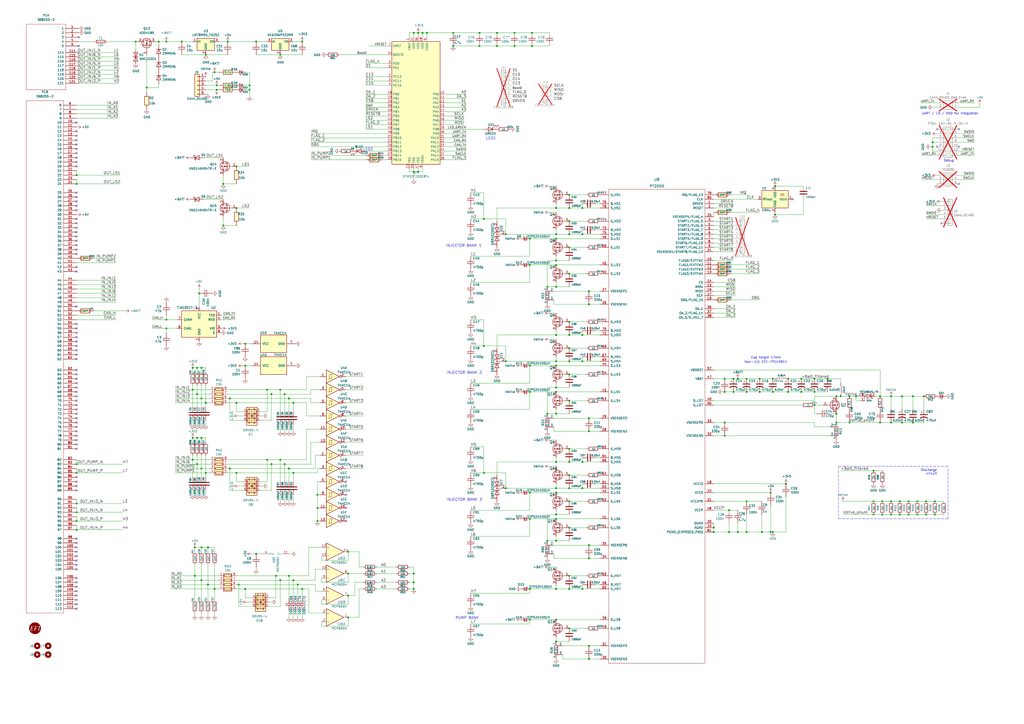
<source format=kicad_sch>
(kicad_sch (version 20231120) (generator "eeschema") (generator_version "8.0")
  (paper "A2")
  (title_block (title "GDI 6ch") (date "2024-10-09") (rev "b") (company "rusEFI.com"))
  (lib_symbols
    (symbol "74xx:74HC14" (pin_names (offset 1.016))
      (property "Reference" "U" (at 0 1.27 0))
      (property "Value" "74HC14" (at 0 -1.27 0))
      (symbol "74HC14_1_0"
        (pin input line (at -7.62 0 0) (length 3.81) (name "~") (number "1"))
        (pin output inverted (at 7.62 0 180) (length 3.81) (name "~") (number "2"))
      )
      (symbol "74HC14_2_0"
        (pin input line (at -7.62 0 0) (length 3.81) (name "~") (number "3"))
        (pin output inverted (at 7.62 0 180) (length 3.81) (name "~") (number "4"))
      )
      (symbol "74HC14_3_0"
        (pin input line (at -7.62 0 0) (length 3.81) (name "~") (number "5"))
        (pin output inverted (at 7.62 0 180) (length 3.81) (name "~") (number "6"))
      )
      (symbol "74HC14_4_0"
        (pin output inverted (at 7.62 0 180) (length 3.81) (name "~") (number "8"))
        (pin input line (at -7.62 0 0) (length 3.81) (name "~") (number "9"))
      )
      (symbol "74HC14_5_0"
        (pin output inverted (at 7.62 0 180) (length 3.81) (name "~") (number "10"))
        (pin input line (at -7.62 0 0) (length 3.81) (name "~") (number "11"))
      )
      (symbol "74HC14_6_0"
        (pin output inverted (at 7.62 0 180) (length 3.81) (name "~") (number "12"))
        (pin input line (at -7.62 0 0) (length 3.81) (name "~") (number "13"))
      )
      (symbol "74HC14_7_0"
        (pin power_in line (at 0 12.7 270) (length 5.08) (name "VCC") (number "14"))
        (pin power_in line (at 0 -12.7 90) (length 5.08) (name "GND") (number "7"))
      )
    )
    (symbol "Amplifier_Operational:MCP6004" (pin_names (offset 0.127))
      (property "Reference" "U" (at 0 5.08 0))
      (property "Value" "MCP6004" (at 0 -5.08 0))
      (symbol "MCP6004_1_1"
        (pin output line (at 7.62 0 180) (length 2.54) (name "~") (number "1"))
        (pin input line (at -7.62 -2.54 0) (length 2.54) (name "-") (number "2"))
        (pin input line (at -7.62 2.54 0) (length 2.54) (name "+") (number "3"))
      )
      (symbol "MCP6004_2_1"
        (pin input line (at -7.62 2.54 0) (length 2.54) (name "+") (number "5"))
        (pin input line (at -7.62 -2.54 0) (length 2.54) (name "-") (number "6"))
        (pin output line (at 7.62 0 180) (length 2.54) (name "~") (number "7"))
      )
      (symbol "MCP6004_3_1"
        (pin input line (at -7.62 2.54 0) (length 2.54) (name "+") (number "10"))
        (pin output line (at 7.62 0 180) (length 2.54) (name "~") (number "8"))
        (pin input line (at -7.62 -2.54 0) (length 2.54) (name "-") (number "9"))
      )
      (symbol "MCP6004_4_1"
        (pin input line (at -7.62 2.54 0) (length 2.54) (name "+") (number "12"))
        (pin input line (at -7.62 -2.54 0) (length 2.54) (name "-") (number "13"))
        (pin output line (at 7.62 0 180) (length 2.54) (name "~") (number "14"))
      )
      (symbol "MCP6004_5_1"
        (pin power_in line (at -2.54 -7.62 90) (length 3.81) (name "V-") (number "11"))
        (pin power_in line (at -2.54 7.62 270) (length 3.81) (name "V+") (number "4"))
      )
    )
    (symbol "Connector_Generic:Conn_01x04" (pin_names (offset 1.016) hide)
      (property "Reference" "J" (at 0 5.08 0))
      (property "Value" "Conn_01x04" (at 0 -7.62 0))
      (symbol "Conn_01x04_1_1"
        (pin passive line (at -5.08 2.54 0) (length 3.81) (name "Pin_1") (number "1"))
        (pin passive line (at -5.08 0 0) (length 3.81) (name "Pin_2") (number "2"))
        (pin passive line (at -5.08 -2.54 0) (length 3.81) (name "Pin_3") (number "3"))
        (pin passive line (at -5.08 -5.08 0) (length 3.81) (name "Pin_4") (number "4"))
      )
    )
    (symbol "Connector_Generic:Conn_01x05" (pin_names (offset 1.016) hide)
      (property "Reference" "J" (at 0 7.62 0))
      (property "Value" "Conn_01x05" (at 0 -7.62 0))
      (symbol "Conn_01x05_1_1"
        (pin passive line (at -5.08 5.08 0) (length 3.81) (name "Pin_1") (number "1"))
        (pin passive line (at -5.08 2.54 0) (length 3.81) (name "Pin_2") (number "2"))
        (pin passive line (at -5.08 0 0) (length 3.81) (name "Pin_3") (number "3"))
        (pin passive line (at -5.08 -2.54 0) (length 3.81) (name "Pin_4") (number "4"))
        (pin passive line (at -5.08 -5.08 0) (length 3.81) (name "Pin_5") (number "5"))
      )
    )
    (symbol "Connector_Generic:Conn_01x06" (pin_names (offset 1.016) hide)
      (property "Reference" "J" (at 0 7.62 0))
      (property "Value" "Conn_01x06" (at 0 -10.16 0))
      (symbol "Conn_01x06_1_1"
        (pin passive line (at -5.08 5.08 0) (length 3.81) (name "Pin_1") (number "1"))
        (pin passive line (at -5.08 2.54 0) (length 3.81) (name "Pin_2") (number "2"))
        (pin passive line (at -5.08 0 0) (length 3.81) (name "Pin_3") (number "3"))
        (pin passive line (at -5.08 -2.54 0) (length 3.81) (name "Pin_4") (number "4"))
        (pin passive line (at -5.08 -5.08 0) (length 3.81) (name "Pin_5") (number "5"))
        (pin passive line (at -5.08 -7.62 0) (length 3.81) (name "Pin_6") (number "6"))
      )
    )
    (symbol "Connector_Generic:Conn_01x08" (pin_names (offset 1.016) hide)
      (property "Reference" "J" (at 0 10.16 0))
      (property "Value" "Conn_01x08" (at 0 -12.7 0))
      (symbol "Conn_01x08_1_1"
        (pin passive line (at -5.08 7.62 0) (length 3.81) (name "Pin_1") (number "1"))
        (pin passive line (at -5.08 5.08 0) (length 3.81) (name "Pin_2") (number "2"))
        (pin passive line (at -5.08 2.54 0) (length 3.81) (name "Pin_3") (number "3"))
        (pin passive line (at -5.08 0 0) (length 3.81) (name "Pin_4") (number "4"))
        (pin passive line (at -5.08 -2.54 0) (length 3.81) (name "Pin_5") (number "5"))
        (pin passive line (at -5.08 -5.08 0) (length 3.81) (name "Pin_6") (number "6"))
        (pin passive line (at -5.08 -7.62 0) (length 3.81) (name "Pin_7") (number "7"))
        (pin passive line (at -5.08 -10.16 0) (length 3.81) (name "Pin_8") (number "8"))
      )
    )
    (symbol "Connector_Generic:Conn_02x02_Odd_Even" (pin_names (offset 1.016) hide)
      (property "Reference" "J" (at 1.27 2.54 0))
      (property "Value" "Conn_02x02_Odd_Even" (at 1.27 -5.08 0))
      (symbol "Conn_02x02_Odd_Even_1_1"
        (pin passive line (at -5.08 0 0) (length 3.81) (name "Pin_1") (number "1"))
        (pin passive line (at 7.62 0 180) (length 3.81) (name "Pin_2") (number "2"))
        (pin passive line (at -5.08 -2.54 0) (length 3.81) (name "Pin_3") (number "3"))
        (pin passive line (at 7.62 -2.54 180) (length 3.81) (name "Pin_4") (number "4"))
      )
    )
    (symbol "Connector_Generic:Conn_02x03_Odd_Even" (pin_names (offset 1.016) hide)
      (property "Reference" "J" (at 1.27 5.08 0))
      (property "Value" "Conn_02x03_Odd_Even" (at 1.27 -5.08 0))
      (symbol "Conn_02x03_Odd_Even_1_1"
        (pin passive line (at -5.08 2.54 0) (length 3.81) (name "Pin_1") (number "1"))
        (pin passive line (at 7.62 2.54 180) (length 3.81) (name "Pin_2") (number "2"))
        (pin passive line (at -5.08 0 0) (length 3.81) (name "Pin_3") (number "3"))
        (pin passive line (at 7.62 0 180) (length 3.81) (name "Pin_4") (number "4"))
        (pin passive line (at -5.08 -2.54 0) (length 3.81) (name "Pin_5") (number "5"))
        (pin passive line (at 7.62 -2.54 180) (length 3.81) (name "Pin_6") (number "6"))
      )
    )
    (symbol "Connector_Generic:Conn_02x07_Odd_Even" (pin_names (offset 1.016) hide)
      (property "Reference" "J" (at 1.27 10.16 0))
      (property "Value" "Conn_02x07_Odd_Even" (at 1.27 -10.16 0))
      (symbol "Conn_02x07_Odd_Even_1_1"
        (pin passive line (at -5.08 7.62 0) (length 3.81) (name "Pin_1") (number "1"))
        (pin passive line (at 7.62 -2.54 180) (length 3.81) (name "Pin_10") (number "10"))
        (pin passive line (at -5.08 -5.08 0) (length 3.81) (name "Pin_11") (number "11"))
        (pin passive line (at 7.62 -5.08 180) (length 3.81) (name "Pin_12") (number "12"))
        (pin passive line (at -5.08 -7.62 0) (length 3.81) (name "Pin_13") (number "13"))
        (pin passive line (at 7.62 -7.62 180) (length 3.81) (name "Pin_14") (number "14"))
        (pin passive line (at 7.62 7.62 180) (length 3.81) (name "Pin_2") (number "2"))
        (pin passive line (at -5.08 5.08 0) (length 3.81) (name "Pin_3") (number "3"))
        (pin passive line (at 7.62 5.08 180) (length 3.81) (name "Pin_4") (number "4"))
        (pin passive line (at -5.08 2.54 0) (length 3.81) (name "Pin_5") (number "5"))
        (pin passive line (at 7.62 2.54 180) (length 3.81) (name "Pin_6") (number "6"))
        (pin passive line (at -5.08 0 0) (length 3.81) (name "Pin_7") (number "7"))
        (pin passive line (at 7.62 0 180) (length 3.81) (name "Pin_8") (number "8"))
        (pin passive line (at -5.08 -2.54 0) (length 3.81) (name "Pin_9") (number "9"))
      )
    )
    (symbol "Device:C" (pin_numbers hide) (pin_names (offset 0.254))
      (property "Reference" "C" (at 0.635 2.54 0))
      (property "Value" "C" (at 0.635 -2.54 0))
      (symbol "C_1_1"
        (pin passive line (at 0 3.81 270) (length 2.794) (name "~") (number "1"))
        (pin passive line (at 0 -3.81 90) (length 2.794) (name "~") (number "2"))
      )
    )
    (symbol "Device:C_Polarized_US" (pin_numbers hide) (pin_names (offset 0.254) hide)
      (property "Reference" "C" (at 0.635 2.54 0))
      (property "Value" "C_Polarized_US" (at 0.635 -2.54 0))
      (symbol "C_Polarized_US_1_1"
        (pin passive line (at 0 3.81 270) (length 2.794) (name "~") (number "1"))
        (pin passive line (at 0 -3.81 90) (length 3.302) (name "~") (number "2"))
      )
    )
    (symbol "Device:D_Schottky" (pin_numbers hide) (pin_names (offset 1.016) hide)
      (property "Reference" "D" (at 0 2.54 0))
      (property "Value" "D_Schottky" (at 0 -2.54 0))
      (symbol "D_Schottky_1_1"
        (pin passive line (at -3.81 0 0) (length 2.54) (name "K") (number "1"))
        (pin passive line (at 3.81 0 180) (length 2.54) (name "A") (number "2"))
      )
    )
    (symbol "Device:D_Schottky_AKA" (pin_names (offset 0) hide)
      (property "Reference" "D" (at 0 2.54 0))
      (property "Value" "D_Schottky_AKA" (at 0 -2.54 0))
      (symbol "D_Schottky_AKA_1_1"
        (pin input line (at 5.08 2.54 180) (length 2.54) (name "A") (number "1"))
        (pin passive line (at -3.81 0 0) (length 2.54) (name "K") (number "2"))
        (pin passive line (at 5.08 0 180) (length 2.54) (name "A") (number "3"))
      )
    )
    (symbol "Device:D_Schottky_Dual_CommonCathode_AKA" (pin_names (offset 0.762) hide)
      (property "Reference" "D" (at 1.27 -2.54 0))
      (property "Value" "D_Schottky_Dual_CommonCathode_AKA" (at 0 2.54 0))
      (symbol "D_Schottky_Dual_CommonCathode_AKA_0_1"
        (pin passive line (at -7.62 0 0) (length 3.81) (name "A") (number "1"))
        (pin passive line (at 0 -5.08 90) (length 2.54) (name "K") (number "2"))
        (pin passive line (at 7.62 0 180) (length 3.81) (name "A") (number "3"))
      )
    )
    (symbol "Device:D_Schottky_Small" (pin_numbers hide) (pin_names (offset 0.254) hide)
      (property "Reference" "D" (at -1.27 2.032 0))
      (property "Value" "D_Schottky_Small" (at -7.112 -2.032 0))
      (symbol "D_Schottky_Small_1_1"
        (pin passive line (at -2.54 0 0) (length 1.778) (name "K") (number "1"))
        (pin passive line (at 2.54 0 180) (length 1.778) (name "A") (number "2"))
      )
    )
    (symbol "Device:D_TVS" (pin_numbers hide) (pin_names (offset 1.016) hide)
      (property "Reference" "D" (at 0 2.54 0))
      (property "Value" "D_TVS" (at 0 -2.54 0))
      (symbol "D_TVS_1_1"
        (pin passive line (at -3.81 0 0) (length 2.54) (name "A1") (number "1"))
        (pin passive line (at 3.81 0 180) (length 2.54) (name "A2") (number "2"))
      )
    )
    (symbol "Device:D_Zener" (pin_numbers hide) (pin_names (offset 1.016) hide)
      (property "Reference" "D" (at 0 2.54 0))
      (property "Value" "D_Zener" (at 0 -2.54 0))
      (symbol "D_Zener_1_1"
        (pin passive line (at -3.81 0 0) (length 2.54) (name "K") (number "1"))
        (pin passive line (at 3.81 0 180) (length 2.54) (name "A") (number "2"))
      )
    )
    (symbol "Device:Fuse" (pin_numbers hide) (pin_names (offset 0))
      (property "Reference" "F" (at 2.032 0 90))
      (property "Value" "Fuse" (at -1.905 0 90))
      (symbol "Fuse_1_1"
        (pin passive line (at 0 3.81 270) (length 1.27) (name "~") (number "1"))
        (pin passive line (at 0 -3.81 90) (length 1.27) (name "~") (number "2"))
      )
    )
    (symbol "Device:L" (pin_numbers hide) (pin_names (offset 1.016) hide)
      (property "Reference" "L" (at -1.27 0 90))
      (property "Value" "L" (at 1.905 0 90))
      (symbol "L_1_1"
        (pin passive line (at 0 3.81 270) (length 1.27) (name "1") (number "1"))
        (pin passive line (at 0 -3.81 90) (length 1.27) (name "2") (number "2"))
      )
    )
    (symbol "Device:LED" (pin_numbers hide) (pin_names (offset 1.016) hide)
      (property "Reference" "D" (at 0 2.54 0))
      (property "Value" "LED" (at 0 -2.54 0))
      (symbol "LED_1_1"
        (pin passive line (at -3.81 0 0) (length 2.54) (name "K") (number "1"))
        (pin passive line (at 3.81 0 180) (length 2.54) (name "A") (number "2"))
      )
    )
    (symbol "Device:LED_Small" (pin_numbers hide) (pin_names (offset 0.254) hide)
      (property "Reference" "D" (at -1.27 3.175 0))
      (property "Value" "LED_Small" (at -4.445 -2.54 0))
      (symbol "LED_Small_1_1"
        (pin passive line (at -2.54 0 0) (length 1.778) (name "K") (number "1"))
        (pin passive line (at 2.54 0 180) (length 1.778) (name "A") (number "2"))
      )
    )
    (symbol "Device:Q_NMOS_GDS" (pin_names (offset 0) hide)
      (property "Reference" "Q" (at 5.08 1.27 0))
      (property "Value" "Q_NMOS_GDS" (at 5.08 -1.27 0))
      (symbol "Q_NMOS_GDS_1_1"
        (pin input line (at -5.08 0 0) (length 2.54) (name "G") (number "1"))
        (pin passive line (at 2.54 5.08 270) (length 2.54) (name "D") (number "2"))
        (pin passive line (at 2.54 -5.08 90) (length 2.54) (name "S") (number "3"))
      )
    )
    (symbol "Device:R" (pin_numbers hide) (pin_names (offset 0))
      (property "Reference" "R" (at 2.032 0 90))
      (property "Value" "R" (at 0 0 90))
      (symbol "R_1_1"
        (pin passive line (at 0 3.81 270) (length 1.27) (name "~") (number "1"))
        (pin passive line (at 0 -3.81 90) (length 1.27) (name "~") (number "2"))
      )
    )
    (symbol "Device:R_Pack04" (pin_names (offset 0) hide)
      (property "Reference" "RN" (at -7.62 0 90))
      (property "Value" "R_Pack04" (at 5.08 0 90))
      (symbol "R_Pack04_1_1"
        (pin passive line (at -5.08 -5.08 90) (length 2.54) (name "R1.1") (number "1"))
        (pin passive line (at -2.54 -5.08 90) (length 2.54) (name "R2.1") (number "2"))
        (pin passive line (at 0 -5.08 90) (length 2.54) (name "R3.1") (number "3"))
        (pin passive line (at 2.54 -5.08 90) (length 2.54) (name "R4.1") (number "4"))
        (pin passive line (at 2.54 5.08 270) (length 2.54) (name "R4.2") (number "5"))
        (pin passive line (at 0 5.08 270) (length 2.54) (name "R3.2") (number "6"))
        (pin passive line (at -2.54 5.08 270) (length 2.54) (name "R2.2") (number "7"))
        (pin passive line (at -5.08 5.08 270) (length 2.54) (name "R1.2") (number "8"))
      )
    )
    (symbol "Device:R_Shunt" (pin_numbers hide) (pin_names (offset 0))
      (property "Reference" "R" (at -4.445 0 90))
      (property "Value" "R_Shunt" (at -2.54 0 90))
      (symbol "R_Shunt_1_1"
        (pin passive line (at 0 5.08 270) (length 2.54) (name "1") (number "1"))
        (pin passive line (at 3.81 2.54 180) (length 2.54) (name "2") (number "2"))
        (pin passive line (at 3.81 -2.54 180) (length 2.54) (name "3") (number "3"))
        (pin passive line (at 0 -5.08 90) (length 2.54) (name "4") (number "4"))
      )
    )
    (symbol "Interface_CAN_LIN:TJA1051T-3" (pin_names (offset 1.016))
      (property "Reference" "U" (at -10.16 8.89 0))
      (property "Value" "TJA1051T-3" (at 1.27 8.89 0))
      (symbol "TJA1051T-3_1_1"
        (pin input line (at -12.7 5.08 0) (length 2.54) (name "TXD") (number "1"))
        (pin power_in line (at 0 -10.16 90) (length 2.54) (name "GND") (number "2"))
        (pin power_in line (at 0 10.16 270) (length 2.54) (name "VCC") (number "3"))
        (pin output line (at -12.7 2.54 0) (length 2.54) (name "RXD") (number "4"))
        (pin power_in line (at -12.7 -2.54 0) (length 2.54) (name "VIO") (number "5"))
        (pin bidirectional line (at 12.7 -2.54 180) (length 2.54) (name "CANL") (number "6"))
        (pin bidirectional line (at 12.7 2.54 180) (length 2.54) (name "CANH") (number "7"))
        (pin input line (at -12.7 -5.08 0) (length 2.54) (name "S") (number "8"))
      )
    )
    (symbol "MCU_ST_STM32F1:STM32F103C6Tx"
      (property "Reference" "U" (at -15.24 36.83 0))
      (property "Value" "STM32F103C6Tx" (at 7.62 36.83 0))
      (symbol "STM32F103C6Tx_1_1"
        (pin power_in line (at -5.08 38.1 270) (length 2.54) (name "VBAT") (number "1"))
        (pin bidirectional line (at 15.24 5.08 180) (length 2.54) (name "PA0") (number "10"))
        (pin bidirectional line (at 15.24 2.54 180) (length 2.54) (name "PA1") (number "11"))
        (pin bidirectional line (at 15.24 0 180) (length 2.54) (name "PA2") (number "12"))
        (pin bidirectional line (at 15.24 -2.54 180) (length 2.54) (name "PA3") (number "13"))
        (pin bidirectional line (at 15.24 -5.08 180) (length 2.54) (name "PA4") (number "14"))
        (pin bidirectional line (at 15.24 -7.62 180) (length 2.54) (name "PA5") (number "15"))
        (pin bidirectional line (at 15.24 -10.16 180) (length 2.54) (name "PA6") (number "16"))
        (pin bidirectional line (at 15.24 -12.7 180) (length 2.54) (name "PA7") (number "17"))
        (pin bidirectional line (at -17.78 5.08 0) (length 2.54) (name "PB0") (number "18"))
        (pin bidirectional line (at -17.78 2.54 0) (length 2.54) (name "PB1") (number "19"))
        (pin bidirectional line (at -17.78 15.24 0) (length 2.54) (name "PC13") (number "2"))
        (pin bidirectional line (at -17.78 0 0) (length 2.54) (name "PB2") (number "20"))
        (pin bidirectional line (at -17.78 -20.32 0) (length 2.54) (name "PB10") (number "21"))
        (pin bidirectional line (at -17.78 -22.86 0) (length 2.54) (name "PB11") (number "22"))
        (pin power_in line (at -5.08 -38.1 90) (length 2.54) (name "VSS") (number "23"))
        (pin power_in line (at -2.54 38.1 270) (length 2.54) (name "VDD") (number "24"))
        (pin bidirectional line (at -17.78 -25.4 0) (length 2.54) (name "PB12") (number "25"))
        (pin bidirectional line (at -17.78 -27.94 0) (length 2.54) (name "PB13") (number "26"))
        (pin bidirectional line (at -17.78 -30.48 0) (length 2.54) (name "PB14") (number "27"))
        (pin bidirectional line (at -17.78 -33.02 0) (length 2.54) (name "PB15") (number "28"))
        (pin bidirectional line (at 15.24 -15.24 180) (length 2.54) (name "PA8") (number "29"))
        (pin bidirectional line (at -17.78 12.7 0) (length 2.54) (name "PC14") (number "3"))
        (pin bidirectional line (at 15.24 -17.78 180) (length 2.54) (name "PA9") (number "30"))
        (pin bidirectional line (at 15.24 -20.32 180) (length 2.54) (name "PA10") (number "31"))
        (pin bidirectional line (at 15.24 -22.86 180) (length 2.54) (name "PA11") (number "32"))
        (pin bidirectional line (at 15.24 -25.4 180) (length 2.54) (name "PA12") (number "33"))
        (pin bidirectional line (at 15.24 -27.94 180) (length 2.54) (name "PA13") (number "34"))
        (pin power_in line (at -2.54 -38.1 90) (length 2.54) (name "VSS") (number "35"))
        (pin power_in line (at 0 38.1 270) (length 2.54) (name "VDD") (number "36"))
        (pin bidirectional line (at 15.24 -30.48 180) (length 2.54) (name "PA14") (number "37"))
        (pin bidirectional line (at 15.24 -33.02 180) (length 2.54) (name "PA15") (number "38"))
        (pin bidirectional line (at -17.78 -2.54 0) (length 2.54) (name "PB3") (number "39"))
        (pin bidirectional line (at -17.78 10.16 0) (length 2.54) (name "PC15") (number "4"))
        (pin bidirectional line (at -17.78 -5.08 0) (length 2.54) (name "PB4") (number "40"))
        (pin bidirectional line (at -17.78 -7.62 0) (length 2.54) (name "PB5") (number "41"))
        (pin bidirectional line (at -17.78 -10.16 0) (length 2.54) (name "PB6") (number "42"))
        (pin bidirectional line (at -17.78 -12.7 0) (length 2.54) (name "PB7") (number "43"))
        (pin input line (at -17.78 27.94 0) (length 2.54) (name "BOOT0") (number "44"))
        (pin bidirectional line (at -17.78 -15.24 0) (length 2.54) (name "PB8") (number "45"))
        (pin bidirectional line (at -17.78 -17.78 0) (length 2.54) (name "PB9") (number "46"))
        (pin power_in line (at 0 -38.1 90) (length 2.54) (name "VSS") (number "47"))
        (pin power_in line (at 2.54 38.1 270) (length 2.54) (name "VDD") (number "48"))
        (pin input line (at -17.78 22.86 0) (length 2.54) (name "PD0") (number "5"))
        (pin input line (at -17.78 20.32 0) (length 2.54) (name "PD1") (number "6"))
        (pin input line (at -17.78 33.02 0) (length 2.54) (name "NRST") (number "7"))
        (pin power_in line (at 2.54 -38.1 90) (length 2.54) (name "VSSA") (number "8"))
        (pin power_in line (at 5.08 38.1 270) (length 2.54) (name "VDDA") (number "9"))
      )
    )
    (symbol "Mechanical:MountingHole" (pin_names (offset 1.016)) (exclude_from_sim yes) (in_bom no)
      (property "Reference" "H" (at 0 5.08 0))
      (property "Value" "MountingHole" (at 0 3.175 0))
    )
    (symbol "Oscillator:ABLNO"
      (property "Reference" "X" (at -8.89 6.35 0))
      (property "Value" "ABLNO" (at 3.81 6.35 0))
      (symbol "ABLNO_1_1"
        (pin input line (at -10.16 0 0) (length 2.54) (name "Vctrl") (number "1"))
        (pin power_in line (at 0 -7.62 90) (length 2.54) (name "GND") (number "2"))
        (pin output line (at 10.16 0 180) (length 2.54) (name "RFout") (number "3"))
        (pin power_in line (at 0 7.62 270) (length 2.54) (name "VDD") (number "4"))
      )
    )
    (symbol "Power_Protection:NUP4202"
      (property "Reference" "U" (at -6.985 -2.54 0))
      (property "Value" "NUP4202" (at 6.35 1.27 90))
      (symbol "NUP4202_1_1"
        (pin passive line (at -2.54 -5.08 90) (length 2.54) (name "~") (number "1"))
        (pin passive line (at 0 -5.08 90) (length 2.54) (name "~") (number "2"))
        (pin passive line (at 2.54 -5.08 90) (length 2.54) (name "~") (number "3"))
        (pin passive line (at 2.54 5.08 270) (length 2.54) (name "~") (number "4"))
        (pin passive line (at 0 5.08 270) (length 2.54) (name "~") (number "5"))
        (pin passive line (at -2.54 5.08 270) (length 2.54) (name "~") (number "6"))
      )
    )
    (symbol "Regulator_Linear:LM78M05_TO252" (pin_names (offset 0.254))
      (property "Reference" "U" (at -3.81 3.175 0))
      (property "Value" "LM78M05_TO252" (at 0 3.175 0))
      (symbol "LM78M05_TO252_1_1"
        (pin power_in line (at -7.62 0 0) (length 2.54) (name "VI") (number "1"))
        (pin power_in line (at 0 -7.62 90) (length 2.54) (name "GND") (number "2"))
        (pin power_out line (at 7.62 0 180) (length 2.54) (name "VO") (number "3"))
      )
    )
    (symbol "Regulator_Linear:XC6206PxxxMR" (pin_names (offset 0.254))
      (property "Reference" "U" (at -3.81 3.175 0))
      (property "Value" "XC6206PxxxMR" (at 0 3.175 0))
      (symbol "XC6206PxxxMR_1_1"
        (pin power_in line (at 0 -7.62 90) (length 2.54) (name "GND") (number "1"))
        (pin power_out line (at 7.62 0 180) (length 2.54) (name "VO") (number "2"))
        (pin power_in line (at -7.62 0 0) (length 2.54) (name "VI") (number "3"))
      )
    )
    (symbol "TE_368255-2:368255-2" (pin_names (offset 1.016))
      (property "Reference" "P" (at -1.27 0 0))
      (property "Value" "368255-2" (at 0 3.81 0))
      (symbol "368255-2_1_1"
        (pin passive line (at -19.05 12.7 0) (length 7.62) (name "1") (number "1"))
        (pin passive line (at -19.05 -1.27 0) (length 7.62) (name "114") (number "114"))
        (pin passive line (at -19.05 -3.81 0) (length 7.62) (name "115") (number "115"))
        (pin passive line (at -19.05 -6.35 0) (length 7.62) (name "116") (number "116"))
        (pin passive line (at -19.05 -8.89 0) (length 7.62) (name "117") (number "117"))
        (pin passive line (at -19.05 -11.43 0) (length 7.62) (name "118") (number "118"))
        (pin passive line (at -19.05 -13.97 0) (length 7.62) (name "119") (number "119"))
        (pin passive line (at -19.05 -16.51 0) (length 7.62) (name "120") (number "120"))
        (pin passive line (at -19.05 -19.05 0) (length 7.62) (name "121") (number "121"))
        (pin passive line (at -19.05 10.16 0) (length 7.62) (name "2") (number "2"))
        (pin passive line (at -19.05 7.62 0) (length 7.62) (name "3") (number "3"))
        (pin passive line (at -19.05 5.08 0) (length 7.62) (name "4") (number "4"))
        (pin passive line (at -19.05 2.54 0) (length 7.62) (name "5") (number "5"))
      )
      (symbol "368255-2_2_1"
        (pin passive line (at -19.05 140.97 0) (length 7.62) (name "10") (number "10"))
        (pin passive line (at -19.05 -105.41 0) (length 7.62) (name "100") (number "100"))
        (pin passive line (at -19.05 -107.95 0) (length 7.62) (name "101") (number "101"))
        (pin passive line (at -19.05 -110.49 0) (length 7.62) (name "102") (number "102"))
        (pin passive line (at -19.05 -113.03 0) (length 7.62) (name "103") (number "103"))
        (pin passive line (at -19.05 -115.57 0) (length 7.62) (name "104") (number "104"))
        (pin passive line (at -19.05 -118.11 0) (length 7.62) (name "105") (number "105"))
        (pin passive line (at -19.05 -123.19 0) (length 7.62) (name "106") (number "106"))
        (pin passive line (at -19.05 -125.73 0) (length 7.62) (name "107") (number "107"))
        (pin passive line (at -19.05 -128.27 0) (length 7.62) (name "108") (number "108"))
        (pin passive line (at -19.05 -130.81 0) (length 7.62) (name "109") (number "109"))
        (pin passive line (at -19.05 138.43 0) (length 7.62) (name "11") (number "11"))
        (pin passive line (at -19.05 -133.35 0) (length 7.62) (name "110") (number "110"))
        (pin passive line (at -19.05 -135.89 0) (length 7.62) (name "111") (number "111"))
        (pin passive line (at -19.05 -138.43 0) (length 7.62) (name "112") (number "112"))
        (pin passive line (at -19.05 -140.97 0) (length 7.62) (name "113") (number "113"))
        (pin passive line (at -19.05 135.89 0) (length 7.62) (name "12") (number "12"))
        (pin passive line (at -19.05 133.35 0) (length 7.62) (name "13") (number "13"))
        (pin passive line (at -19.05 130.81 0) (length 7.62) (name "14") (number "14"))
        (pin passive line (at -19.05 128.27 0) (length 7.62) (name "15") (number "15"))
        (pin passive line (at -19.05 125.73 0) (length 7.62) (name "16") (number "16"))
        (pin passive line (at -19.05 123.19 0) (length 7.62) (name "17") (number "17"))
        (pin passive line (at -19.05 120.65 0) (length 7.62) (name "18") (number "18"))
        (pin passive line (at -19.05 118.11 0) (length 7.62) (name "19") (number "19"))
        (pin passive line (at -19.05 115.57 0) (length 7.62) (name "20") (number "20"))
        (pin passive line (at -19.05 113.03 0) (length 7.62) (name "21") (number "21"))
        (pin passive line (at -19.05 110.49 0) (length 7.62) (name "22") (number "22"))
        (pin passive line (at -19.05 107.95 0) (length 7.62) (name "23") (number "23"))
        (pin passive line (at -19.05 105.41 0) (length 7.62) (name "24") (number "24"))
        (pin passive line (at -19.05 100.33 0) (length 7.62) (name "25") (number "25"))
        (pin passive line (at -19.05 97.79 0) (length 7.62) (name "26") (number "26"))
        (pin passive line (at -19.05 95.25 0) (length 7.62) (name "27") (number "27"))
        (pin passive line (at -19.05 92.71 0) (length 7.62) (name "28") (number "28"))
        (pin passive line (at -19.05 90.17 0) (length 7.62) (name "29") (number "29"))
        (pin passive line (at -19.05 87.63 0) (length 7.62) (name "30") (number "30"))
        (pin passive line (at -19.05 85.09 0) (length 7.62) (name "31") (number "31"))
        (pin passive line (at -19.05 82.55 0) (length 7.62) (name "32") (number "32"))
        (pin passive line (at -19.05 80.01 0) (length 7.62) (name "33") (number "33"))
        (pin passive line (at -19.05 77.47 0) (length 7.62) (name "34") (number "34"))
        (pin passive line (at -19.05 74.93 0) (length 7.62) (name "35") (number "35"))
        (pin passive line (at -19.05 72.39 0) (length 7.62) (name "36") (number "36"))
        (pin passive line (at -19.05 69.85 0) (length 7.62) (name "37") (number "37"))
        (pin passive line (at -19.05 67.31 0) (length 7.62) (name "38") (number "38"))
        (pin passive line (at -19.05 64.77 0) (length 7.62) (name "39") (number "39"))
        (pin passive line (at -19.05 62.23 0) (length 7.62) (name "40") (number "40"))
        (pin passive line (at -19.05 59.69 0) (length 7.62) (name "41") (number "41"))
        (pin passive line (at -19.05 57.15 0) (length 7.62) (name "42") (number "42"))
        (pin passive line (at -19.05 54.61 0) (length 7.62) (name "43") (number "43"))
        (pin passive line (at -19.05 49.53 0) (length 7.62) (name "44") (number "44"))
        (pin passive line (at -19.05 46.99 0) (length 7.62) (name "45") (number "45"))
        (pin passive line (at -19.05 44.45 0) (length 7.62) (name "46") (number "46"))
        (pin passive line (at -19.05 41.91 0) (length 7.62) (name "47") (number "47"))
        (pin passive line (at -19.05 39.37 0) (length 7.62) (name "48") (number "48"))
        (pin passive line (at -19.05 36.83 0) (length 7.62) (name "49") (number "49"))
        (pin passive line (at -19.05 34.29 0) (length 7.62) (name "50") (number "50"))
        (pin passive line (at -19.05 31.75 0) (length 7.62) (name "51") (number "51"))
        (pin passive line (at -19.05 29.21 0) (length 7.62) (name "52") (number "52"))
        (pin passive line (at -19.05 26.67 0) (length 7.62) (name "53") (number "53"))
        (pin passive line (at -19.05 24.13 0) (length 7.62) (name "54") (number "54"))
        (pin passive line (at -19.05 21.59 0) (length 7.62) (name "55") (number "55"))
        (pin passive line (at -19.05 19.05 0) (length 7.62) (name "56") (number "56"))
        (pin passive line (at -19.05 16.51 0) (length 7.62) (name "57") (number "57"))
        (pin passive line (at -19.05 13.97 0) (length 7.62) (name "58") (number "58"))
        (pin passive line (at -19.05 11.43 0) (length 7.62) (name "59") (number "59"))
        (pin passive line (at -19.05 151.13 0) (length 7.62) (name "6") (number "6"))
        (pin passive line (at -19.05 8.89 0) (length 7.62) (name "60") (number "60"))
        (pin passive line (at -19.05 6.35 0) (length 7.62) (name "61") (number "61"))
        (pin passive line (at -19.05 3.81 0) (length 7.62) (name "62") (number "62"))
        (pin passive line (at -19.05 -2.54 0) (length 7.62) (name "63") (number "63"))
        (pin passive line (at -19.05 -5.08 0) (length 7.62) (name "64") (number "64"))
        (pin passive line (at -19.05 -7.62 0) (length 7.62) (name "65") (number "65"))
        (pin passive line (at -19.05 -10.16 0) (length 7.62) (name "66") (number "66"))
        (pin passive line (at -19.05 -12.7 0) (length 7.62) (name "67") (number "67"))
        (pin passive line (at -19.05 -15.24 0) (length 7.62) (name "68") (number "68"))
        (pin passive line (at -19.05 -17.78 0) (length 7.62) (name "69") (number "69"))
        (pin passive line (at -19.05 148.59 0) (length 7.62) (name "7") (number "7"))
        (pin passive line (at -19.05 -20.32 0) (length 7.62) (name "70") (number "70"))
        (pin passive line (at -19.05 -22.86 0) (length 7.62) (name "71") (number "71"))
        (pin passive line (at -19.05 -25.4 0) (length 7.62) (name "72") (number "72"))
        (pin passive line (at -19.05 -27.94 0) (length 7.62) (name "73") (number "73"))
        (pin passive line (at -19.05 -30.48 0) (length 7.62) (name "74") (number "74"))
        (pin passive line (at -19.05 -33.02 0) (length 7.62) (name "75") (number "75"))
        (pin passive line (at -19.05 -35.56 0) (length 7.62) (name "76") (number "76"))
        (pin passive line (at -19.05 -38.1 0) (length 7.62) (name "77") (number "77"))
        (pin passive line (at -19.05 -40.64 0) (length 7.62) (name "78") (number "78"))
        (pin passive line (at -19.05 -43.18 0) (length 7.62) (name "79") (number "79"))
        (pin passive line (at -19.05 146.05 0) (length 7.62) (name "8") (number "8"))
        (pin passive line (at -19.05 -45.72 0) (length 7.62) (name "80") (number "80"))
        (pin passive line (at -19.05 -48.26 0) (length 7.62) (name "81") (number "81"))
        (pin passive line (at -19.05 -54.61 0) (length 7.62) (name "82") (number "82"))
        (pin passive line (at -19.05 -57.15 0) (length 7.62) (name "83") (number "83"))
        (pin passive line (at -19.05 -59.69 0) (length 7.62) (name "84") (number "84"))
        (pin passive line (at -19.05 -62.23 0) (length 7.62) (name "85") (number "85"))
        (pin passive line (at -19.05 -64.77 0) (length 7.62) (name "86") (number "86"))
        (pin passive line (at -19.05 -67.31 0) (length 7.62) (name "87") (number "87"))
        (pin passive line (at -19.05 -69.85 0) (length 7.62) (name "88") (number "88"))
        (pin passive line (at -19.05 -72.39 0) (length 7.62) (name "89") (number "89"))
        (pin passive line (at -19.05 143.51 0) (length 7.62) (name "9") (number "9"))
        (pin passive line (at -19.05 -77.47 0) (length 7.62) (name "90") (number "90"))
        (pin passive line (at -19.05 -80.01 0) (length 7.62) (name "91") (number "91"))
        (pin passive line (at -19.05 -82.55 0) (length 7.62) (name "92") (number "92"))
        (pin passive line (at -19.05 -85.09 0) (length 7.62) (name "93") (number "93"))
        (pin passive line (at -19.05 -87.63 0) (length 7.62) (name "94") (number "94"))
        (pin passive line (at -19.05 -90.17 0) (length 7.62) (name "95") (number "95"))
        (pin passive line (at -19.05 -92.71 0) (length 7.62) (name "96") (number "96"))
        (pin passive line (at -19.05 -95.25 0) (length 7.62) (name "97") (number "97"))
        (pin passive line (at -19.05 -100.33 0) (length 7.62) (name "98") (number "98"))
        (pin passive line (at -19.05 -102.87 0) (length 7.62) (name "99") (number "99"))
      )
    )
    (symbol "Transistor_FET:QM6015D" (pin_names hide)
      (property "Reference" "Q" (at 5.08 1.905 0))
      (property "Value" "QM6015D" (at 5.08 0 0))
      (symbol "QM6015D_1_1"
        (pin passive line (at -5.08 0 0) (length 2.54) (name "G") (number "1"))
        (pin passive line (at 2.54 5.08 270) (length 2.54) (name "D") (number "2"))
        (pin passive line (at 2.54 -5.08 90) (length 2.54) (name "S") (number "3"))
      )
    )
    (symbol "chips:PT2000" (pin_names (offset 1.016))
      (property "Reference" "U" (at -26.67 76.2 0))
      (property "Value" "PT2000" (at 22.86 76.2 0))
      (symbol "PT2000_1_1"
        (pin input line (at 33.02 66.04 180) (length 5.08) (name "DRVEN") (number "1"))
        (pin input line (at 33.02 33.02 180) (length 5.08) (name "FLAG0/EXTFW1") (number "10"))
        (pin input line (at 33.02 30.48 180) (length 5.08) (name "FLAG1/EXTFW2") (number "11"))
        (pin input line (at 33.02 27.94 180) (length 5.08) (name "FLAG2/EXTFW3") (number "12"))
        (pin input line (at 33.02 25.4 180) (length 5.08) (name "FLAG3/EXTFW4") (number "13"))
        (pin input line (at 33.02 20.32 180) (length 5.08) (name "CS") (number "14"))
        (pin input line (at 33.02 17.78 180) (length 5.08) (name "MOSI") (number "15"))
        (pin input line (at 33.02 15.24 180) (length 5.08) (name "MISO") (number "16"))
        (pin input line (at 33.02 12.7 180) (length 5.08) (name "SCK") (number "17"))
        (pin input line (at 33.02 -96.52 180) (length 5.08) (name "VCCIO") (number "18"))
        (pin input line (at 33.02 10.16 180) (length 5.08) (name "DBG/FLAG_15") (number "19"))
        (pin input line (at 33.02 63.5 180) (length 5.08) (name "RESET") (number "2"))
        (pin input line (at 33.02 -119.38 180) (length 5.08) (name "DGND") (number "20"))
        (pin input line (at 33.02 -106.68 180) (length 5.08) (name "VCC2P5") (number "21"))
        (pin input line (at 33.02 -101.6 180) (length 5.08) (name "VCC5") (number "22"))
        (pin input line (at 33.02 -121.92 180) (length 5.08) (name "AGND") (number "23"))
        (pin input line (at 33.02 38.1 180) (length 5.08) (name "VSENSEN4/START8/FLAG_12") (number "24"))
        (pin input line (at 33.02 58.42 180) (length 5.08) (name "VSENSEP4/FLAG_4") (number "25"))
        (pin input line (at -33.02 7.62 0) (length 5.08) (name "VSENSEN1") (number "26"))
        (pin input line (at -33.02 15.24 0) (length 5.08) (name "VSENSEP1") (number "27"))
        (pin input line (at -33.02 -66.04 0) (length 5.08) (name "VSENSEN2") (number "28"))
        (pin input line (at -33.02 -58.42 0) (length 5.08) (name "VSENSEP2") (number "29"))
        (pin input line (at 33.02 55.88 180) (length 5.08) (name "START1/FLAG_5") (number "3"))
        (pin input line (at -33.02 -198.12 0) (length 5.08) (name "VSENSEN3") (number "30"))
        (pin input line (at -33.02 -190.5 0) (length 5.08) (name "VSENSEP3") (number "31"))
        (pin input line (at 33.02 -68.58 180) (length 5.08) (name "VSENSEN5") (number "32"))
        (pin input line (at 33.02 -60.96 180) (length 5.08) (name "VSENSEP5") (number "33"))
        (pin input line (at -33.02 -139.7 0) (length 5.08) (name "VSENSEN6") (number "34"))
        (pin input line (at -33.02 -132.08 0) (length 5.08) (name "VSENSEP6") (number "35"))
        (pin input line (at 33.02 5.08 180) (length 5.08) (name "OA_1") (number "36"))
        (pin input line (at 33.02 2.54 180) (length 5.08) (name "OA_2/FLAG_14") (number "37"))
        (pin input line (at 33.02 0 180) (length 5.08) (name "OA_3/D_HS1_7") (number "38"))
        (pin input line (at -33.02 -175.26 0) (length 5.08) (name "D_LS8") (number "39"))
        (pin input line (at 33.02 53.34 180) (length 5.08) (name "START2/FLAG_6") (number "4"))
        (pin input line (at 33.02 -48.26 180) (length 5.08) (name "D_LS7") (number "40"))
        (pin input line (at -33.02 -116.84 0) (length 5.08) (name "D_LS6") (number "41"))
        (pin input line (at -33.02 -101.6 0) (length 5.08) (name "D_LS5") (number "42"))
        (pin input line (at -33.02 -43.18 0) (length 5.08) (name "D_LS4") (number "43"))
        (pin input line (at -33.02 -27.94 0) (length 5.08) (name "D_LS3") (number "44"))
        (pin input line (at -33.02 30.48 0) (length 5.08) (name "D_LS2") (number "45"))
        (pin input line (at -33.02 45.72 0) (length 5.08) (name "D_LS1") (number "46"))
        (pin input line (at 33.02 -35.56 180) (length 5.08) (name "VBAT") (number "47"))
        (pin input line (at 33.02 -111.76 180) (length 5.08) (name "VCCP") (number "48"))
        (pin input line (at -33.02 -180.34 0) (length 5.08) (name "G_LS8") (number "49"))
        (pin input line (at 33.02 50.8 180) (length 5.08) (name "START3/FLAG_7") (number "5"))
        (pin input line (at 33.02 -50.8 180) (length 5.08) (name "G_LS7") (number "50"))
        (pin input line (at -33.02 -121.92 0) (length 5.08) (name "G_LS6") (number "51"))
        (pin input line (at -33.02 -106.68 0) (length 5.08) (name "G_LS5") (number "52"))
        (pin input line (at -33.02 -48.26 0) (length 5.08) (name "G_LS4") (number "53"))
        (pin input line (at -33.02 -33.02 0) (length 5.08) (name "G_LS3") (number "54"))
        (pin input line (at -33.02 25.4 0) (length 5.08) (name "G_LS2") (number "55"))
        (pin input line (at -33.02 40.64 0) (length 5.08) (name "G_LS1") (number "56"))
        (pin input line (at 33.02 -30.48 180) (length 5.08) (name "VBOOST") (number "57"))
        (pin input line (at -33.02 -154.94 0) (length 5.08) (name "B_HS7") (number "58"))
        (pin input line (at -33.02 -149.86 0) (length 5.08) (name "G_HS7") (number "59"))
        (pin input line (at 33.02 48.26 180) (length 5.08) (name "START4/FLAG_8") (number "6"))
        (pin input line (at -33.02 -157.48 0) (length 5.08) (name "S_HS7") (number "60"))
        (pin input line (at -33.02 -96.52 0) (length 5.08) (name "B_HS6") (number "61"))
        (pin input line (at -33.02 -91.44 0) (length 5.08) (name "G_HS6") (number "62"))
        (pin input line (at -33.02 -99.06 0) (length 5.08) (name "S_HS6") (number "63"))
        (pin input line (at -33.02 -81.28 0) (length 5.08) (name "B_HS5") (number "64"))
        (pin input line (at -33.02 -76.2 0) (length 5.08) (name "G_HS5") (number "65"))
        (pin input line (at -33.02 -83.82 0) (length 5.08) (name "S_HS5") (number "66"))
        (pin input line (at -33.02 -22.86 0) (length 5.08) (name "B_HS4") (number "67"))
        (pin input line (at -33.02 -17.78 0) (length 5.08) (name "G_HS4") (number "68"))
        (pin input line (at -33.02 -25.4 0) (length 5.08) (name "S_HS4") (number "69"))
        (pin input line (at 33.02 45.72 180) (length 5.08) (name "START5/FLAG_9") (number "7"))
        (pin input line (at -33.02 -7.62 0) (length 5.08) (name "B_HS3") (number "70"))
        (pin input line (at -33.02 -2.54 0) (length 5.08) (name "G_HS3") (number "71"))
        (pin input line (at -33.02 -10.16 0) (length 5.08) (name "S_HS3") (number "72"))
        (pin input line (at -33.02 50.8 0) (length 5.08) (name "B_HS2") (number "73"))
        (pin input line (at -33.02 55.88 0) (length 5.08) (name "G_HS2") (number "74"))
        (pin input line (at -33.02 48.26 0) (length 5.08) (name "S_HS2") (number "75"))
        (pin input line (at -33.02 66.04 0) (length 5.08) (name "B_HS1") (number "76"))
        (pin input line (at -33.02 71.12 0) (length 5.08) (name "G_HS1") (number "77"))
        (pin input line (at -33.02 63.5 0) (length 5.08) (name "S_HS1") (number "78"))
        (pin input line (at 33.02 71.12 180) (length 5.08) (name "IRQ/FLAG_13") (number "79"))
        (pin input line (at 33.02 43.18 180) (length 5.08) (name "START6/FLAG_10") (number "8"))
        (pin input line (at 33.02 68.58 180) (length 5.08) (name "CLK") (number "80"))
        (pin input line (at 33.02 -124.46 180) (length 5.08) (name "PGND_(EXPOSED_PAD)") (number "81"))
        (pin input line (at 33.02 40.64 180) (length 5.08) (name "START7/FLAG_11") (number "9"))
      )
    )
    (symbol "hellen-one-common:Cap" (pin_numbers hide)
      (property "Reference" "C" (at -3.81 2.54 0))
      (property "Value" "Cap" (at -2.54 -1.27 0))
      (symbol "Cap_1_0"
        (pin passive line (at -3.81 0 0) (length 2.54) (name "") (number "1"))
        (pin passive line (at 3.81 0 180) (length 2.54) (name "") (number "2"))
      )
    )
    (symbol "hellen-one-common:Jumper-Pad-Pad" (pin_numbers hide) (pin_names (offset 0.762) hide)
      (property "Reference" "R" (at 0 2.54 0))
      (symbol "Jumper-Pad-Pad_0_1"
        (pin passive line (at -5.08 0 0) (length 2.54) (name "1") (number "1"))
        (pin passive line (at 5.08 0 180) (length 2.54) (name "2") (number "2"))
      )
    )
    (symbol "hellen-one-common:Res" (pin_numbers hide)
      (property "Reference" "R" (at 3.81 2.54 0))
      (property "Value" "Res" (at 5.08 -2.54 0))
      (symbol "Res_1_0"
        (pin passive line (at 0 0 0) (length 2.54) (name "") (number "1"))
        (pin passive line (at 10.16 0 180) (length 2.54) (name "") (number "2"))
      )
    )
    (symbol "power:+3.3V" (power) (pin_names (offset 0))
      (property "Value" "+3.3V" (at 0 3.556 0))
      (symbol "+3.3V_1_1"
        (pin power_in line (at 0 0 90) (length 0) hide (name "+3V3") (number "1"))
      )
    )
    (symbol "power:+5V" (power) (pin_names (offset 0))
      (property "Value" "+5V" (at 0 3.556 0))
      (symbol "+5V_1_1"
        (pin power_in line (at 0 0 90) (length 0) hide (name "+5V") (number "1"))
      )
    )
    (symbol "power:+BATT" (power) (pin_names (offset 0))
      (property "Value" "+BATT" (at 0 3.556 0))
      (symbol "+BATT_1_1"
        (pin power_in line (at 0 0 90) (length 0) hide (name "+BATT") (number "1"))
      )
    )
    (symbol "power:GND" (power) (pin_names (offset 0))
      (property "Value" "GND" (at 0 -3.81 0))
      (symbol "GND_1_1"
        (pin power_in line (at 0 0 270) (length 0) hide (name "GND") (number "1"))
      )
    )
    (symbol "power:Vdrive" (power) (pin_names (offset 0))
      (property "Value" "Vdrive" (at 0 3.81 0))
      (symbol "Vdrive_1_1"
        (pin power_in line (at 0 0 90) (length 0) hide (name "Vdrive") (number "1"))
      )
    )
    (symbol "rusefi_logo:RUSEFI_LOGO" (pin_names (offset 1.016)))
    (symbol "semiconductors:VND14NV04TR-E" (pin_names hide)
      (property "Reference" "Q" (at 5.08 1.905 0))
      (property "Value" "VND14NV04TR-E" (at 5.08 0 0))
      (symbol "VND14NV04TR-E_1_1"
        (pin input line (at -5.08 0 0) (length 2.54) (name "G") (number "1"))
        (pin passive line (at 2.54 5.08 270) (length 2.54) (name "D") (number "2"))
        (pin passive line (at 2.54 -5.08 90) (length 2.54) (name "S") (number "3"))
      )
    )
  )
  (junction (at 330.2 341.63))
  (junction (at 472.44 234.95))
  (junction (at 464.82 219.71))
  (junction (at 532.13 298.45))
  (junction (at 322.58 313.69))
  (junction (at 341.63 242.57))
  (junction (at 337.82 283.21))
  (junction (at 137.16 96.52))
  (junction (at 433.07 290.83))
  (junction (at 307.34 285.75))
  (junction (at 341.63 168.91))
  (junction (at 527.05 290.83))
  (junction (at 242.57 99.695))
  (junction (at 330.2 113.03))
  (junction (at 119.38 31.75))
  (junction (at 157.48 228.6))
  (junction (at 92.075 24.13))
  (junction (at 119.38 274.32))
  (junction (at 44.45 269.24))
  (junction (at 322.58 224.79))
  (junction (at 422.91 295.91))
  (junction (at 521.97 298.45))
  (junction (at 330.2 306.07))
  (junction (at 420.37 245.11))
  (junction (at 330.2 260.35))
  (junction (at 44.45 302.26))
  (junction (at 516.89 229.87))
  (junction (at 455.93 280.67))
  (junction (at 119.38 233.68))
  (junction (at 137.16 120.65))
  (junction (at 322.58 153.67))
  (junction (at 427.99 219.71))
  (junction (at 337.82 135.89))
  (junction (at 307.34 138.43))
  (junction (at 113.03 334.01))
  (junction (at 144.78 52.07))
  (junction (at 341.63 323.85))
  (junction (at 288.29 19.05))
  (junction (at 162.56 226.06))
  (junction (at 330.2 217.17))
  (junction (at 425.45 219.71))
  (junction (at 138.43 339.09))
  (junction (at 293.37 283.21))
  (junction (at 330.2 334.01))
  (junction (at 96.52 190.5))
  (junction (at 322.58 166.37))
  (junction (at 307.34 341.63))
  (junction (at 330.2 290.83))
  (junction (at 114.3 213.36))
  (junction (at 447.04 285.75))
  (junction (at 506.73 290.83))
  (junction (at 322.58 267.97))
  (junction (at 322.58 285.75))
  (junction (at 341.63 374.65))
  (junction (at 414.02 308.61))
  (junction (at 148.59 24.13))
  (junction (at 105.41 24.13))
  (junction (at 322.58 135.89))
  (junction (at 162.56 31.75))
  (junction (at 124.46 341.63))
  (junction (at 201.93 332.74))
  (junction (at 160.02 334.01))
  (junction (at 170.18 233.68))
  (junction (at 78.74 24.13))
  (junction (at 496.57 229.87))
  (junction (at 125.73 49.53))
  (junction (at 485.14 245.11))
  (junction (at 322.58 120.65))
  (junction (at 172.72 339.09))
  (junction (at 201.93 358.14))
  (junction (at 420.37 227.33))
  (junction (at 137.16 233.68))
  (junction (at 167.64 271.78))
  (junction (at 330.2 364.49))
  (junction (at 142.24 212.09))
  (junction (at 162.56 336.55))
  (junction (at 506.73 273.05))
  (junction (at 322.58 138.43))
  (junction (at 330.2 143.51))
  (junction (at 341.63 382.27))
  (junction (at 307.34 359.41))
  (junction (at 322.58 227.33))
  (junction (at 322.58 212.09))
  (junction (at 523.24 229.87))
  (junction (at 337.82 267.97))
  (junction (at 307.34 227.33))
  (junction (at 449.58 107.95))
  (junction (at 262.89 26.67))
  (junction (at 441.96 308.61))
  (junction (at 464.82 227.33))
  (junction (at 330.2 158.75))
  (junction (at 307.34 153.67))
  (junction (at 420.37 252.73))
  (junction (at 330.2 209.55))
  (junction (at 422.91 308.61))
  (junction (at 341.63 176.53))
  (junction (at 240.03 99.695))
  (junction (at 322.58 283.21))
  (junction (at 480.06 219.71))
  (junction (at 330.2 283.21))
  (junction (at 322.58 298.45))
  (junction (at 137.16 274.32))
  (junction (at 337.82 209.55))
  (junction (at 170.18 336.55))
  (junction (at 44.45 101.6))
  (junction (at 184.15 302.26))
  (junction (at 280.67 274.32))
  (junction (at 448.31 219.71))
  (junction (at 330.2 232.41))
  (junction (at 330.2 275.59))
  (junction (at 541.02 85.09))
  (junction (at 330.2 120.65))
  (junction (at 298.45 26.67))
  (junction (at 96.52 185.42))
  (junction (at 487.68 229.87))
  (junction (at 124.46 41.91))
  (junction (at 472.44 219.71))
  (junction (at 157.48 269.24))
  (junction (at 293.37 209.55))
  (junction (at 492.76 229.87))
  (junction (at 120.65 339.09))
  (junction (at 457.2 227.33))
  (junction (at 85.09 50.8))
  (junction (at 111.76 213.36))
  (junction (at 142.24 341.63))
  (junction (at 201.93 345.44))
  (junction (at 433.07 219.71))
  (junction (at 448.31 308.61))
  (junction (at 165.1 269.24))
  (junction (at 280.67 200.66))
  (junction (at 535.94 229.87))
  (junction (at 129.54 106.68))
  (junction (at 330.2 186.69))
  (junction (at 510.54 229.87))
  (junction (at 485.14 229.87))
  (junction (at 167.64 231.14))
  (junction (at 506.73 298.45))
  (junction (at 433.07 308.61))
  (junction (at 529.59 229.87))
  (junction (at 162.56 266.7))
  (junction (at 516.89 245.11))
  (junction (at 165.1 228.6))
  (junction (at 245.11 19.05))
  (junction (at 142.24 199.39))
  (junction (at 278.13 19.05))
  (junction (at 116.84 271.78))
  (junction (at 433.07 227.33))
  (junction (at 322.58 240.03))
  (junction (at 420.37 219.71))
  (junction (at 537.21 298.45))
  (junction (at 288.29 26.67))
  (junction (at 472.44 227.33))
  (junction (at 242.57 19.05))
  (junction (at 337.82 341.63))
  (junction (at 322.58 151.13))
  (junction (at 293.37 135.89))
  (junction (at 541.02 82.55))
  (junction (at 120.65 317.5))
  (junction (at 529.59 245.11))
  (junction (at 308.61 19.05))
  (junction (at 240.03 341.63))
  (junction (at 125.73 52.07))
  (junction (at 240.03 332.74))
  (junction (at 240.03 19.05))
  (junction (at 175.26 341.63))
  (junction (at 492.76 245.11))
  (junction (at 322.58 341.63))
  (junction (at 111.76 266.7))
  (junction (at 298.45 19.05))
  (junction (at 317.5 240.03))
  (junction (at 449.58 124.46))
  (junction (at 116.84 231.14))
  (junction (at 262.89 19.05))
  (junction (at 341.63 316.23))
  (junction (at 427.99 308.61))
  (junction (at 167.64 334.01))
  (junction (at 170.18 274.32))
  (junction (at 96.52 24.13))
  (junction (at 154.94 266.7))
  (junction (at 527.05 298.45))
  (junction (at 322.58 194.31))
  (junction (at 175.26 24.13))
  (junction (at 114.3 269.24))
  (junction (at 113.03 317.5))
  (junction (at 510.54 245.11))
  (junction (at 307.34 212.09))
  (junction (at 111.76 254))
  (junction (at 148.59 321.31))
  (junction (at 132.08 24.13))
  (junction (at 129.54 130.81))
  (junction (at 330.2 201.93))
  (junction (at 448.31 227.33))
  (junction (at 116.84 336.55))
  (junction (at 542.29 290.83))
  (junction (at 247.65 19.05))
  (junction (at 511.81 298.45))
  (junction (at 115.57 170.18))
  (junction (at 521.97 290.83))
  (junction (at 184.15 294.64))
  (junction (at 341.63 250.19))
  (junction (at 317.5 166.37))
  (junction (at 280.67 127))
  (junction (at 337.82 194.31))
  (junction (at 330.2 194.31))
  (junction (at 330.2 135.89))
  (junction (at 184.15 287.02))
  (junction (at 337.82 120.65))
  (junction (at 44.45 274.32))
  (junction (at 44.45 106.68))
  (junction (at 532.13 290.83))
  (junction (at 114.3 228.6))
  (junction (at 116.84 213.36))
  (junction (at 516.89 298.45))
  (junction (at 322.58 209.55))
  (junction (at 317.5 313.69))
  (junction (at 307.34 300.99))
  (junction (at 111.76 226.06))
  (junction (at 322.58 359.41))
  (junction (at 511.81 290.83))
  (junction (at 44.45 292.1))
  (junction (at 308.61 26.67))
  (junction (at 201.93 320.04))
  (junction (at 133.35 231.14))
  (junction (at 440.69 219.71))
  (junction (at 116.84 254))
  (junction (at 322.58 372.11))
  (junction (at 457.2 219.71))
  (junction (at 278.13 26.67))
  (junction (at 542.29 298.45))
  (junction (at 516.89 290.83))
  (junction (at 133.35 271.78))
  (junction (at 44.45 307.34))
  (junction (at 330.2 128.27))
  (junction (at 447.04 308.61))
  (junction (at 114.3 254))
  (junction (at 322.58 300.99))
  (junction (at 330.2 267.97))
  (junction (at 44.45 297.18))
  (junction (at 425.45 227.33))
  (junction (at 144.78 49.53))
  (junction (at 116.84 317.5))
  (junction (at 440.69 227.33))
  (junction (at 537.21 290.83))
  (junction (at 485.14 240.03))
  (junction (at 414.02 306.07))
  (junction (at 523.24 245.11))
  (junction (at 154.94 226.06))
  (junction (at 240.03 337.82))
  (no_connect (at 44.45 177.8))
  (no_connect (at 543.56 85.09))
  (no_connect (at 44.45 157.48))
  (no_connect (at 200.66 279.4))
  (no_connect (at 200.66 294.64))
  (no_connect (at 200.66 287.02))
  (no_connect (at 200.66 302.26))
  (no_connect (at 543.56 74.93))
  (no_connect (at 44.45 284.48))
  (no_connect (at 556.26 74.93))
  (no_connect (at 556.26 85.09))
  (no_connect (at 44.45 190.5))
  (no_connect (at 44.45 193.04))
  (no_connect (at 44.45 195.58))
  (no_connect (at 44.45 198.12))
  (no_connect (at 44.45 200.66))
  (no_connect (at 44.45 203.2))
  (no_connect (at 44.45 205.74))
  (no_connect (at 44.45 208.28))
  (no_connect (at 44.45 214.63))
  (no_connect (at 44.45 217.17))
  (no_connect (at 44.45 219.71))
  (no_connect (at 44.45 222.25))
  (no_connect (at 44.45 224.79))
  (no_connect (at 44.45 227.33))
  (no_connect (at 44.45 229.87))
  (no_connect (at 44.45 232.41))
  (no_connect (at 44.45 234.95))
  (no_connect (at 44.45 237.49))
  (no_connect (at 44.45 240.03))
  (no_connect (at 44.45 242.57))
  (no_connect (at 44.45 245.11))
  (no_connect (at 44.45 247.65))
  (no_connect (at 44.45 250.19))
  (no_connect (at 44.45 252.73))
  (no_connect (at 44.45 255.27))
  (no_connect (at 44.45 257.81))
  (no_connect (at 44.45 260.35))
  (no_connect (at 44.45 276.86))
  (no_connect (at 44.45 279.4))
  (no_connect (at 44.45 281.94))
  (no_connect (at 44.45 187.96))
  (no_connect (at 459.74 115.57))
  (no_connect (at 546.1 129.54))
  (no_connect (at 556.26 106.68))
  (no_connect (at 44.45 314.96))
  (no_connect (at 44.45 317.5))
  (no_connect (at 44.45 320.04))
  (no_connect (at 44.45 322.58))
  (no_connect (at 44.45 325.12))
  (no_connect (at 44.45 327.66))
  (no_connect (at 44.45 330.2))
  (no_connect (at 44.45 335.28))
  (no_connect (at 44.45 337.82))
  (no_connect (at 44.45 340.36))
  (no_connect (at 44.45 342.9))
  (no_connect (at 44.45 345.44))
  (no_connect (at 44.45 347.98))
  (no_connect (at 44.45 350.52))
  (no_connect (at 44.45 353.06))
  (no_connect (at 44.45 312.42))
  (no_connect (at 44.45 71.12))
  (no_connect (at 44.45 114.3))
  (no_connect (at 44.45 116.84))
  (no_connect (at 44.45 119.38))
  (no_connect (at 44.45 121.92))
  (no_connect (at 44.45 127))
  (no_connect (at 44.45 129.54))
  (no_connect (at 44.45 132.08))
  (no_connect (at 44.45 134.62))
  (no_connect (at 44.45 137.16))
  (no_connect (at 44.45 139.7))
  (no_connect (at 44.45 142.24))
  (no_connect (at 44.45 144.78))
  (no_connect (at 44.45 147.32))
  (no_connect (at 44.45 76.2))
  (no_connect (at 44.45 78.74))
  (no_connect (at 44.45 81.28))
  (no_connect (at 44.45 83.82))
  (no_connect (at 44.45 86.36))
  (no_connect (at 44.45 88.9))
  (no_connect (at 44.45 91.44))
  (no_connect (at 44.45 93.98))
  (no_connect (at 44.45 96.52))
  (no_connect (at 44.45 111.76))
  (no_connect (at 44.45 154.94))
  (no_connect (at 45.72 21.59))
  (no_connect (at 45.72 26.67))
  (wire (pts (xy 111.76 226.06) (xy 111.76 236.22)))
  (wire (pts (xy 160.02 334.01) (xy 167.64 334.01)))
  (wire (pts (xy 119.38 264.16) (xy 119.38 274.32)))
  (wire (pts (xy 170.18 274.32) (xy 184.15 274.32)))
  (wire (pts (xy 466.09 124.46) (xy 466.09 115.57)))
  (wire (pts (xy 322.58 267.97) (xy 322.58 265.43)))
  (wire (pts (xy 196.85 31.75) (xy 224.79 31.75)))
  (wire (pts (xy 44.45 182.88) (xy 67.31 182.88)))
  (wire (pts (xy 257.81 64.77) (xy 270.51 64.77)))
  (wire (pts (xy 345.44 133.35) (xy 347.98 133.35)))
  (wire (pts (xy 133.35 284.48) (xy 133.35 271.78)))
  (wire (pts (xy 422.91 308.61) (xy 427.99 308.61)))
  (wire (pts (xy 179.07 341.63) (xy 179.07 355.6)))
  (wire (pts (xy 321.31 321.31) (xy 321.31 323.85)))
  (wire (pts (xy 307.34 359.41) (xy 307.34 361.95)))
  (wire (pts (xy 322.58 194.31) (xy 322.58 191.77)))
  (wire (pts (xy 322.58 339.09) (xy 322.58 341.63)))
  (wire (pts (xy 101.6 228.6) (xy 114.3 228.6)))
  (wire (pts (xy 317.5 240.03) (xy 322.58 240.03)))
  (wire (pts (xy 307.34 285.75) (xy 322.58 285.75)))
  (wire (pts (xy 101.6 274.32) (xy 119.38 274.32)))
  (wire (pts (xy 162.56 336.55) (xy 170.18 336.55)))
  (wire (pts (xy 426.72 168.91) (xy 414.02 168.91)))
  (wire (pts (xy 170.18 246.38) (xy 170.18 250.19)))
  (wire (pts (xy 92.075 50.8) (xy 85.09 50.8)))
  (wire (pts (xy 487.68 219.71) (xy 487.68 222.25)))
  (wire (pts (xy 322.58 359.41) (xy 347.98 359.41)))
  (wire (pts (xy 516.89 245.11) (xy 523.24 245.11)))
  (wire (pts (xy 212.09 49.53) (xy 224.79 49.53)))
  (wire (pts (xy 321.31 247.65) (xy 321.31 250.19)))
  (wire (pts (xy 464.82 219.71) (xy 472.44 219.71)))
  (wire (pts (xy 146.05 351.79) (xy 138.43 351.79)))
  (wire (pts (xy 224.79 74.93) (xy 212.09 74.93)))
  (wire (pts (xy 247.65 19.05) (xy 262.89 19.05)))
  (wire (pts (xy 137.16 274.32) (xy 170.18 274.32)))
  (wire (pts (xy 144.78 41.91) (xy 144.78 49.53)))
  (wire (pts (xy 487.68 229.87) (xy 492.76 229.87)))
  (wire (pts (xy 224.79 69.85) (xy 212.09 69.85)))
  (wire (pts (xy 175.26 341.63) (xy 179.07 341.63)))
  (wire (pts (xy 426.72 166.37) (xy 414.02 166.37)))
  (wire (pts (xy 44.45 152.4) (xy 67.31 152.4)))
  (wire (pts (xy 210.82 256.54) (xy 200.66 256.54)))
  (wire (pts (xy 347.98 194.31) (xy 337.82 194.31)))
  (wire (pts (xy 237.49 99.695) (xy 240.03 99.695)))
  (wire (pts (xy 182.88 342.9) (xy 186.69 342.9)))
  (wire (pts (xy 218.44 341.63) (xy 229.87 341.63)))
  (wire (pts (xy 151.13 279.4) (xy 154.94 279.4)))
  (wire (pts (xy 424.18 153.67) (xy 440.69 153.67)))
  (wire (pts (xy 273.05 295.91) (xy 307.34 295.91)))
  (wire (pts (xy 307.34 153.67) (xy 322.58 153.67)))
  (wire (pts (xy 184.15 287.02) (xy 185.42 287.02)))
  (wire (pts (xy 425.45 219.71) (xy 427.99 219.71)))
  (wire (pts (xy 337.82 280.67) (xy 337.82 283.21)))
  (wire (pts (xy 426.72 179.07) (xy 414.02 179.07)))
  (wire (pts (xy 180.34 269.24) (xy 180.34 256.54)))
  (wire (pts (xy 341.63 242.57) (xy 347.98 242.57)))
  (wire (pts (xy 111.76 254) (xy 114.3 254)))
  (wire (pts (xy 245.11 99.695) (xy 242.57 99.695)))
  (wire (pts (xy 111.76 213.36) (xy 114.3 213.36)))
  (wire (pts (xy 322.58 163.83) (xy 322.58 166.37)))
  (wire (pts (xy 345.44 191.77) (xy 347.98 191.77)))
  (wire (pts (xy 132.08 271.78) (xy 133.35 271.78)))
  (wire (pts (xy 565.15 80.01) (xy 556.26 80.01)))
  (wire (pts (xy 114.3 269.24) (xy 114.3 276.86)))
  (wire (pts (xy 186.69 317.5) (xy 179.07 317.5)))
  (wire (pts (xy 247.65 21.59) (xy 247.65 19.05)))
  (wire (pts (xy 280.67 185.42) (xy 280.67 200.66)))
  (wire (pts (xy 242.57 97.79) (xy 242.57 99.695)))
  (wire (pts (xy 44.45 99.06) (xy 44.45 101.6)))
  (wire (pts (xy 111.76 287.02) (xy 111.76 284.48)))
  (wire (pts (xy 184.15 271.78) (xy 185.42 271.78)))
  (wire (pts (xy 414.02 252.73) (xy 420.37 252.73)))
  (wire (pts (xy 414.02 151.13) (xy 425.45 151.13)))
  (wire (pts (xy 212.09 67.31) (xy 224.79 67.31)))
  (wire (pts (xy 337.82 207.01) (xy 337.82 209.55)))
  (wire (pts (xy 185.42 233.68) (xy 180.34 233.68)))
  (wire (pts (xy 186.69 325.12) (xy 186.69 322.58)))
  (wire (pts (xy 414.02 308.61) (xy 422.91 308.61)))
  (wire (pts (xy 138.43 351.79) (xy 138.43 339.09)))
  (wire (pts (xy 162.56 226.06) (xy 162.56 238.76)))
  (wire (pts (xy 424.18 173.99) (xy 440.69 173.99)))
  (wire (pts (xy 317.5 166.37) (xy 317.5 151.13)))
  (wire (pts (xy 307.34 148.59) (xy 273.05 148.59)))
  (wire (pts (xy 119.38 274.32) (xy 121.92 274.32)))
  (wire (pts (xy 101.6 231.14) (xy 116.84 231.14)))
  (wire (pts (xy 85.09 31.75) (xy 85.09 50.8)))
  (wire (pts (xy 123.19 46.99) (xy 119.38 46.99)))
  (wire (pts (xy 182.88 264.16) (xy 185.42 264.16)))
  (wire (pts (xy 322.58 135.89) (xy 330.2 135.89)))
  (wire (pts (xy 556.26 62.23) (xy 568.325 62.23)))
  (wire (pts (xy 565.15 87.63) (xy 556.26 87.63)))
  (wire (pts (xy 165.1 279.4) (xy 165.1 269.24)))
  (wire (pts (xy 257.81 80.01) (xy 270.51 80.01)))
  (wire (pts (xy 44.45 172.72) (xy 67.31 172.72)))
  (wire (pts (xy 212.09 87.63) (xy 224.79 87.63)))
  (wire (pts (xy 322.58 166.37) (xy 330.2 166.37)))
  (wire (pts (xy 120.65 339.09) (xy 127 339.09)))
  (wire (pts (xy 318.77 123.19) (xy 322.58 123.19)))
  (wire (pts (xy 317.5 151.13) (xy 322.58 151.13)))
  (wire (pts (xy 414.02 295.91) (xy 422.91 295.91)))
  (wire (pts (xy 129.54 106.68) (xy 129.54 101.6)))
  (wire (pts (xy 425.45 130.81) (xy 414.02 130.81)))
  (wire (pts (xy 114.3 287.02) (xy 114.3 284.48)))
  (wire (pts (xy 160.02 346.71) (xy 160.02 334.01)))
  (wire (pts (xy 116.84 355.6) (xy 116.84 356.87)))
  (wire (pts (xy 96.52 185.42) (xy 102.87 185.42)))
  (wire (pts (xy 556.26 101.6) (xy 565.15 101.6)))
  (polyline (pts (xy 115.57 339.09) (xy 115.57 339.09)) (stroke (width 0) (type dash)))
  (wire (pts (xy 44.45 165.1) (xy 67.31 165.1)))
  (wire (pts (xy 425.45 128.27) (xy 414.02 128.27)))
  (wire (pts (xy 506.73 290.83) (xy 511.81 290.83)))
  (wire (pts (xy 62.23 24.13) (xy 78.74 24.13)))
  (wire (pts (xy 270.51 57.15) (xy 257.81 57.15)))
  (wire (pts (xy 180.34 228.6) (xy 165.1 228.6)))
  (wire (pts (xy 321.31 176.53) (xy 341.63 176.53)))
  (wire (pts (xy 185.42 241.3) (xy 177.8 241.3)))
  (wire (pts (xy 425.45 133.35) (xy 414.02 133.35)))
  (wire (pts (xy 142.24 199.39) (xy 146.05 199.39)))
  (wire (pts (xy 129.54 130.81) (xy 137.16 130.81)))
  (wire (pts (xy 201.93 350.52) (xy 201.93 345.44)))
  (wire (pts (xy 424.18 123.19) (xy 440.69 123.19)))
  (wire (pts (xy 298.45 26.67) (xy 308.61 26.67)))
  (wire (pts (xy 45.72 24.13) (xy 54.61 24.13)))
  (wire (pts (xy 92.075 48.895) (xy 92.075 50.8)))
  (wire (pts (xy 170.18 287.02) (xy 170.18 290.83)))
  (wire (pts (xy 321.31 168.91) (xy 341.63 168.91)))
  (wire (pts (xy 472.44 234.95) (xy 472.44 240.03)))
  (wire (pts (xy 440.69 219.71) (xy 448.31 219.71)))
  (wire (pts (xy 237.49 337.82) (xy 240.03 337.82)))
  (wire (pts (xy 433.07 219.71) (xy 440.69 219.71)))
  (wire (pts (xy 210.82 271.78) (xy 200.66 271.78)))
  (wire (pts (xy 326.39 374.65) (xy 341.63 374.65)))
  (wire (pts (xy 433.07 298.45) (xy 433.07 308.61)))
  (wire (pts (xy 114.3 213.36) (xy 114.3 215.9)))
  (wire (pts (xy 330.2 120.65) (xy 337.82 120.65)))
  (wire (pts (xy 165.1 269.24) (xy 180.34 269.24)))
  (wire (pts (xy 322.58 295.91) (xy 322.58 298.45)))
  (wire (pts (xy 322.58 224.79) (xy 330.2 224.79)))
  (wire (pts (xy 293.37 283.21) (xy 322.58 283.21)))
  (wire (pts (xy 330.2 217.17) (xy 340.36 217.17)))
  (wire (pts (xy 242.57 19.05) (xy 245.11 19.05)))
  (wire (pts (xy 317.5 240.03) (xy 317.5 224.79)))
  (wire (pts (xy 293.37 135.89) (xy 322.58 135.89)))
  (wire (pts (xy 210.82 218.44) (xy 200.66 218.44)))
  (wire (pts (xy 44.45 304.8) (xy 44.45 307.34)))
  (wire (pts (xy 114.3 213.36) (xy 116.84 213.36)))
  (wire (pts (xy 269.24 69.85) (xy 257.81 69.85)))
  (wire (pts (xy 322.58 298.45) (xy 330.2 298.45)))
  (wire (pts (xy 116.84 231.14) (xy 116.84 236.22)))
  (wire (pts (xy 137.16 120.65) (xy 144.78 120.65)))
  (wire (pts (xy 330.2 240.03) (xy 322.58 240.03)))
  (wire (pts (xy 167.64 238.76) (xy 167.64 231.14)))
  (wire (pts (xy 307.34 138.43) (xy 307.34 148.59)))
  (wire (pts (xy 496.57 232.41) (xy 496.57 229.87)))
  (wire (pts (xy 257.81 85.09) (xy 270.51 85.09)))
  (wire (pts (xy 124.46 327.66) (xy 124.46 341.63)))
  (wire (pts (xy 132.08 269.24) (xy 157.48 269.24)))
  (wire (pts (xy 322.58 194.31) (xy 330.2 194.31)))
  (wire (pts (xy 523.24 229.87) (xy 523.24 237.49)))
  (wire (pts (xy 337.82 341.63) (xy 347.98 341.63)))
  (wire (pts (xy 180.34 233.68) (xy 180.34 231.14)))
  (wire (pts (xy 179.07 355.6) (xy 186.69 355.6)))
  (wire (pts (xy 116.84 271.78) (xy 116.84 276.86)))
  (wire (pts (xy 212.09 54.61) (xy 224.79 54.61)))
  (wire (pts (xy 308.61 26.67) (xy 318.77 26.67)))
  (wire (pts (xy 170.18 238.76) (xy 170.18 233.68)))
  (wire (pts (xy 137.16 334.01) (xy 160.02 334.01)))
  (wire (pts (xy 184.15 279.4) (xy 184.15 287.02)))
  (wire (pts (xy 414.02 306.07) (xy 414.02 308.61)))
  (wire (pts (xy 321.31 242.57) (xy 341.63 242.57)))
  (wire (pts (xy 541.02 87.63) (xy 541.02 85.09)))
  (wire (pts (xy 177.8 226.06) (xy 177.8 218.44)))
  (wire (pts (xy 44.45 162.56) (xy 67.31 162.56)))
  (wire (pts (xy 212.09 72.39) (xy 224.79 72.39)))
  (wire (pts (xy 293.37 209.55) (xy 322.58 209.55)))
  (wire (pts (xy 44.45 170.18) (xy 67.31 170.18)))
  (wire (pts (xy 543.56 90.17) (xy 534.67 90.17)))
  (wire (pts (xy 523.24 229.87) (xy 529.59 229.87)))
  (wire (pts (xy 170.18 279.4) (xy 170.18 274.32)))
  (wire (pts (xy 172.72 354.33) (xy 172.72 358.14)))
  (wire (pts (xy 426.72 181.61) (xy 414.02 181.61)))
  (wire (pts (xy 341.63 176.53) (xy 347.98 176.53)))
  (wire (pts (xy 138.43 339.09) (xy 172.72 339.09)))
  (wire (pts (xy 44.45 266.7) (xy 44.45 269.24)))
  (wire (pts (xy 280.67 127) (xy 280.67 111.76)))
  (wire (pts (xy 156.21 351.79) (xy 162.56 351.79)))
  (wire (pts (xy 293.37 283.21) (xy 293.37 274.32)))
  (wire (pts (xy 180.34 226.06) (xy 180.34 228.6)))
  (wire (pts (xy 133.35 231.14) (xy 167.64 231.14)))
  (wire (pts (xy 322.58 212.09) (xy 347.98 212.09)))
  (wire (pts (xy 113.03 317.5) (xy 116.84 317.5)))
  (wire (pts (xy 414.02 232.41) (xy 472.44 232.41)))
  (wire (pts (xy 414.02 115.57) (xy 439.42 115.57)))
  (polyline (pts (xy 115.57 336.55) (xy 115.57 336.55)) (stroke (width 0) (type dash)))
  (wire (pts (xy 425.45 120.65) (xy 414.02 120.65)))
  (wire (pts (xy 90.17 24.13) (xy 92.075 24.13)))
  (wire (pts (xy 322.58 285.75) (xy 347.98 285.75)))
  (wire (pts (xy 119.38 213.36) (xy 119.38 215.9)))
  (wire (pts (xy 317.5 166.37) (xy 322.58 166.37)))
  (wire (pts (xy 80.01 24.13) (xy 78.74 24.13)))
  (wire (pts (xy 208.28 328.93) (xy 210.82 328.93)))
  (wire (pts (xy 330.2 275.59) (xy 340.36 275.59)))
  (wire (pts (xy 210.82 241.3) (xy 200.66 241.3)))
  (wire (pts (xy 157.48 269.24) (xy 165.1 269.24)))
  (wire (pts (xy 521.97 290.83) (xy 527.05 290.83)))
  (wire (pts (xy 111.76 254) (xy 111.76 256.54)))
  (wire (pts (xy 45.72 45.72) (xy 68.58 45.72)))
  (wire (pts (xy 448.31 219.71) (xy 449.58 219.71)))
  (wire (pts (xy 148.59 328.93) (xy 148.59 330.2)))
  (wire (pts (xy 119.38 233.68) (xy 121.92 233.68)))
  (wire (pts (xy 212.09 44.45) (xy 224.79 44.45)))
  (wire (pts (xy 481.33 240.03) (xy 485.14 240.03)))
  (wire (pts (xy 146.05 321.31) (xy 148.59 321.31)))
  (wire (pts (xy 92.075 24.13) (xy 96.52 24.13)))
  (wire (pts (xy 307.34 285.75) (xy 307.34 295.91)))
  (wire (pts (xy 182.88 330.2) (xy 182.88 336.55)))
  (wire (pts (xy 44.45 299.72) (xy 44.45 302.26)))
  (wire (pts (xy 318.77 181.61) (xy 322.58 181.61)))
  (wire (pts (xy 414.02 214.63) (xy 510.54 214.63)))
  (wire (pts (xy 245.11 97.79) (xy 245.11 99.695)))
  (wire (pts (xy 447.04 293.37) (xy 447.04 308.61)))
  (wire (pts (xy 137.16 336.55) (xy 162.56 336.55)))
  (wire (pts (xy 113.03 327.66) (xy 113.03 334.01)))
  (wire (pts (xy 345.44 207.01) (xy 347.98 207.01)))
  (wire (pts (xy 257.81 74.93) (xy 280.67 74.93)))
  (wire (pts (xy 288.29 120.65) (xy 322.58 120.65)))
  (wire (pts (xy 44.45 167.64) (xy 67.31 167.64)))
  (wire (pts (xy 45.72 38.1) (xy 68.58 38.1)))
  (wire (pts (xy 427.99 308.61) (xy 433.07 308.61)))
  (wire (pts (xy 472.44 240.03) (xy 473.71 240.03)))
  (wire (pts (xy 114.3 223.52) (xy 114.3 228.6)))
  (wire (pts (xy 322.58 133.35) (xy 322.58 135.89)))
  (wire (pts (xy 101.6 266.7) (xy 111.76 266.7)))
  (wire (pts (xy 321.31 173.99) (xy 321.31 176.53)))
  (wire (pts (xy 167.64 246.38) (xy 167.64 250.19)))
  (wire (pts (xy 427.99 303.53) (xy 427.99 308.61)))
  (wire (pts (xy 457.2 227.33) (xy 464.82 227.33)))
  (wire (pts (xy 201.93 332.74) (xy 210.82 332.74)))
  (wire (pts (xy 208.28 320.04) (xy 208.28 328.93)))
  (wire (pts (xy 288.29 26.67) (xy 298.45 26.67)))
  (wire (pts (xy 516.89 229.87) (xy 523.24 229.87)))
  (wire (pts (xy 120.65 355.6) (xy 120.65 356.87)))
  (wire (pts (xy 119.38 233.68) (xy 119.38 236.22)))
  (wire (pts (xy 422.91 295.91) (xy 427.99 295.91)))
  (wire (pts (xy 492.76 245.11) (xy 510.54 245.11)))
  (wire (pts (xy 138.43 281.94) (xy 140.97 281.94)))
  (wire (pts (xy 44.45 60.96) (xy 68.58 60.96)))
  (polyline (pts (xy 486.41 270.51) (xy 486.41 300.99)) (stroke (width 0) (type dash)))
  (wire (pts (xy 269.24 72.39) (xy 257.81 72.39)))
  (wire (pts (xy 337.82 339.09) (xy 337.82 341.63)))
  (wire (pts (xy 506.73 273.05) (xy 511.81 273.05)))
  (wire (pts (xy 532.13 298.45) (xy 537.21 298.45)))
  (wire (pts (xy 123.19 41.91) (xy 123.19 46.99)))
  (wire (pts (xy 44.45 307.34) (xy 71.12 307.34)))
  (wire (pts (xy 222.25 90.17) (xy 224.79 90.17)))
  (wire (pts (xy 480.06 219.71) (xy 487.68 219.71)))
  (wire (pts (xy 425.45 227.33) (xy 433.07 227.33)))
  (wire (pts (xy 541.02 82.55) (xy 541.02 80.01)))
  (wire (pts (xy 113.03 355.6) (xy 113.03 356.87)))
  (wire (pts (xy 506.73 298.45) (xy 511.81 298.45)))
  (wire (pts (xy 151.13 281.94) (xy 152.4 281.94)))
  (wire (pts (xy 137.16 96.52) (xy 144.78 96.52)))
  (wire (pts (xy 157.48 284.48) (xy 157.48 269.24)))
  (wire (pts (xy 157.48 228.6) (xy 165.1 228.6)))
  (wire (pts (xy 154.94 226.06) (xy 162.56 226.06)))
  (wire (pts (xy 488.95 290.83) (xy 506.73 290.83)))
  (wire (pts (xy 240.03 341.63) (xy 237.49 341.63)))
  (wire (pts (xy 322.58 369.57) (xy 322.58 372.11)))
  (wire (pts (xy 119.38 54.61) (xy 120.65 54.61)))
  (wire (pts (xy 257.81 87.63) (xy 270.51 87.63)))
  (wire (pts (xy 464.82 227.33) (xy 472.44 227.33)))
  (wire (pts (xy 330.2 232.41) (xy 340.36 232.41)))
  (wire (pts (xy 212.09 64.77) (xy 224.79 64.77)))
  (wire (pts (xy 345.44 339.09) (xy 347.98 339.09)))
  (wire (pts (xy 521.97 298.45) (xy 527.05 298.45)))
  (wire (pts (xy 322.58 138.43) (xy 347.98 138.43)))
  (wire (pts (xy 157.48 243.84) (xy 157.48 228.6)))
  (wire (pts (xy 116.84 213.36) (xy 119.38 213.36)))
  (wire (pts (xy 101.6 269.24) (xy 114.3 269.24)))
  (wire (pts (xy 537.21 124.46) (xy 546.1 124.46)))
  (wire (pts (xy 222.25 92.71) (xy 224.79 92.71)))
  (wire (pts (xy 114.3 264.16) (xy 114.3 269.24)))
  (wire (pts (xy 322.58 372.11) (xy 330.2 372.11)))
  (wire (pts (xy 44.45 63.5) (xy 68.58 63.5)))
  (wire (pts (xy 142.24 341.63) (xy 175.26 341.63)))
  (wire (pts (xy 420.37 252.73) (xy 481.33 252.73)))
  (wire (pts (xy 115.57 167.64) (xy 115.57 170.18)))
  (wire (pts (xy 78.74 24.13) (xy 78.74 29.21)))
  (wire (pts (xy 307.34 227.33) (xy 307.34 237.49)))
  (wire (pts (xy 177.8 241.3) (xy 177.8 233.68)))
  (wire (pts (xy 144.78 52.07) (xy 144.78 55.88)))
  (wire (pts (xy 119.38 223.52) (xy 119.38 233.68)))
  (wire (pts (xy 288.29 128.27) (xy 288.29 120.65)))
  (wire (pts (xy 142.24 212.09) (xy 146.05 212.09)))
  (wire (pts (xy 116.84 336.55) (xy 116.84 347.98)))
  (wire (pts (xy 506.73 273.05) (xy 487.68 273.05)))
  (wire (pts (xy 556.26 77.47) (xy 565.15 77.47)))
  (wire (pts (xy 218.44 332.74) (xy 229.87 332.74)))
  (wire (pts (xy 414.02 285.75) (xy 447.04 285.75)))
  (wire (pts (xy 88.265 190.5) (xy 96.52 190.5)))
  (wire (pts (xy 151.13 241.3) (xy 152.4 241.3)))
  (wire (pts (xy 321.31 323.85) (xy 341.63 323.85)))
  (wire (pts (xy 116.84 254) (xy 119.38 254)))
  (wire (pts (xy 142.24 41.91) (xy 144.78 41.91)))
  (wire (pts (xy 455.93 308.61) (xy 448.31 308.61)))
  (wire (pts (xy 499.11 232.41) (xy 496.57 232.41)))
  (wire (pts (xy 337.82 118.11) (xy 337.82 120.65)))
  (wire (pts (xy 99.06 336.55) (xy 116.84 336.55)))
  (wire (pts (xy 449.58 123.19) (xy 449.58 124.46)))
  (wire (pts (xy 44.45 302.26) (xy 71.12 302.26)))
  (wire (pts (xy 44.45 292.1) (xy 71.12 292.1)))
  (wire (pts (xy 114.3 228.6) (xy 114.3 236.22)))
  (wire (pts (xy 101.6 226.06) (xy 111.76 226.06)))
  (wire (pts (xy 247.65 19.05) (xy 245.11 19.05)))
  (wire (pts (xy 118.11 115.57) (xy 129.54 115.57)))
  (wire (pts (xy 45.72 48.26) (xy 68.58 48.26)))
  (wire (pts (xy 180.34 90.17) (xy 212.09 90.17)))
  (wire (pts (xy 96.52 182.88) (xy 96.52 185.42)))
  (wire (pts (xy 154.94 279.4) (xy 154.94 266.7)))
  (wire (pts (xy 143.51 349.25) (xy 146.05 349.25)))
  (wire (pts (xy 162.56 266.7) (xy 162.56 279.4)))
  (wire (pts (xy 565.15 104.14) (xy 556.26 104.14)))
  (wire (pts (xy 142.24 346.71) (xy 142.24 341.63)))
  (wire (pts (xy 273.05 222.25) (xy 307.34 222.25)))
  (wire (pts (xy 116.84 231.14) (xy 121.92 231.14)))
  (wire (pts (xy 455.93 308.61) (xy 455.93 288.29)))
  (wire (pts (xy 137.16 341.63) (xy 142.24 341.63)))
  (wire (pts (xy 237.49 19.05) (xy 240.03 19.05)))
  (wire (pts (xy 508 229.87) (xy 510.54 229.87)))
  (wire (pts (xy 132.08 274.32) (xy 137.16 274.32)))
  (wire (pts (xy 322.58 227.33) (xy 347.98 227.33)))
  (wire (pts (xy 280.67 259.08) (xy 280.67 274.32)))
  (wire (pts (xy 237.49 332.74) (xy 240.03 332.74)))
  (wire (pts (xy 278.13 19.05) (xy 288.29 19.05)))
  (wire (pts (xy 72.39 180.34) (xy 54.61 180.34)))
  (wire (pts (xy 101.6 271.78) (xy 116.84 271.78)))
  (wire (pts (xy 184.15 274.32) (xy 184.15 271.78)))
  (wire (pts (xy 425.45 138.43) (xy 414.02 138.43)))
  (wire (pts (xy 337.82 265.43) (xy 337.82 267.97)))
  (wire (pts (xy 205.74 345.44) (xy 205.74 337.82)))
  (wire (pts (xy 113.03 347.98) (xy 113.03 334.01)))
  (wire (pts (xy 119.38 254) (xy 119.38 256.54)))
  (wire (pts (xy 186.69 330.2) (xy 182.88 330.2)))
  (wire (pts (xy 148.59 321.31) (xy 152.4 321.31)))
  (wire (pts (xy 45.72 43.18) (xy 68.58 43.18)))
  (wire (pts (xy 151.13 238.76) (xy 154.94 238.76)))
  (wire (pts (xy 257.81 82.55) (xy 270.51 82.55)))
  (wire (pts (xy 44.45 185.42) (xy 67.31 185.42)))
  (wire (pts (xy 132.08 226.06) (xy 154.94 226.06)))
  (wire (pts (xy 568.325 62.23) (xy 568.325 60.325)))
  (wire (pts (xy 113.03 334.01) (xy 127 334.01)))
  (wire (pts (xy 44.45 297.18) (xy 71.12 297.18)))
  (wire (pts (xy 280.67 200.66) (xy 293.37 200.66)))
  (wire (pts (xy 341.63 250.19) (xy 347.98 250.19)))
  (wire (pts (xy 184.15 287.02) (xy 184.15 294.64)))
  (wire (pts (xy 208.28 341.63) (xy 210.82 341.63)))
  (wire (pts (xy 182.88 271.78) (xy 182.88 264.16)))
  (wire (pts (xy 537.21 290.83) (xy 542.29 290.83)))
  (wire (pts (xy 326.39 382.27) (xy 341.63 382.27)))
  (wire (pts (xy 535.94 229.87) (xy 535.94 237.49)))
  (wire (pts (xy 441.96 298.45) (xy 441.96 308.61)))
  (wire (pts (xy 105.41 31.75) (xy 119.38 31.75)))
  (wire (pts (xy 273.05 259.08) (xy 280.67 259.08)))
  (wire (pts (xy 270.51 77.47) (xy 257.81 77.47)))
  (wire (pts (xy 257.81 54.61) (xy 270.51 54.61)))
  (wire (pts (xy 132.08 228.6) (xy 157.48 228.6)))
  (wire (pts (xy 180.34 80.01) (xy 224.79 80.01)))
  (wire (pts (xy 510.54 214.63) (xy 510.54 229.87)))
  (wire (pts (xy 330.2 135.89) (xy 337.82 135.89)))
  (wire (pts (xy 151.13 284.48) (xy 157.48 284.48)))
  (wire (pts (xy 425.45 118.11) (xy 414.02 118.11)))
  (wire (pts (xy 537.21 119.38) (xy 546.1 119.38)))
  (wire (pts (xy 347.98 267.97) (xy 337.82 267.97)))
  (wire (pts (xy 345.44 118.11) (xy 347.98 118.11)))
  (wire (pts (xy 114.3 254) (xy 114.3 256.54)))
  (wire (pts (xy 116.84 254) (xy 116.84 256.54)))
  (wire (pts (xy 425.45 135.89) (xy 414.02 135.89)))
  (wire (pts (xy 116.84 271.78) (xy 121.92 271.78)))
  (wire (pts (xy 167.64 271.78) (xy 182.88 271.78)))
  (wire (pts (xy 307.34 153.67) (xy 307.34 163.83)))
  (wire (pts (xy 330.2 341.63) (xy 337.82 341.63)))
  (wire (pts (xy 318.77 196.85) (xy 322.58 196.85)))
  (wire (pts (xy 44.45 175.26) (xy 67.31 175.26)))
  (polyline (pts (xy 134.62 336.55) (xy 134.62 336.55)) (stroke (width 0) (type dash)))
  (wire (pts (xy 140.97 243.84) (xy 133.35 243.84)))
  (wire (pts (xy 140.97 212.09) (xy 142.24 212.09)))
  (wire (pts (xy 240.03 332.74) (xy 240.03 337.82)))
  (wire (pts (xy 307.34 300.99) (xy 307.34 311.15)))
  (wire (pts (xy 425.45 146.05) (xy 414.02 146.05)))
  (wire (pts (xy 541.02 85.09) (xy 541.02 82.55)))
  (wire (pts (xy 144.78 49.53) (xy 144.78 52.07)))
  (wire (pts (xy 322.58 194.31) (xy 288.29 194.31)))
  (wire (pts (xy 245.11 21.59) (xy 245.11 19.05)))
  (wire (pts (xy 96.52 190.5) (xy 102.87 190.5)))
  (wire (pts (xy 341.63 382.27) (xy 347.98 382.27)))
  (wire (pts (xy 129.54 106.68) (xy 137.16 106.68)))
  (wire (pts (xy 119.38 49.53) (xy 125.73 49.53)))
  (wire (pts (xy 341.63 323.85) (xy 347.98 323.85)))
  (wire (pts (xy 123.19 41.91) (xy 124.46 41.91)))
  (wire (pts (xy 186.69 350.52) (xy 201.93 350.52)))
  (wire (pts (xy 172.72 346.71) (xy 172.72 339.09)))
  (wire (pts (xy 307.34 300.99) (xy 322.58 300.99)))
  (wire (pts (xy 96.52 24.13) (xy 105.41 24.13)))
  (wire (pts (xy 426.72 163.83) (xy 414.02 163.83)))
  (wire (pts (xy 124.46 317.5) (xy 124.46 320.04)))
  (wire (pts (xy 142.24 52.07) (xy 144.78 52.07)))
  (wire (pts (xy 180.34 82.55) (xy 224.79 82.55)))
  (wire (pts (xy 330.2 283.21) (xy 337.82 283.21)))
  (wire (pts (xy 114.3 269.24) (xy 121.92 269.24)))
  (wire (pts (xy 449.58 107.95) (xy 466.09 107.95)))
  (wire (pts (xy 516.89 290.83) (xy 521.97 290.83)))
  (wire (pts (xy 488.95 298.45) (xy 506.73 298.45)))
  (wire (pts (xy 307.34 341.63) (xy 307.34 344.17)))
  (wire (pts (xy 322.58 341.63) (xy 330.2 341.63)))
  (wire (pts (xy 565.15 59.69) (xy 556.26 59.69)))
  (wire (pts (xy 288.29 267.97) (xy 288.29 275.59)))
  (wire (pts (xy 111.76 223.52) (xy 111.76 226.06)))
  (wire (pts (xy 116.84 287.02) (xy 116.84 284.48)))
  (wire (pts (xy 542.29 298.45) (xy 547.37 298.45)))
  (wire (pts (xy 172.72 339.09) (xy 182.88 339.09)))
  (wire (pts (xy 111.76 226.06) (xy 121.92 226.06)))
  (wire (pts (xy 137.16 279.4) (xy 137.16 274.32)))
  (wire (pts (xy 424.18 156.21) (xy 440.69 156.21)))
  (wire (pts (xy 307.34 359.41) (xy 322.58 359.41)))
  (wire (pts (xy 414.02 290.83) (xy 433.07 290.83)))
  (wire (pts (xy 308.61 19.05) (xy 318.77 19.05)))
  (wire (pts (xy 44.45 68.58) (xy 68.58 68.58)))
  (wire (pts (xy 278.13 26.67) (xy 288.29 26.67)))
  (wire (pts (xy 180.34 85.09) (xy 224.79 85.09)))
  (wire (pts (xy 44.45 289.56) (xy 44.45 292.1)))
  (wire (pts (xy 182.88 339.09) (xy 182.88 342.9)))
  (wire (pts (xy 132.08 231.14) (xy 133.35 231.14)))
  (wire (pts (xy 45.72 40.64) (xy 68.58 40.64)))
  (wire (pts (xy 529.59 245.11) (xy 535.94 245.11)))
  (wire (pts (xy 224.79 62.23) (xy 212.09 62.23)))
  (wire (pts (xy 330.2 290.83) (xy 340.36 290.83)))
  (wire (pts (xy 280.67 127) (xy 293.37 127)))
  (polyline (pts (xy 129.54 228.6) (xy 129.54 228.6)) (stroke (width 0) (type dash)))
  (wire (pts (xy 119.38 274.32) (xy 119.38 276.86)))
  (wire (pts (xy 177.8 233.68) (xy 170.18 233.68)))
  (wire (pts (xy 317.5 313.69) (xy 322.58 313.69)))
  (wire (pts (xy 543.56 62.23) (xy 541.02 62.23)))
  (wire (pts (xy 472.44 232.41) (xy 472.44 229.87)))
  (wire (pts (xy 133.35 243.84) (xy 133.35 231.14)))
  (wire (pts (xy 162.56 246.38) (xy 162.56 250.19)))
  (wire (pts (xy 116.84 327.66) (xy 116.84 336.55)))
  (polyline (pts (xy 121.92 336.55) (xy 121.92 336.55)) (stroke (width 0) (type dash)))
  (wire (pts (xy 116.84 213.36) (xy 116.84 215.9)))
  (wire (pts (xy 433.07 113.03) (xy 424.18 113.03)))
  (wire (pts (xy 237.49 97.79) (xy 237.49 99.695)))
  (wire (pts (xy 330.2 194.31) (xy 337.82 194.31)))
  (wire (pts (xy 330.2 143.51) (xy 340.36 143.51)))
  (wire (pts (xy 317.5 313.69) (xy 317.5 298.45)))
  (wire (pts (xy 186.69 325.12) (xy 201.93 325.12)))
  (wire (pts (xy 317.5 224.79) (xy 322.58 224.79)))
  (wire (pts (xy 273.05 361.95) (xy 307.34 361.95)))
  (wire (pts (xy 318.77 255.27) (xy 322.58 255.27)))
  (wire (pts (xy 201.93 320.04) (xy 208.28 320.04)))
  (wire (pts (xy 565.15 90.17) (xy 556.26 90.17)))
  (wire (pts (xy 529.59 229.87) (xy 529.59 237.49)))
  (wire (pts (xy 426.72 171.45) (xy 414.02 171.45)))
  (wire (pts (xy 124.46 41.91) (xy 127 41.91)))
  (wire (pts (xy 330.2 267.97) (xy 337.82 267.97)))
  (wire (pts (xy 457.2 219.71) (xy 464.82 219.71)))
  (wire (pts (xy 116.84 264.16) (xy 116.84 271.78)))
  (wire (pts (xy 165.1 246.38) (xy 165.1 250.19)))
  (wire (pts (xy 288.29 194.31) (xy 288.29 201.93)))
  (wire (pts (xy 543.56 82.55) (xy 541.02 82.55)))
  (wire (pts (xy 180.34 77.47) (xy 224.79 77.47)))
  (wire (pts (xy 240.03 21.59) (xy 240.03 19.05)))
  (wire (pts (xy 162.56 287.02) (xy 162.56 290.83)))
  (wire (pts (xy 414.02 219.71) (xy 420.37 219.71)))
  (wire (pts (xy 186.69 337.82) (xy 201.93 337.82)))
  (wire (pts (xy 307.34 163.83) (xy 273.05 163.83)))
  (wire (pts (xy 142.24 49.53) (xy 144.78 49.53)))
  (wire (pts (xy 132.08 233.68) (xy 137.16 233.68)))
  (wire (pts (xy 85.09 50.8) (xy 85.09 53.34)))
  (wire (pts (xy 99.06 341.63) (xy 124.46 341.63)))
  (wire (pts (xy 330.2 128.27) (xy 340.36 128.27)))
  (wire (pts (xy 148.59 24.13) (xy 154.94 24.13)))
  (wire (pts (xy 129.54 130.81) (xy 129.54 125.73)))
  (wire (pts (xy 240.03 99.695) (xy 240.03 97.79)))
  (wire (pts (xy 120.65 339.09) (xy 120.65 327.66)))
  (wire (pts (xy 330.2 364.49) (xy 340.36 364.49)))
  (wire (pts (xy 414.02 245.11) (xy 420.37 245.11)))
  (wire (pts (xy 118.11 91.44) (xy 129.54 91.44)))
  (wire (pts (xy 124.46 355.6) (xy 124.46 356.87)))
  (wire (pts (xy 116.84 246.38) (xy 116.84 243.84)))
  (wire (pts (xy 449.58 124.46) (xy 466.09 124.46)))
  (wire (pts (xy 208.28 358.14) (xy 208.28 341.63)))
  (wire (pts (xy 185.42 226.06) (xy 180.34 226.06)))
  (wire (pts (xy 170.18 336.55) (xy 182.88 336.55)))
  (wire (pts (xy 322.58 267.97) (xy 330.2 267.97)))
  (wire (pts (xy 422.91 303.53) (xy 422.91 308.61)))
  (wire (pts (xy 167.64 334.01) (xy 179.07 334.01)))
  (wire (pts (xy 543.56 87.63) (xy 541.02 87.63)))
  (wire (pts (xy 99.06 334.01) (xy 113.03 334.01)))
  (wire (pts (xy 257.81 90.17) (xy 270.51 90.17)))
  (wire (pts (xy 307.34 212.09) (xy 307.34 222.25)))
  (wire (pts (xy 414.02 303.53) (xy 414.02 306.07)))
  (wire (pts (xy 293.37 209.55) (xy 293.37 200.66)))
  (wire (pts (xy 111.76 266.7) (xy 111.76 276.86)))
  (wire (pts (xy 167.64 334.01) (xy 167.64 346.71)))
  (wire (pts (xy 330.2 186.69) (xy 340.36 186.69)))
  (wire (pts (xy 532.13 290.83) (xy 537.21 290.83)))
  (wire (pts (xy 472.44 234.95) (xy 477.52 234.95)))
  (wire (pts (xy 240.03 104.14) (xy 240.03 99.695)))
  (wire (pts (xy 318.77 107.95) (xy 322.58 107.95)))
  (wire (pts (xy 273.05 274.32) (xy 280.67 274.32)))
  (wire (pts (xy 184.15 279.4) (xy 185.42 279.4)))
  (wire (pts (xy 237.49 328.93) (xy 240.03 328.93)))
  (wire (pts (xy 140.97 284.48) (xy 133.35 284.48)))
  (wire (pts (xy 140.97 279.4) (xy 137.16 279.4)))
  (wire (pts (xy 337.82 120.65) (xy 347.98 120.65)))
  (wire (pts (xy 441.96 308.61) (xy 447.04 308.61)))
  (wire (pts (xy 201.93 337.82) (xy 201.93 332.74)))
  (wire (pts (xy 433.07 308.61) (xy 441.96 308.61)))
  (wire (pts (xy 510.54 229.87) (xy 516.89 229.87)))
  (wire (pts (xy 137.16 339.09) (xy 138.43 339.09)))
  (wire (pts (xy 170.18 354.33) (xy 170.18 358.14)))
  (wire (pts (xy 242.57 99.695) (xy 240.03 99.695)))
  (wire (pts (xy 481.33 247.65) (xy 472.44 247.65)))
  (wire (pts (xy 322.58 151.13) (xy 322.58 148.59)))
  (polyline (pts (xy 121.92 339.09) (xy 121.92 339.09)) (stroke (width 0) (type dash)))
  (wire (pts (xy 240.03 328.93) (xy 240.03 332.74)))
  (wire (pts (xy 420.37 219.71) (xy 425.45 219.71)))
  (wire (pts (xy 180.34 256.54) (xy 185.42 256.54)))
  (wire (pts (xy 113.03 317.5) (xy 113.03 320.04)))
  (wire (pts (xy 125.73 52.07) (xy 127 52.07)))
  (wire (pts (xy 485.14 229.87) (xy 487.68 229.87)))
  (wire (pts (xy 177.8 248.92) (xy 185.42 248.92)))
  (wire (pts (xy 162.56 266.7) (xy 177.8 266.7)))
  (wire (pts (xy 45.72 30.48) (xy 68.58 30.48)))
  (wire (pts (xy 116.84 317.5) (xy 120.65 317.5)))
  (wire (pts (xy 165.1 238.76) (xy 165.1 228.6)))
  (wire (pts (xy 205.74 337.82) (xy 210.82 337.82)))
  (wire (pts (xy 322.58 222.25) (xy 322.58 224.79)))
  (wire (pts (xy 556.26 82.55) (xy 565.15 82.55)))
  (wire (pts (xy 162.56 226.06) (xy 177.8 226.06)))
  (wire (pts (xy 330.2 201.93) (xy 340.36 201.93)))
  (wire (pts (xy 322.58 209.55) (xy 330.2 209.55)))
  (wire (pts (xy 472.44 227.33) (xy 480.06 227.33)))
  (wire (pts (xy 307.34 341.63) (xy 322.58 341.63)))
  (wire (pts (xy 280.67 111.76) (xy 273.05 111.76)))
  (wire (pts (xy 280.67 274.32) (xy 293.37 274.32)))
  (wire (pts (xy 321.31 316.23) (xy 341.63 316.23)))
  (wire (pts (xy 298.45 19.05) (xy 308.61 19.05)))
  (wire (pts (xy 414.02 234.95) (xy 464.82 234.95)))
  (wire (pts (xy 186.69 363.22) (xy 186.69 360.68)))
  (wire (pts (xy 116.84 317.5) (xy 116.84 320.04)))
  (wire (pts (xy 184.15 294.64) (xy 185.42 294.64)))
  (wire (pts (xy 132.08 266.7) (xy 154.94 266.7)))
  (wire (pts (xy 307.34 344.17) (xy 273.05 344.17)))
  (wire (pts (xy 240.03 19.05) (xy 242.57 19.05)))
  (wire (pts (xy 523.24 245.11) (xy 529.59 245.11)))
  (wire (pts (xy 201.93 325.12) (xy 201.93 320.04)))
  (wire (pts (xy 293.37 135.89) (xy 293.37 127)))
  (wire (pts (xy 534.035 59.69) (xy 543.56 59.69)))
  (wire (pts (xy 341.63 168.91) (xy 347.98 168.91)))
  (wire (pts (xy 44.45 66.04) (xy 68.58 66.04)))
  (wire (pts (xy 240.03 337.82) (xy 240.03 341.63)))
  (wire (pts (xy 542.29 290.83) (xy 547.37 290.83)))
  (wire (pts (xy 44.45 101.6) (xy 69.85 101.6)))
  (wire (pts (xy 307.34 227.33) (xy 322.58 227.33)))
  (wire (pts (xy 345.44 280.67) (xy 347.98 280.67)))
  (wire (pts (xy 420.37 227.33) (xy 425.45 227.33)))
  (wire (pts (xy 330.2 313.69) (xy 322.58 313.69)))
  (wire (pts (xy 496.57 229.87) (xy 499.11 229.87)))
  (wire (pts (xy 510.54 245.11) (xy 516.89 245.11)))
  (wire (pts (xy 218.44 328.93) (xy 229.87 328.93)))
  (wire (pts (xy 167.64 287.02) (xy 167.64 290.83)))
  (wire (pts (xy 167.64 279.4) (xy 167.64 271.78)))
  (wire (pts (xy 186.69 335.28) (xy 186.69 337.82)))
  (wire (pts (xy 414.02 123.19) (xy 414.02 125.73)))
  (wire (pts (xy 273.05 237.49) (xy 307.34 237.49)))
  (wire (pts (xy 148.59 31.75) (xy 162.56 31.75)))
  (wire (pts (xy 165.1 287.02) (xy 165.1 290.83)))
  (wire (pts (xy 175.26 346.71) (xy 175.26 341.63)))
  (wire (pts (xy 341.63 374.65) (xy 347.98 374.65)))
  (wire (pts (xy 101.6 233.68) (xy 119.38 233.68)))
  (wire (pts (xy 154.94 266.7) (xy 162.56 266.7)))
  (wire (pts (xy 44.45 104.14) (xy 44.45 106.68)))
  (wire (pts (xy 341.63 316.23) (xy 347.98 316.23)))
  (wire (pts (xy 516.89 298.45) (xy 521.97 298.45)))
  (wire (pts (xy 180.34 231.14) (xy 167.64 231.14)))
  (wire (pts (xy 539.75 85.09) (xy 541.02 85.09)))
  (wire (pts (xy 511.81 298.45) (xy 516.89 298.45)))
  (wire (pts (xy 44.45 106.68) (xy 69.85 106.68)))
  (wire (pts (xy 322.58 151.13) (xy 330.2 151.13)))
  (wire (pts (xy 133.35 271.78) (xy 167.64 271.78)))
  (wire (pts (xy 138.43 241.3) (xy 140.97 241.3)))
  (wire (pts (xy 337.82 209.55) (xy 347.98 209.55)))
  (wire (pts (xy 162.56 351.79) (xy 162.56 336.55)))
  (wire (pts (xy 120.65 317.5) (xy 124.46 317.5)))
  (wire (pts (xy 273.05 185.42) (xy 280.67 185.42)))
  (wire (pts (xy 433.07 227.33) (xy 440.69 227.33)))
  (wire (pts (xy 257.81 62.23) (xy 270.51 62.23)))
  (wire (pts (xy 529.59 229.87) (xy 535.94 229.87)))
  (wire (pts (xy 114.3 254) (xy 116.84 254)))
  (wire (pts (xy 179.07 317.5) (xy 179.07 334.01)))
  (wire (pts (xy 186.69 363.22) (xy 201.93 363.22)))
  (wire (pts (xy 201.93 358.14) (xy 208.28 358.14)))
  (wire (pts (xy 237.49 21.59) (xy 237.49 19.05)))
  (wire (pts (xy 472.44 245.11) (xy 420.37 245.11)))
  (wire (pts (xy 201.93 363.22) (xy 201.93 358.14)))
  (wire (pts (xy 45.72 33.02) (xy 68.58 33.02)))
  (wire (pts (xy 472.44 229.87) (xy 485.14 229.87)))
  (wire (pts (xy 212.09 59.69) (xy 224.79 59.69)))
  (wire (pts (xy 322.58 153.67) (xy 347.98 153.67)))
  (wire (pts (xy 167.64 321.31) (xy 168.91 321.31)))
  (wire (pts (xy 322.58 300.99) (xy 347.98 300.99)))
  (wire (pts (xy 116.84 336.55) (xy 127 336.55)))
  (wire (pts (xy 119.38 287.02) (xy 119.38 284.48)))
  (wire (pts (xy 154.94 238.76) (xy 154.94 226.06)))
  (wire (pts (xy 318.77 328.93) (xy 322.58 328.93)))
  (wire (pts (xy 427.99 219.71) (xy 433.07 219.71)))
  (wire (pts (xy 317.5 298.45) (xy 322.58 298.45)))
  (wire (pts (xy 175.26 354.33) (xy 175.26 358.14)))
  (wire (pts (xy 212.09 39.37) (xy 224.79 39.37)))
  (wire (pts (xy 212.09 46.99) (xy 224.79 46.99)))
  (wire (pts (xy 88.265 185.42) (xy 96.52 185.42)))
  (wire (pts (xy 111.76 246.38) (xy 111.76 243.84)))
  (wire (pts (xy 177.8 266.7) (xy 177.8 248.92)))
  (wire (pts (xy 273.05 127) (xy 280.67 127)))
  (wire (pts (xy 128.27 185.42) (xy 136.525 185.42)))
  (wire (pts (xy 212.09 57.15) (xy 224.79 57.15)))
  (wire (pts (xy 210.82 248.92) (xy 200.66 248.92)))
  (wire (pts (xy 180.34 92.71) (xy 212.09 92.71)))
  (wire (pts (xy 516.89 229.87) (xy 516.89 237.49)))
  (wire (pts (xy 424.18 158.75) (xy 440.69 158.75)))
  (wire (pts (xy 426.72 184.15) (xy 414.02 184.15)))
  (wire (pts (xy 270.51 92.71) (xy 257.81 92.71)))
  (wire (pts (xy 321.31 250.19) (xy 341.63 250.19)))
  (wire (pts (xy 105.41 24.13) (xy 111.76 24.13)))
  (wire (pts (xy 114.3 228.6) (xy 121.92 228.6)))
  (wire (pts (xy 273.05 200.66) (xy 280.67 200.66)))
  (wire (pts (xy 111.76 264.16) (xy 111.76 266.7)))
  (wire (pts (xy 184.15 302.26) (xy 185.42 302.26)))
  (wire (pts (xy 137.16 233.68) (xy 170.18 233.68)))
  (wire (pts (xy 273.05 311.15) (xy 307.34 311.15)))
  (wire (pts (xy 140.97 238.76) (xy 137.16 238.76)))
  (wire (pts (xy 262.89 19.05) (xy 278.13 19.05)))
  (wire (pts (xy 224.79 26.67) (xy 213.995 26.67)))
  (wire (pts (xy 137.16 238.76) (xy 137.16 233.68)))
  (wire (pts (xy 337.82 191.77) (xy 337.82 194.31)))
  (wire (pts (xy 44.45 271.78) (xy 44.45 274.32)))
  (wire (pts (xy 156.21 346.71) (xy 160.02 346.71)))
  (wire (pts (xy 120.65 347.98) (xy 120.65 339.09)))
  (wire (pts (xy 322.58 118.11) (xy 322.58 120.65)))
  (wire (pts (xy 419.1 227.33) (xy 420.37 227.33)))
  (wire (pts (xy 184.15 294.64) (xy 184.15 302.26)))
  (wire (pts (xy 288.29 19.05) (xy 298.45 19.05)))
  (polyline (pts (xy 486.41 270.51) (xy 549.91 270.51)) (stroke (width 0) (type dash)))
  (wire (pts (xy 537.21 127) (xy 546.1 127)))
  (wire (pts (xy 322.58 240.03) (xy 322.58 237.49)))
  (wire (pts (xy 447.04 308.61) (xy 448.31 308.61)))
  (wire (pts (xy 99.06 339.09) (xy 120.65 339.09)))
  (wire (pts (xy 322.58 267.97) (xy 288.29 267.97)))
  (wire (pts (xy 345.44 265.43) (xy 347.98 265.43)))
  (wire (pts (xy 330.2 260.35) (xy 340.36 260.35)))
  (wire (pts (xy 119.38 246.38) (xy 119.38 243.84)))
  (wire (pts (xy 210.82 233.68) (xy 200.66 233.68)))
  (wire (pts (xy 534.67 104.14) (xy 543.56 104.14)))
  (wire (pts (xy 119.38 52.07) (xy 125.73 52.07)))
  (wire (pts (xy 116.84 223.52) (xy 116.84 231.14)))
  (wire (pts (xy 269.24 67.31) (xy 257.81 67.31)))
  (wire (pts (xy 140.97 199.39) (xy 142.24 199.39)))
  (wire (pts (xy 96.52 190.5) (xy 96.52 193.04)))
  (wire (pts (xy 511.81 290.83) (xy 516.89 290.83)))
  (polyline (pts (xy 486.41 300.99) (xy 549.91 300.99)) (stroke (width 0) (type dash)))
  (wire (pts (xy 527.05 290.83) (xy 532.13 290.83)))
  (wire (pts (xy 127 24.13) (xy 132.08 24.13)))
  (wire (pts (xy 322.58 283.21) (xy 330.2 283.21)))
  (wire (pts (xy 45.72 35.56) (xy 68.58 35.56)))
  (wire (pts (xy 485.14 245.11) (xy 492.76 245.11)))
  (wire (pts (xy 124.46 341.63) (xy 127 341.63)))
  (wire (pts (xy 167.64 354.33) (xy 167.64 358.14)))
  (wire (pts (xy 242.57 19.05) (xy 242.57 21.59)))
  (wire (pts (xy 318.77 270.51) (xy 322.58 270.51)))
  (wire (pts (xy 170.18 24.13) (xy 175.26 24.13)))
  (wire (pts (xy 201.93 345.44) (xy 205.74 345.44)))
  (wire (pts (xy 337.82 283.21) (xy 347.98 283.21)))
  (wire (pts (xy 472.44 219.71) (xy 480.06 219.71)))
  (wire (pts (xy 307.34 212.09) (xy 322.58 212.09)))
  (wire (pts (xy 440.69 227.33) (xy 448.31 227.33)))
  (wire (pts (xy 330.2 209.55) (xy 337.82 209.55)))
  (wire (pts (xy 337.82 133.35) (xy 337.82 135.89)))
  (wire (pts (xy 115.57 170.18) (xy 115.57 177.8)))
  (wire (pts (xy 44.45 274.32) (xy 71.12 274.32)))
  (wire (pts (xy 330.2 334.01) (xy 340.36 334.01)))
  (wire (pts (xy 262.89 26.67) (xy 278.13 26.67)))
  (wire (pts (xy 307.34 138.43) (xy 322.58 138.43)))
  (wire (pts (xy 156.21 349.25) (xy 157.48 349.25)))
  (wire (pts (xy 257.81 59.69) (xy 270.51 59.69)))
  (wire (pts (xy 92.075 26.035) (xy 92.075 24.13)))
  (wire (pts (xy 114.3 246.38) (xy 114.3 243.84)))
  (wire (pts (xy 322.58 207.01) (xy 322.58 209.55)))
  (wire (pts (xy 210.82 226.06) (xy 200.66 226.06)))
  (wire (pts (xy 537.21 298.45) (xy 542.29 298.45)))
  (wire (pts (xy 111.76 213.36) (xy 111.76 215.9)))
  (wire (pts (xy 186.69 350.52) (xy 186.69 347.98)))
  (wire (pts (xy 132.08 24.13) (xy 148.59 24.13)))
  (wire (pts (xy 541.02 80.01) (xy 543.56 80.01)))
  (wire (pts (xy 322.58 313.69) (xy 322.58 311.15)))
  (wire (pts (xy 472.44 247.65) (xy 472.44 245.11)))
  (wire (pts (xy 177.8 218.44) (xy 185.42 218.44)))
  (wire (pts (xy 425.45 140.97) (xy 414.02 140.97)))
  (polyline (pts (xy 549.91 300.99) (xy 549.91 270.51)) (stroke (width 0) (type dash)))
  (wire (pts (xy 527.05 298.45) (xy 532.13 298.45)))
  (wire (pts (xy 322.58 280.67) (xy 322.58 283.21)))
  (wire (pts (xy 218.44 337.82) (xy 229.87 337.82)))
  (wire (pts (xy 322.58 120.65) (xy 330.2 120.65)))
  (wire (pts (xy 330.2 158.75) (xy 340.36 158.75)))
  (wire (pts (xy 330.2 306.07) (xy 340.36 306.07)))
  (wire (pts (xy 124.46 347.98) (xy 124.46 341.63)))
  (wire (pts (xy 125.73 49.53) (xy 127 49.53)))
  (wire (pts (xy 212.09 36.83) (xy 224.79 36.83)))
  (wire (pts (xy 120.65 317.5) (xy 120.65 320.04)))
  (wire (pts (xy 326.39 379.73) (xy 326.39 382.27)))
  (wire (pts (xy 414.02 280.67) (xy 455.93 280.67)))
  (wire (pts (xy 330.2 113.03) (xy 340.36 113.03)))
  (wire (pts (xy 448.31 227.33) (xy 457.2 227.33)))
  (wire (pts (xy 119.38 31.75) (xy 132.08 31.75)))
  (wire (pts (xy 44.45 269.24) (xy 71.12 269.24)))
  (wire (pts (xy 54.61 149.86) (xy 67.31 149.86)))
  (wire (pts (xy 337.82 135.89) (xy 347.98 135.89)))
  (wire (pts (xy 146.05 346.71) (xy 142.24 346.71)))
  (wire (pts (xy 485.14 240.03) (xy 485.14 245.11)))
  (wire (pts (xy 433.07 290.83) (xy 441.96 290.83)))
  (wire (pts (xy 151.13 243.84) (xy 157.48 243.84)))
  (wire (pts (xy 425.45 143.51) (xy 414.02 143.51)))
  (wire (pts (xy 136.525 182.88) (xy 128.27 182.88)))
  (wire (pts (xy 170.18 346.71) (xy 170.18 336.55)))
  (wire (pts (xy 111.76 266.7) (xy 121.92 266.7)))
  (wire (pts (xy 162.56 31.75) (xy 175.26 31.75)))
  (wire (pts (xy 44.45 294.64) (xy 44.45 297.18)))
  (wire (pts (xy 210.82 264.16) (xy 200.66 264.16)))
  (wire (pts (xy 492.76 229.87) (xy 496.57 229.87)))
  (text "INJECTOR BANK 1\n" (at 279.4 143.51 0) (effects (font (size 1.524 1.524)) (justify right bottom)))
  (text "LED2" (at 210.64 87.5424 0) (effects (font (size 1.524 1.524)) (justify left bottom)))
  (text "Non-JLC: EEE-TP1K391V" (at 431.8 210.82 0) (effects (font (size 1.27 1.27)) (justify left bottom)))
  (text "Cap height 17mm" (at 435.61 208.28 0) (effects (font (size 1.27 1.27)) (justify left bottom)))
  (text "Discharge\ncircuit" (at 543.56 275.59 0) (effects (font (size 1.27 1.27)) (justify right bottom)))
  (text "PUMP BANK" (at 264.16 359.41 0) (effects (font (size 1.524 1.524)) (justify left bottom)))
  (text "INJECTOR BANK 3\n" (at 259.08 290.83 0) (effects (font (size 1.524 1.524)) (justify left bottom)))
  (text "Debug" (at 547.37 93.98 0) (effects (font (size 1.27 1.27)) (justify left bottom)))
  (text "LED1" (at 281.94 81.28 0) (effects (font (size 1.524 1.524)) (justify left bottom)))
  (text "INJECTOR BANK 2\n" (at 259.08 217.17 0) (effects (font (size 1.524 1.524)) (justify left bottom)))
  (text "UART / +5 / GND for integration" (at 534.67 66.675 0) (effects (font (size 1.27 1.27)) (justify left bottom)))
  (label "L3" (at 71.12 292.1 0) (effects (font (size 1.524 1.524))))
  (label "IN_INJ3" (at 67.31 167.64 180) (effects (font (size 1.524 1.524))))
  (label "MISO" (at 426.72 168.91 180) (effects (font (size 1.524 1.524))))
  (label "IN_PUMP2" (at 67.31 149.86 180) (effects (font (size 1.524 1.524))))
  (label "OUT_LS2" (at 69.85 106.68 180) (effects (font (size 1.524 1.524))))
  (label "A0" (at 220.98 328.93 0) (effects (font (size 1.524 1.524))))
  (label "SWCLK" (at 270.51 90.17 180))
  (label "CAN_H" (at 67.31 182.88 180) (effects (font (size 1.524 1.524))))
  (label "UART_TX" (at 565.15 90.17 180))
  (label "FLAG_0" (at 425.45 151.13 180) (effects (font (size 1.524 1.524))))
  (label "OUT_INJ2_N" (at 58.42 43.18 180) (effects (font (size 1.524 1.524))))
  (label "L6" (at 66.04 33.02 0) (effects (font (size 1.524 1.524))))
  (label "START1" (at 210.82 218.44 180) (effects (font (size 1.524 1.524))))
  (label "H1" (at 66.04 40.64 0) (effects (font (size 1.524 1.524))))
  (label "IRQ" (at 180.34 77.47 0) (effects (font (size 1.524 1.524))))
  (label "A2" (at 270.51 62.23 180) (effects (font (size 1.524 1.524))))
  (label "START4" (at 425.45 135.89 180) (effects (font (size 1.524 1.524))))
  (label "START8" (at 210.82 271.78 180) (effects (font (size 1.524 1.524))))
  (label "SWDIO" (at 537.21 124.46 0))
  (label "CSB" (at 321.31 58.42 0) (effects (font (size 1.524 1.524))))
  (label "OUT_INJ3_P" (at 59.69 302.26 180) (effects (font (size 1.524 1.524))))
  (label "CAN_RX" (at 136.525 185.42 180))
  (label "FLAG_0" (at 212.09 72.39 0) (effects (font (size 1.524 1.524))))
  (label "L4" (at 71.12 297.18 0) (effects (font (size 1.524 1.524))))
  (label "IN_PUMP2" (at 101.6 271.78 0) (effects (font (size 1.524 1.524))))
  (label "IN_A3" (at 68.58 68.58 180) (effects (font (size 1.524 1.524))))
  (label "L2" (at 273.05 163.83 0) (effects (font (size 1.524 1.524))))
  (label "L3" (at 273.05 222.25 0) (effects (font (size 1.524 1.524))))
  (label "OUT_INJ4_P" (at 59.69 307.34 180) (effects (font (size 1.524 1.524))))
  (label "DBG" (at 180.34 85.09 0) (effects (font (size 1.524 1.524))))
  (label "H1" (at 273.05 111.76 0) (effects (font (size 1.524 1.524))))
  (label "H3" (at 71.12 302.26 0) (effects (font (size 1.524 1.524))))
  (label "IN_A3" (at 99.06 341.63 0) (effects (font (size 1.524 1.524))))
  (label "A3" (at 220.98 341.63 0) (effects (font (size 1.524 1.524))))
  (label "START5" (at 425.45 138.43 180) (effects (font (size 1.524 1.524))))
  (label "nRESET" (at 217.17 26.67 0))
  (label "Boot0" (at 207.01 31.75 0))
  (label "H6" (at 66.04 45.72 0) (effects (font (size 1.524 1.524))))
  (label "OUT_INJ1_N" (at 58.42 30.48 180) (effects (font (size 1.524 1.524))))
  (label "UART_RX" (at 270.51 80.01 180))
  (label "C14" (at 212.09 46.99 0) (effects (font (size 1.524 1.524))))
  (label "L7" (at 273.05 361.95 0) (effects (font (size 1.524 1.524))))
  (label "H6" (at 273.05 274.32 0) (effects (font (size 1.524 1.524))))
  (label "OUT_PUMP_N" (at 59.69 269.24 180) (effects (font (size 1.524 1.524))))
  (label "H2" (at 273.05 127 0) (effects (font (size 1.524 1.524))))
  (label "IN_PUMP1" (at 180.34 92.71 0) (effects (font (size 1.524 1.524))))
  (label "OUT_INJ4_N" (at 59.69 297.18 180) (effects (font (size 1.524 1.524))))
  (label "IN_INJ4" (at 67.31 175.26 180) (effects (font (size 1.524 1.524))))
  (label "DRVEN" (at 212.09 64.77 0) (effects (font (size 1.524 1.524))))
  (label "FLAG_3" (at 440.69 158.75 180) (effects (font (size 1.524 1.524))))
  (label "MOSI" (at 321.31 55.88 0) (effects (font (size 1.524 1.524))))
  (label "FLAG_1" (at 440.69 153.67 180) (effects (font (size 1.524 1.524))))
  (label "SWCLK" (at 565.15 104.14 180))
  (label "Vdrive_coil" (at 490.22 229.87 0) (effects (font (size 1.524 1.524))))
  (label "IN_INJ2" (at 67.31 172.72 180) (effects (font (size 1.524 1.524))))
  (label "IRQ" (at 433.07 113.03 180) (effects (font (size 1.524 1.524))))
  (label "UART_TX" (at 534.035 59.69 0))
  (label "VCCP" (at 414.02 295.91 0) (effects (font (size 1.524 1.524))))
  (label "H7" (at 71.12 269.24 0) (effects (font (size 1.524 1.524))))
  (label "START2" (at 425.45 130.81 180) (effects (font (size 1.524 1.524))))
  (label "MISO" (at 321.31 53.34 0) (effects (font (size 1.524 1.524))))
  (label "SCLK" (at 269.24 67.31 180) (effects (font (size 1.524 1.524))))
  (label "OUT_INJ5_N" (at 58.42 38.1 180) (effects (font (size 1.524 1.524))))
  (label "IN_A2" (at 68.58 66.04 180) (effects (font (size 1.524 1.524))))
  (label "LED_GREEN" (at 270.51 74.93 180))
  (label "L6" (at 273.05 311.15 0) (effects (font (size 1.524 1.524))))
  (label "IN_INJ1" (at 101.6 226.06 0) (effects (font (size 1.524 1.524))))
  (label "RESETB" (at 425.45 120.65 180) (effects (font (size 1.524 1.524))))
  (label "H3" (at 273.05 185.42 0) (effects (font (size 1.524 1.524))))
  (label "H5" (at 66.04 35.56 0) (effects (font (size 1.524 1.524))))
  (label "A0" (at 270.51 54.61 180) (effects (font (size 1.524 1.524))))
  (label "IN_INJ2" (at 101.6 228.6 0) (effects (font (size 1.524 1.524))))
  (label "LS1" (at 144.78 96.52 180) (effects (font (size 1.524 1.524))))
  (label "CSB" (at 212.09 59.69 0) (effects (font (size 1.524 1.524))))
  (label "L1" (at 273.05 148.59 0) (effects (font (size 1.524 1.524))))
  (label "SWDIO" (at 270.51 87.63 180))
  (label "MISO" (at 269.24 69.85 180) (effects (font (size 1.524 1.524))))
  (label "L2" (at 66.04 43.18 0) (effects (font (size 1.524 1.524))))
  (label "L5" (at 66.04 38.1 0) (effects (font (size 1.524 1.524))))
  (label "+Batt_filtered" (at 464.82 219.71 0) (effects (font (size 1.524 1.524))))
  (label "DRVEN" (at 297.18 59.69 0) (effects (font (size 1.524 1.524))))
  (label "START4" (at 210.82 241.3 180) (effects (font (size 1.524 1.524))))
  (label "START3" (at 210.82 233.68 180) (effects (font (size 1.524 1.524))))
  (label "H4" (at 71.12 307.34 0) (effects (font (size 1.524 1.524))))
  (label "FLAG_4" (at 440.69 123.19 180) (effects (font (size 1.524 1.524))))
  (label "OUT_LS1" (at 129.54 91.44 180) (effects (font (size 1.524 1.524))))
  (label "START6" (at 425.45 140.97 180) (effects (font (size 1.524 1.524))))
  (label "UART_RX" (at 534.67 90.17 0))
  (label "UART_TX" (at 270.51 77.47 180))
  (label "L5" (at 273.05 295.91 0) (effects (font (size 1.524 1.524))))
  (label "nRESET" (at 534.67 104.14 0))
  (label "CAN_TX" (at 270.51 85.09 180))
  (label "FLAG_3" (at 270.51 92.71 180) (effects (font (size 1.524 1.524))))
  (label "CAN_H" (at 88.265 185.42 0))
  (label "OA_1" (at 426.72 179.07 180) (effects (font (size 1.524 1.524))))
  (label "FLAG_2" (at 180.34 82.55 0) (effects (font (size 1.524 1.524))))
  (label "L7" (at 71.12 274.32 0) (effects (font (size 1.524 1.524))))
  (label "OUT_INJ6_P" (at 58.42 45.72 180) (effects (font (size 1.524 1.524))))
  (label "START5" (at 210.82 248.92 180) (effects (font (size 1.524 1.524))))
  (label "RESETB" (at 212.09 67.31 0) (effects (font (size 1.524 1.524))))
  (label "OUT_INJ2_P" (at 58.42 48.26 180) (effects (font (size 1.524 1.524))))
  (label "START6" (at 210.82 256.54 180) (effects (font (size 1.524 1.524))))
  (label "DRVEN" (at 425.45 118.11 180) (effects (font (size 1.524 1.524))))
  (label "CAN_RX" (at 270.51 82.55 180))
  (label "+Batt_filtered" (at 487.68 273.05 0) (effects (font (size 1.524 1.524))))
  (label "SWO" (at 212.09 62.23 0))
  (label "L4" (at 273.05 237.49 0) (effects (font (size 1.524 1.524))))
  (label "IN_INJ5" (at 101.6 266.7 0) (effects (font (size 1.524 1.524))))
  (label "C15" (at 212.09 49.53 0) (effects (font (size 1.524 1.524))))
  (label "OA_3" (at 426.72 184.15 180) (effects (font (size 1.524 1.524))))
  (label "D1" (at 297.18 41.91 0) (effects (font (size 1.524 1.524))))
  (label "D1" (at 212.09 39.37 0) (effects (font (size 1.524 1.524))))
  (label "OUT_INJ1_P" (at 58.42 40.64 180) (effects (font (size 1.524 1.524))))
  (label "RESETB" (at 297.18 57.15 0) (effects (font (size 1.524 1.524))))
  (label "OUT_LS1" (at 69.85 101.6 180) (effects (font (size 1.524 1.524))))
  (label "nRESET" (at 565.15 87.63 180))
  (label "A2" (at 220.98 337.82 0) (effects (font (size 1.524 1.524))))
  (label "OUT_INJ6_N" (at 58.42 33.02 180) (effects (font (size 1.524 1.524))))
  (label "START7" (at 210.82 264.16 180) (effects (font (size 1.524 1.524))))
  (label "LS2" (at 212.09 69.85 0) (effects (font (size 1.524 1.524))))
  (label "A3" (at 270.51 64.77 180) (effects (font (size 1.524 1.524))))
  (label "IN_A1" (at 99.06 336.55 0) (effects (font (size 1.524 1.524))))
  (label "H4" (at 273.05 200.66 0) (effects (font (size 1.524 1.524))))
  (label "START3" (at 425.45 133.35 180) (effects (font (size 1.524 1.524))))
  (label "OA_2" (at 212.09 57.15 0) (effects (font (size 1.524 1.524))))
  (label "IN_A0" (at 99.06 334.01 0) (effects (font (size 1.524 1.524))))
  (label "FLAG_0" (at 297.18 54.61 0) (effects (font (size 1.524 1.524))))
  (label "SWDIO" (at 565.15 77.47 180))
  (label "LS1" (at 212.09 74.93 0) (effects (font (size 1.524 1.524))))
  (label "OA_3" (at 270.51 57.15 180) (effects (font (size 1.524 1.524))))
  (label "C13" (at 297.18 49.53 0) (effects (font (size 1.524 1.524))))
  (label "IN_PUMP1" (at 101.6 274.32 0) (effects (font (size 1.524 1.524))))
  (label "IN_A1" (at 68.58 63.5 180) (effects (font (size 1.524 1.524))))
  (label "SWO" (at 565.15 82.55 180))
  (label "nRESET" (at 537.21 127 0))
  (label "SWCLK" (at 565.15 80.01 180))
  (label "LS2" (at 144.78 120.65 180) (effects (font (size 1.524 1.524))))
  (label "FLAG_4" (at 212.09 36.83 0) (effects (font (size 1.524 1.524))))
  (label "FLAG_1" (at 180.34 80.01 0) (effects (font (size 1.524 1.524))))
  (label "SCLK" (at 426.72 171.45 180) (effects (font (size 1.524 1.524))))
  (label "START7" (at 425.45 143.51 180) (effects (font (size 1.524 1.524))))
  (label "C15" (at 297.18 44.45 0) (effects (font (size 1.524 1.524))))
  (label "OUT_INJ5_P" (at 58.42 35.56 180) (effects (font (size 1.524 1.524))))
  (label "OUT_INJ3_N" (at 59.69 292.1 180) (effects (font (size 1.524 1.524))))
  (label "Vdrive_shunt" (at 488.95 298.45 0) (effects (font (size 1.524 1.524))))
  (label "C13" (at 212.09 44.45 0) (effects (font (size 1.524 1.524))))
  (label "H5" (at 273.05 259.08 0) (effects (font (size 1.524 1.524))))
  (label "SWDIO" (at 565.15 101.6 180))
  (label "SCLK" (at 321.31 50.8 0) (effects (font (size 1.524 1.524))))
  (label "OUT_PUMP_P" (at 59.69 274.32 180) (effects (font (size 1.524 1.524))))
  (label "IN_INJ1" (at 67.31 162.56 180) (effects (font (size 1.524 1.524))))
  (label "DBG" (at 440.69 173.99 180) (effects (font (size 1.524 1.524))))
  (label "MOSI" (at 426.72 166.37 180) (effects (font (size 1.524 1.524))))
  (label "IN_INJ4" (at 101.6 233.68 0) (effects (font (size 1.524 1.524))))
  (label "A1" (at 220.98 332.74 0) (effects (font (size 1.524 1.524))))
  (label "START2" (at 210.82 226.06 180) (effects (font (size 1.524 1.524))))
  (label "Boot0" (at 297.18 52.07 0))
  (label "FLAG_2" (at 440.69 156.21 180) (effects (font (size 1.524 1.524))))
  (label "START1" (at 425.45 128.27 180) (effects (font (size 1.524 1.524))))
  (label "OA_2" (at 426.72 181.61 180) (effects (font (size 1.524 1.524))))
  (label "H2" (at 66.04 48.26 0) (effects (font (size 1.524 1.524))))
  (label "START8" (at 425.45 146.05 180) (effects (font (size 1.524 1.524))))
  (label "MOSI" (at 269.24 72.39 180) (effects (font (size 1.524 1.524))))
  (label "IN_INJ3" (at 101.6 231.14 0) (effects (font (size 1.524 1.524))))
  (label "IN_INJ5" (at 67.31 165.1 180) (effects (font (size 1.524 1.524))))
  (label "IN_PUMP1" (at 67.31 152.4 180) (effects (font (size 1.524 1.524))))
  (label "IN_INJ6" (at 101.6 269.24 0) (effects (font (size 1.524 1.524))))
  (label "OUT_LS2" (at 129.54 115.57 180) (effects (font (size 1.524 1.524))))
  (label "IN_A0" (at 68.58 60.96 180) (effects (font (size 1.524 1.524))))
  (label "A1" (at 270.51 59.69 180) (effects (font (size 1.524 1.524))))
  (label "CAN_L" (at 88.265 190.5 0))
  (label "IN_A2" (at 99.06 339.09 0) (effects (font (size 1.524 1.524))))
  (label "CLK" (at 437.515 115.57 180) (effects (font (size 1.524 1.524))))
  (label "CAN_TX" (at 136.525 182.88 180))
  (label "H7" (at 273.05 344.17 0) (effects (font (size 1.524 1.524))))
  (label "IN_INJ6" (at 67.31 170.18 180) (effects (font (size 1.524 1.524))))
  (label "UART_RX" (at 565.15 59.69 180))
  (label "C14" (at 297.18 46.99 0) (effects (font (size 1.524 1.524))))
  (label "CAN_L" (at 67.31 185.42 180) (effects (font (size 1.524 1.524))))
  (label "SWCLK" (at 537.21 119.38 0))
  (label "Vdrive_shunt" (at 492.76 245.11 0) (effects (font (size 1.524 1.524))))
  (label "IN_PUMP2" (at 180.34 90.17 0) (effects (font (size 1.524 1.524))))
  (label "CSB" (at 426.72 163.83 180) (effects (font (size 1.524 1.524))))
  (label "OA_1" (at 212.09 54.61 0) (effects (font (size 1.524 1.524))))
  (label "L1" (at 66.04 30.48 0) (effects (font (size 1.524 1.524))))
  (symbol (lib_id "Device:Q_NMOS_GDS") (at 325.12 201.93 0) (mirror y) (unit 1)
    (property "Reference" "Q6" (at 318.77 198.12 0) (effects (font (size 1.524 1.524)) (justify right)))
    (property "Value" "BUK9230-100B" (effects (hide yes)))
    (property "Footprint" "Package_TO_SOT_SMD:TO-252-2" (effects (hide yes)))
    (property "MFG,MFG#" "Nexperia,BUK9230-100B" (effects (hide yes)))
    (property "VEND1,VEND1#" "DIGI,1727-4708-1-ND" (effects (hide yes)))
    (property "VEND2,VEND2#" "," (effects (hide yes)))
    (property "LCSC" "C89735" (effects (hide yes)))
  )
  (symbol (lib_id "Device:Q_NMOS_GDS") (at 325.12 186.69 0) (mirror y) (unit 1)
    (property "Reference" "Q5" (at 318.77 182.88 0) (effects (font (size 1.524 1.524)) (justify right)))
    (property "Value" "BUK9230-100B" (effects (hide yes)))
    (property "Footprint" "Package_TO_SOT_SMD:TO-252-2" (effects (hide yes)))
    (property "MFG,MFG#" "Nexperia,BUK9230-100B" (effects (hide yes)))
    (property "VEND1,VEND1#" "DIGI,1727-4708-1-ND" (effects (hide yes)))
    (property "VEND2,VEND2#" "," (effects (hide yes)))
    (property "LCSC" "C89735" (effects (hide yes)))
  )
  (symbol (lib_id "Device:Q_NMOS_GDS") (at 325.12 217.17 0) (mirror y) (unit 1)
    (property "Reference" "Q9" (at 318.77 213.36 0) (effects (font (size 1.524 1.524)) (justify right)))
    (property "Value" "BUK9230-100B" (effects (hide yes)))
    (property "Footprint" "Package_TO_SOT_SMD:TO-252-2" (effects (hide yes)))
    (property "MFG,MFG#" "Nexperia,BUK9230-100B" (effects (hide yes)))
    (property "VEND1,VEND1#" "DIGI,1727-4708-1-ND" (effects (hide yes)))
    (property "VEND2,VEND2#" "," (effects (hide yes)))
    (property "LCSC" "C89735" (effects (hide yes)))
  )
  (symbol (lib_id "Device:Q_NMOS_GDS") (at 325.12 232.41 0) (mirror y) (unit 1)
    (property "Reference" "Q10" (at 317.5 228.6 0) (effects (font (size 1.524 1.524)) (justify right)))
    (property "Value" "BUK9230-100B" (effects (hide yes)))
    (property "Footprint" "Package_TO_SOT_SMD:TO-252-2" (effects (hide yes)))
    (property "MFG,MFG#" "Nexperia,BUK9230-100B" (effects (hide yes)))
    (property "VEND1,VEND1#" "DIGI,1727-4708-1-ND" (effects (hide yes)))
    (property "VEND2,VEND2#" "," (effects (hide yes)))
    (property "LCSC" "C89735" (effects (hide yes)))
  )
  (symbol (lib_id "Device:L") (at 487.68 226.06 0) (unit 1)
    (property "Reference" "L2" (at 486.41 226.06 90) (effects (font (size 1.016 1.016))))
    (property "Value" "10uH" (at 489.585 226.06 90) (effects (font (size 1.016 1.016))))
    (property "Footprint" "Inductor_SMD:L_Vishay_IHLP-6767" (effects (hide yes)))
    (property "LCSC" "C237980" (effects (hide yes)))
  )
  (symbol (lib_id "Device:Q_NMOS_GDS") (at 325.12 334.01 0) (mirror y) (unit 1)
    (property "Reference" "Q11" (at 317.5 330.2 0) (effects (font (size 1.524 1.524)) (justify right)))
    (property "Value" "BUK9230-100B" (effects (hide yes)))
    (property "Footprint" "Package_TO_SOT_SMD:TO-252-2" (effects (hide yes)))
    (property "MFG,MFG#" "Nexperia,BUK9230-100B" (effects (hide yes)))
    (property "VEND1,VEND1#" "DIGI,1727-4708-1-ND" (effects (hide yes)))
    (property "VEND2,VEND2#" "," (effects (hide yes)))
    (property "LCSC" "C89735" (effects (hide yes)))
  )
  (symbol (lib_id "Device:Q_NMOS_GDS") (at 482.6 234.95 0) (unit 1)
    (property "Reference" "Q2" (at 487.68 234.95 0) (effects (font (size 1.524 1.524)) (justify left)))
    (property "Value" "BUK9230-100B" (effects (hide yes)))
    (property "Footprint" "Package_TO_SOT_SMD:TO-252-2" (effects (hide yes)))
    (property "MFG,MFG#" "Nexperia,BUK9230-100B" (effects (hide yes)))
    (property "VEND1,VEND1#" "DIGI,1727-4708-1-ND" (effects (hide yes)))
    (property "VEND2,VEND2#" "," (effects (hide yes)))
    (property "LCSC" "C89735" (effects (hide yes)))
  )
  (symbol (lib_id "Device:L") (at 453.39 219.71 90) (unit 1)
    (property "Reference" "L1" (at 453.39 220.98 90) (effects (font (size 1.016 1.016))))
    (property "Value" "6.8uH" (at 453.39 217.805 90) (effects (font (size 1.016 1.016))))
    (property "Footprint" "Inductor_SMD:L_Wuerth_HCI-1350" (effects (hide yes)))
    (property "LCSC" "C149517" (effects (hide yes)))
  )
  (symbol (lib_id "Device:Q_NMOS_GDS") (at 325.12 364.49 0) (mirror y) (unit 1)
    (property "Reference" "Q12" (at 317.5 360.68 0) (effects (font (size 1.524 1.524)) (justify right)))
    (property "Value" "BUK9230-100B" (effects (hide yes)))
    (property "Footprint" "Package_TO_SOT_SMD:TO-252-2" (effects (hide yes)))
    (property "MFG,MFG#" "Nexperia,BUK9230-100B" (effects (hide yes)))
    (property "VEND1,VEND1#" "DIGI,1727-4708-1-ND" (effects (hide yes)))
    (property "VEND2,VEND2#" "," (effects (hide yes)))
    (property "LCSC" "C89735" (effects (hide yes)))
  )
  (symbol (lib_id "Device:Q_NMOS_GDS") (at 325.12 128.27 0) (mirror y) (unit 1)
    (property "Reference" "Q4" (at 318.77 124.46 0) (effects (font (size 1.524 1.524)) (justify right)))
    (property "Value" "BUK9230-100B" (effects (hide yes)))
    (property "Footprint" "Package_TO_SOT_SMD:TO-252-2" (effects (hide yes)))
    (property "MFG,MFG#" "Nexperia,BUK9230-100B" (effects (hide yes)))
    (property "VEND1,VEND1#" "DIGI,1727-4708-1-ND" (effects (hide yes)))
    (property "VEND2,VEND2#" "," (effects (hide yes)))
    (property "LCSC" "C89735" (effects (hide yes)))
  )
  (symbol (lib_id "Device:Q_NMOS_GDS") (at 325.12 113.03 0) (mirror y) (unit 1)
    (property "Reference" "Q3" (at 318.77 109.22 0) (effects (font (size 1.524 1.524)) (justify right)))
    (property "Value" "BUK9230-100B" (effects (hide yes)))
    (property "Footprint" "Package_TO_SOT_SMD:TO-252-2" (effects (hide yes)))
    (property "MFG,MFG#" "Nexperia,BUK9230-100B" (effects (hide yes)))
    (property "VEND1,VEND1#" "DIGI,1727-4708-1-ND" (effects (hide yes)))
    (property "VEND2,VEND2#" "," (effects (hide yes)))
    (property "LCSC" "C89735" (effects (hide yes)))
  )
  (symbol (lib_id "Device:Q_NMOS_GDS") (at 325.12 143.51 0) (mirror y) (unit 1)
    (property "Reference" "Q8" (at 318.77 139.7 0) (effects (font (size 1.524 1.524)) (justify right)))
    (property "Value" "BUK9230-100B" (effects (hide yes)))
    (property "Footprint" "Package_TO_SOT_SMD:TO-252-2" (effects (hide yes)))
    (property "MFG,MFG#" "Nexperia,BUK9230-100B" (effects (hide yes)))
    (property "VEND1,VEND1#" "DIGI,1727-4708-1-ND" (effects (hide yes)))
    (property "VEND2,VEND2#" "," (effects (hide yes)))
    (property "LCSC" "C89735" (effects (hide yes)))
  )
  (symbol (lib_id "Device:Q_NMOS_GDS") (at 325.12 158.75 0) (mirror y) (unit 1)
    (property "Reference" "Q7" (at 318.77 154.94 0) (effects (font (size 1.524 1.524)) (justify right)))
    (property "Value" "BUK9230-100B" (effects (hide yes)))
    (property "Footprint" "Package_TO_SOT_SMD:TO-252-2" (effects (hide yes)))
    (property "MFG,MFG#" "Nexperia,BUK9230-100B" (effects (hide yes)))
    (property "VEND1,VEND1#" "DIGI,1727-4708-1-ND" (effects (hide yes)))
    (property "VEND2,VEND2#" "," (effects (hide yes)))
    (property "LCSC" "C89735" (effects (hide yes)))
  )
  (symbol (lib_id "Device:C") (at 341.63 118.11 270) (mirror x) (unit 1)
    (property "Reference" "C39" (at 336.55 116.84 90) (effects (font (size 1.016 1.016)) (justify left)))
    (property "Value" "0.33uF" (at 342.9 116.84 90) (effects (font (size 1.016 1.016)) (justify left)))
    (property "Footprint" "Capacitor_SMD:C_0603_1608Metric" (effects (hide yes)))
    (property "LCSC" "C1615" (effects (hide yes)))
  )
  (symbol (lib_id "Device:D_Schottky_AKA") (at 504.19 229.87 180) (unit 1)
    (property "Reference" "D34" (at 504.19 232.41 0) (effects (font (size 1.016 1.016))))
    (property "Value" "STTH802G-TR" (at 504.19 227.33 0) (effects (font (size 1.016 1.016))))
    (property "Footprint" "Package_TO_SOT_SMD:TO-263-2" (effects (hide yes)))
    (property "LCSC" "C181034" (effects (hide yes)))
  )
  (symbol (lib_id "Device:LED_Small") (at 139.7 49.53 180) (unit 1)
    (property "Reference" "D32" (at 142.24 50.8 0) (effects (font (size 1.016 1.016))))
    (property "Value" "LED_Small" (effects (hide yes)))
    (property "Footprint" "LED_SMD:LED_0805_2012Metric" (effects (hide yes)))
    (property "LCSC" "C2296" (effects (hide yes)))
  )
  (symbol (lib_id "Device:LED_Small") (at 139.7 41.91 180) (unit 1)
    (property "Reference" "D28" (at 142.24 43.18 0) (effects (font (size 1.016 1.016))))
    (property "Value" "LED_Small" (effects (hide yes)))
    (property "Footprint" "LED_SMD:LED_0805_2012Metric" (effects (hide yes)))
    (property "LCSC" "C2296" (effects (hide yes)))
  )
  (symbol (lib_id "power:GND") (at 144.78 55.88 0) (unit 1)
    (property "Reference" "#PWR034" (effects (hide yes)))
    (property "Value" "GND" (effects (hide yes)))
  )
  (symbol (lib_id "Device:LED_Small") (at 139.7 52.07 180) (unit 1)
    (property "Reference" "D33" (at 142.24 53.34 0) (effects (font (size 1.016 1.016))))
    (property "Value" "LED_Small" (effects (hide yes)))
    (property "Footprint" "LED_SMD:LED_0805_2012Metric" (effects (hide yes)))
    (property "LCSC" "C2296" (effects (hide yes)))
  )
  (symbol (lib_id "Oscillator:ABLNO") (at 449.58 115.57 0) (mirror y) (unit 1)
    (property "Reference" "Y2" (at 443.23 109.22 0))
    (property "Value" "1MHz" (at 444.5 121.92 0))
    (property "Footprint" "Oscillator:Oscillator_SMD_Diodes_FN-4Pin_7.0x5.0mm" (effects (hide yes)))
    (property "LCSC" "C2901463" (effects (hide yes)))
  )
  (symbol (lib_id "Device:LED_Small") (at 546.1 229.87 180) (unit 1)
    (property "Reference" "D31" (at 546.1 227.965 0) (effects (font (size 1.016 1.016))))
    (property "Value" "LED_Small" (effects (hide yes)))
    (property "Footprint" "LED_SMD:LED_0805_2012Metric" (effects (hide yes)))
    (property "LCSC" "C2296" (effects (hide yes)))
  )
  (symbol (lib_id "Device:R") (at 344.17 260.35 270) (unit 1)
    (property "Reference" "R91" (at 347.98 259.08 90) (effects (font (size 1.016 1.016))))
    (property "Value" "10" (at 344.1954 260.5278 90) (effects (font (size 1.016 1.016))))
    (property "Footprint" "Resistor_SMD:R_0603_1608Metric" (effects (hide yes)))
    (property "LCSC" "C22859" (effects (hide yes)))
  )
  (symbol (lib_id "Device:Q_NMOS_GDS") (at 325.12 260.35 0) (mirror y) (unit 1)
    (property "Reference" "Q1" (at 318.77 256.54 0) (effects (font (size 1.524 1.524)) (justify right)))
    (property "Value" "BUK9230-100B" (effects (hide yes)))
    (property "Footprint" "Package_TO_SOT_SMD:TO-252-2" (effects (hide yes)))
    (property "MFG,MFG#" "Nexperia,BUK9230-100B" (effects (hide yes)))
    (property "VEND1,VEND1#" "DIGI,1727-4708-1-ND" (effects (hide yes)))
    (property "VEND2,VEND2#" "," (effects (hide yes)))
    (property "LCSC" "C89735" (effects (hide yes)))
  )
  (symbol (lib_id "hellen-one-common:Cap") (at 273.05 189.23 90) (unit 1)
    (property "Reference" "C47" (at 274.32 186.69 90) (effects (justify right)))
    (property "Value" "4700p" (at 274.32 191.77 90) (effects (justify right)))
    (property "Footprint" "hellen-one-common:C0603" (effects (hide yes)))
    (property "LCSC" "C327158" (effects (hide yes)))
  )
  (symbol (lib_id "power:GND") (at 129.54 106.68 0) (unit 1)
    (property "Reference" "#PWR032" (effects (hide yes)))
    (property "Value" "GND" (at 129.5908 110.6234 0))
  )
  (symbol (lib_id "Device:R") (at 511.81 294.64 0) (unit 1)
    (property "Reference" "R99" (at 509.27 294.64 90) (effects (font (size 1.016 1.016))))
    (property "Value" "56k" (at 511.9878 294.6146 90) (effects (font (size 1.016 1.016))))
    (property "Footprint" "Resistor_SMD:R_0805_2012Metric" (effects (hide yes)))
    (property "LCSC" "C17756" (effects (hide yes)))
  )
  (symbol (lib_id "power:+3.3V") (at 543.56 101.6 90) (unit 1)
    (property "Reference" "#PWR0136" (effects (hide yes)))
    (property "Value" "+3V3" (at 537.21 101.6 90))
  )
  (symbol (lib_id "Device:C") (at 330.2 205.74 0) (mirror x) (unit 1)
    (property "Reference" "C57" (at 331.47 203.2 0) (effects (font (size 1.016 1.016)) (justify left)))
    (property "Value" "1000pF" (at 331.47 208.28 0) (effects (font (size 1.016 1.016)) (justify left)))
    (property "Footprint" "Capacitor_SMD:C_0603_1608Metric" (effects (hide yes)))
    (property "LCSC" "C106247" (effects (hide yes)))
  )
  (symbol (lib_id "power:GND") (at 170.18 250.19 0) (unit 1)
    (property "Reference" "#PWR050" (effects (hide yes)))
    (property "Value" "GND" (effects (hide yes)))
  )
  (symbol (lib_id "Device:R") (at 542.29 294.64 0) (unit 1)
    (property "Reference" "R105" (at 539.75 294.64 90) (effects (font (size 1.016 1.016))))
    (property "Value" "56k" (at 542.4678 294.6146 90) (effects (font (size 1.016 1.016))))
    (property "Footprint" "Resistor_SMD:R_0805_2012Metric" (effects (hide yes)))
    (property "LCSC" "C17756" (effects (hide yes)))
  )
  (symbol (lib_id "power:+3.3V") (at 111.76 254 0) (unit 1)
    (property "Reference" "#PWR0150" (effects (hide yes)))
    (property "Value" "+3V3" (at 111.76 250.19 0))
  )
  (symbol (lib_id "Connector_Generic:Conn_01x06") (at 551.18 121.92 0) (unit 1) (dnp yes)
    (property "Reference" "J4" (at 553.2121 122.4291 0) (effects (justify left)))
    (property "Value" "Conn_01x06" (at 553.2121 124.7278 0) (effects (justify left)))
    (property "Footprint" "Connector_PinHeader_2.54mm:PinHeader_1x06_P2.54mm_Vertical" (effects (hide yes)))
  )
  (symbol (lib_id "Amplifier_Operational:MCP6004") (at 160.02 323.85 90) (mirror x) (unit 5)
    (property "Reference" "U6" (at 158.8516 322.7832 0) (effects (justify left)))
    (property "Value" "MCP6004" (at 161.163 322.7832 0) (effects (justify left)))
    (property "Footprint" "Package_SO:TSSOP-14_4.4x5mm_P0.65mm" (effects (hide yes)))
    (property "Datasheet" "http://ww1.microchip.com/downloads/en/DeviceDoc/21733j.pdf" (effects (hide yes)))
    (property "Part #" "MCP6004T-I/ST" (effects (hide yes)))
    (property "VEND#" "MCP6004T-I/STCT-ND" (effects (hide yes)))
    (property "VEND" "DIGI" (effects (hide yes)))
    (property "Manufacturer" "MicroChip" (effects (hide yes)))
    (property "LCSC" "C248577" (effects (hide yes)))
  )
  (symbol (lib_id "hellen-one-common:Cap") (at 447.04 289.56 90) (unit 1)
    (property "Reference" "C34" (at 449.8341 288.4106 90) (effects (justify right)))
    (property "Value" "100n" (at 449.8341 290.7093 90) (effects (justify right)))
    (property "Footprint" "hellen-one-common:C0603" (effects (hide yes)))
    (property "LCSC" "C14663" (effects (hide yes)))
  )
  (symbol (lib_id "power:GND") (at 114.3 246.38 0) (unit 1)
    (property "Reference" "#PWR013" (effects (hide yes)))
    (property "Value" "GND" (effects (hide yes)))
  )
  (symbol (lib_id "power:+BATT") (at 110.49 91.44 90) (unit 1)
    (property "Reference" "#PWR09" (effects (hide yes)))
    (property "Value" "+BATT" (at 104.14 91.44 90))
  )
  (symbol (lib_id "hellen-one-common:Cap") (at 273.05 204.47 90) (unit 1)
    (property "Reference" "C48" (at 274.32 201.93 90) (effects (justify right)))
    (property "Value" "4700p" (at 274.32 207.01 90) (effects (justify right)))
    (property "Footprint" "hellen-one-common:C0603" (effects (hide yes)))
    (property "LCSC" "C327158" (effects (hide yes)))
  )
  (symbol (lib_id "hellen-one-common:Cap") (at 273.05 226.06 90) (unit 1)
    (property "Reference" "C49" (at 274.32 223.52 90) (effects (justify right)))
    (property "Value" "4700p" (at 274.32 228.6 90) (effects (justify right)))
    (property "Footprint" "hellen-one-common:C0603" (effects (hide yes)))
    (property "LCSC" "C327158" (effects (hide yes)))
  )
  (symbol (lib_id "power:GND") (at 170.18 290.83 0) (unit 1)
    (property "Reference" "#PWR051" (effects (hide yes)))
    (property "Value" "GND" (effects (hide yes)))
  )
  (symbol (lib_id "power:GND") (at 113.03 356.87 0) (unit 1)
    (property "Reference" "#PWR017" (effects (hide yes)))
    (property "Value" "GND" (effects (hide yes)))
  )
  (symbol (lib_id "74xx:74HC14") (at 193.04 256.54 0) (unit 6)
    (property "Reference" "U4" (at 199.39 251.46 0))
    (property "Value" "74HC14" (at 199.39 254 0))
    (property "Footprint" "Package_SO:TSSOP-14_4.4x5mm_P0.65mm" (effects (hide yes)))
    (property "Datasheet" "http://www.ti.com/lit/gpn/sn74HC14" (effects (hide yes)))
  )
  (symbol (lib_id "hellen-one-common:Cap") (at 510.54 241.3 270) (mirror x) (unit 1)
    (property "Reference" "C73" (at 507.7459 240.1506 90) (effects (justify right)))
    (property "Value" "330p" (at 507.7459 242.4493 90) (effects (justify right)))
    (property "Footprint" "hellen-one-common:C0603" (effects (hide yes)))
    (property "LCSC" "C576850" (effects (hide yes)))
  )
  (symbol (lib_id "power:GND") (at 45.72 19.05 90) (unit 1)
    (property "Reference" "#PWR02" (effects (hide yes)))
    (property "Value" "GND" (at 50.8 19.05 90))
  )
  (symbol (lib_id "power:GND") (at 124.46 356.87 0) (unit 1)
    (property "Reference" "#PWR028" (effects (hide yes)))
    (property "Value" "GND" (effects (hide yes)))
  )
  (symbol (lib_id "power:+BATT") (at 302.26 359.41 90) (unit 1)
    (property "Reference" "#PWR0120" (effects (hide yes)))
    (property "Value" "+BATT" (at 295.91 359.41 90))
  )
  (symbol (lib_id "power:GND") (at 111.76 287.02 0) (unit 1)
    (property "Reference" "#PWR0148" (effects (hide yes)))
    (property "Value" "GND" (effects (hide yes)))
  )
  (symbol (lib_id "Device:C") (at 119.38 240.03 0) (mirror x) (unit 1)
    (property "Reference" "C19" (at 118.11 236.22 90) (effects (font (size 1.016 1.016)) (justify left)))
    (property "Value" "1000pF" (at 118.11 241.3 90) (effects (font (size 1.016 1.016)) (justify left)))
    (property "Footprint" "Capacitor_SMD:C_0603_1608Metric" (effects (hide yes)))
    (property "LCSC" "C106247" (effects (hide yes)))
  )
  (symbol (lib_id "Amplifier_Operational:MCP6004") (at 194.31 358.14 0) (unit 1)
    (property "Reference" "U6" (at 198.12 361.95 0) (effects (font (size 1.524 1.524))))
    (property "Value" "MCP6004" (at 196.85 364.49 0))
    (property "Footprint" "Package_SO:TSSOP-14_4.4x5mm_P0.65mm" (effects (hide yes)))
    (property "Part #" "MCP6004T-I/ST" (effects (hide yes)))
    (property "VEND#" "MCP6004T-I/STCT-ND" (effects (hide yes)))
    (property "VEND" "DIGI" (effects (hide yes)))
    (property "Manufacturer" "MicroChip" (effects (hide yes)))
    (property "LCSC" "C248577" (effects (hide yes)))
  )
  (symbol (lib_id "Device:R") (at 344.17 290.83 270) (unit 1)
    (property "Reference" "R93" (at 347.98 289.56 90) (effects (font (size 1.016 1.016))))
    (property "Value" "10" (at 344.1954 291.0078 90) (effects (font (size 1.016 1.016))))
    (property "Footprint" "Resistor_SMD:R_0603_1608Metric" (effects (hide yes)))
    (property "LCSC" "C22859" (effects (hide yes)))
  )
  (symbol (lib_id "power:GND") (at 111.76 246.38 0) (unit 1)
    (property "Reference" "#PWR012" (effects (hide yes)))
    (property "Value" "GND" (effects (hide yes)))
  )
  (symbol (lib_id "power:GND") (at 288.29 290.83 0) (unit 1)
    (property "Reference" "#PWR0163" (effects (hide yes)))
    (property "Value" "GND" (at 288.29 294.64 0))
  )
  (symbol (lib_id "power:+BATT") (at 427.99 219.71 0) (unit 1)
    (property "Reference" "#PWR0114" (effects (hide yes)))
    (property "Value" "+BATT" (at 427.99 215.9 0))
  )
  (symbol (lib_id "Device:D_Zener") (at 92.075 45.085 270) (unit 1)
    (property "Reference" "D4" (at 94.107 43.9166 90) (effects (justify left)))
    (property "Value" "ZMM5V6" (at 94.107 46.228 90) (effects (justify left)))
    (property "Footprint" "Diode_SMD:D_MiniMELF" (effects (hide yes)))
    (property "Datasheet" "https://datasheet.lcsc.com/szlcsc/Semtech-ZMM5V6_C8062.pdf" (effects (hide yes)))
    (property "LCSC" "C7497481" (effects (hide yes)))
  )
  (symbol (lib_id "hellen-one-common:Cap") (at 298.45 22.86 270) (mirror x) (unit 1)
    (property "Reference" "C77" (at 295.6559 21.7106 90) (effects (justify right)))
    (property "Value" "100n" (at 295.6559 24.0093 90) (effects (justify right)))
    (property "Footprint" "hellen-one-common:C0603" (effects (hide yes)))
    (property "LCSC" "C14663" (effects (hide yes)))
  )
  (symbol (lib_id "Device:C") (at 170.18 283.21 0) (mirror x) (unit 1)
    (property "Reference" "C51" (at 168.91 279.4 90) (effects (font (size 1.016 1.016)) (justify left)))
    (property "Value" "1000pF" (at 168.91 284.48 90) (effects (font (size 1.016 1.016)) (justify left)))
    (property "Footprint" "Capacitor_SMD:C_0603_1608Metric" (effects (hide yes)))
    (property "LCSC" "C106247" (effects (hide yes)))
  )
  (symbol (lib_id "Connector_Generic:Conn_01x08") (at 292.1 49.53 0) (mirror y) (unit 1) (dnp yes)
    (property "Reference" "J11" (at 292.1 39.37 0))
    (property "Value" "Conn_01x08" (at 292.1 62.23 0))
    (property "Footprint" "Connector_PinHeader_2.54mm:PinHeader_1x08_P2.54mm_Vertical" (effects (hide yes)))
    (property "Description" "Generic connector, single row, 01x08, script generated (kicad-library-utils/schlib/autogen/connector/)" (effects (hide yes)))
  )
  (symbol (lib_id "Device:R") (at 116.84 323.85 0) (unit 1)
    (property "Reference" "R28" (at 115.57 320.04 90) (effects (font (size 1.016 1.016))))
    (property "Value" "DNP" (at 117.0178 323.8246 90) (effects (font (size 1.016 1.016))))
    (property "Footprint" "Resistor_SMD:R_0603_1608Metric" (effects (hide yes)))
  )
  (symbol (lib_id "Regulator_Linear:XC6206PxxxMR") (at 162.56 24.13 0) (unit 1)
    (property "Reference" "U5" (at 162.56 17.9832 0))
    (property "Value" "XC6206P332MR" (at 162.56 20.2946 0))
    (property "Footprint" "Package_TO_SOT_SMD:SOT-23" (effects (hide yes)))
    (property "Datasheet" "https://www.torexsemi.com/file/xc6206/XC6206.pdf" (effects (hide yes)))
    (property "LCSC" "C5446" (effects (hide yes)))
  )
  (symbol (lib_id "Device:C") (at 466.09 111.76 0) (mirror x) (unit 1)
    (property "Reference" "C71" (at 467.36 109.22 0) (effects (font (size 1.016 1.016)) (justify left)))
    (property "Value" "1000pF" (at 467.36 114.3 0) (effects (font (size 1.016 1.016)) (justify left)))
    (property "Footprint" "Capacitor_SMD:C_0603_1608Metric" (effects (hide yes)))
    (property "LCSC" "C106247" (effects (hide yes)))
  )
  (symbol (lib_id "Device:Q_NMOS_GDS") (at 325.12 306.07 0) (mirror y) (unit 1)
    (property "Reference" "Q18" (at 317.5 302.26 0) (effects (font (size 1.524 1.524)) (justify right)))
    (property "Value" "BUK9230-100B" (effects (hide yes)))
    (property "Footprint" "Package_TO_SOT_SMD:TO-252-2" (effects (hide yes)))
    (property "MFG,MFG#" "Nexperia,BUK9230-100B" (effects (hide yes)))
    (property "VEND1,VEND1#" "DIGI,1727-4708-1-ND" (effects (hide yes)))
    (property "VEND2,VEND2#" "," (effects (hide yes)))
    (property "LCSC" "C89735" (effects (hide yes)))
  )
  (symbol (lib_id "Device:R_Shunt") (at 317.5 171.45 0) (unit 1)
    (property "Reference" "R21" (at 314.96 171.45 90))
    (property "Value" "0.01" (at 317.5 171.45 90))
    (property "Footprint" "kicad6-libraries:Shunt_1206" (effects (hide yes)))
    (property "LCSC" "C309628" (effects (hide yes)))
  )
  (symbol (lib_id "power:GND") (at 273.05 208.28 0) (unit 1)
    (property "Reference" "#PWR0106" (effects (hide yes)))
    (property "Value" "GND" (at 273.05 212.09 0))
  )
  (symbol (lib_id "power:GND") (at 322.58 382.27 0) (unit 1)
    (property "Reference" "#PWR0119" (effects (hide yes)))
    (property "Value" "GND" (at 322.58 386.08 0))
  )
  (symbol (lib_id "power:GND") (at 123.19 170.18 90) (mirror x) (unit 1)
    (property "Reference" "#PWR026" (effects (hide yes)))
    (property "Value" "GND" (at 127.5842 170.307 0))
  )
  (symbol (lib_id "Device:R") (at 516.89 294.64 0) (unit 1)
    (property "Reference" "R100" (at 514.35 294.64 90) (effects (font (size 1.016 1.016))))
    (property "Value" "56k" (at 517.0678 294.6146 90) (effects (font (size 1.016 1.016))))
    (property "Footprint" "Resistor_SMD:R_0805_2012Metric" (effects (hide yes)))
    (property "LCSC" "C17756" (effects (hide yes)))
  )
  (symbol (lib_id "hellen-one-common:Jumper-Pad-Pad") (at 419.1 153.67 0) (unit 1)
    (property "Reference" "R81" (at 422.91 152.4 0) (effects (font (size 1.016 1.016))))
    (property "Value" "DNP" (at 419.1 153.67 0) (effects (font (size 1.016 1.016))))
    (property "Footprint" "hellen-one-common:PAD-0805-PAD" (effects (hide yes)))
  )
  (symbol (lib_id "power:GND") (at 302.26 341.63 270) (unit 1)
    (property "Reference" "#PWR0121" (effects (hide yes)))
    (property "Value" "GND" (at 297.18 341.63 90))
  )
  (symbol (lib_id "Mechanical:MountingHole") (at 21.59 379.73 0) (mirror y) (unit 1) (exclude_from_sim yes) (in_bom no)
    (property "Reference" "J8" (at 19.558 379.8316 0) (effects (justify left)))
    (property "Value" "Conn_01x01" (effects (hide yes)))
    (property "Footprint" "MountingHole:MountingHole_5.5mm" (effects (hide yes)))
    (property "Description" "Mounting Hole without connection" (effects (hide yes)))
  )
  (symbol (lib_id "semiconductors:VND14NV04TR-E") (at 132.08 120.65 0) (mirror y) (unit 1)
    (property "Reference" "Q15" (at 125.73 119.3799 0) (effects (justify left)))
    (property "Value" "VND14NV04TR-E" (at 125.73 121.9199 0) (effects (justify left)))
    (property "Footprint" "Package_TO_SOT_SMD:TO-252-2" (effects (hide yes)))
    (property "LCSC" "C2649436" (effects (hide yes)))
  )
  (symbol (lib_id "power:+3.3V") (at 140.97 212.09 90) (unit 1)
    (property "Reference" "#PWR037" (effects (hide yes)))
    (property "Value" "+3V3" (at 134.62 212.09 90))
  )
  (symbol (lib_id "power:GND") (at 419.1 227.33 270) (unit 1)
    (property "Reference" "#PWR0115" (effects (hide yes)))
    (property "Value" "GND" (at 414.02 227.33 90))
  )
  (symbol (lib_id "power:GND") (at 506.73 280.67 0) (unit 1)
    (property "Reference" "#PWR059" (effects (hide yes)))
    (property "Value" "GND" (at 506.73 284.48 0))
  )
  (symbol (lib_id "Mechanical:MountingHole") (at 27.94 374.65 0) (mirror y) (unit 1) (exclude_from_sim yes) (in_bom no)
    (property "Reference" "J7" (at 25.908 374.7516 0) (effects (justify left)))
    (property "Value" "Conn_01x01" (effects (hide yes)))
    (property "Footprint" "MountingHole:MountingHole_3.5mm" (effects (hide yes)))
    (property "Description" "Mounting Hole without connection" (effects (hide yes)))
  )
  (symbol (lib_id "hellen-one-common:Cap") (at 492.76 241.3 90) (unit 1)
    (property "Reference" "C60" (at 495.5541 240.1506 90) (effects (justify right)))
    (property "Value" "330p" (at 495.5541 242.4493 90) (effects (justify right)))
    (property "Footprint" "hellen-one-common:C0603" (effects (hide yes)))
    (property "LCSC" "C576850" (effects (hide yes)))
  )
  (symbol (lib_id "hellen-one-common:Jumper-Pad-Pad") (at 49.53 180.34 0) (unit 1)
    (property "Reference" "R1" (at 53.34 179.07 0) (effects (font (size 1.016 1.016))))
    (property "Value" "DNP" (at 49.53 180.34 0) (effects (font (size 1.016 1.016))))
    (property "Footprint" "hellen-one-common:PAD-0805-PAD" (effects (hide yes)))
  )
  (symbol (lib_id "hellen-one-common:Res") (at 137.16 130.81 270) (mirror x) (unit 1)
    (property "Reference" "R35" (at 139.8918 124.218 90))
    (property "Value" "10k" (at 140.3966 127.2571 90))
    (property "Footprint" "hellen-one-common:R0603" (effects (hide yes)))
    (property "LCSC" "C25804" (effects (hide yes)))
  )
  (symbol (lib_id "Device:R") (at 124.46 323.85 0) (unit 1)
    (property "Reference" "R32" (at 123.19 320.04 90) (effects (font (size 1.016 1.016))))
    (property "Value" "DNP" (at 124.6378 323.8246 90) (effects (font (size 1.016 1.016))))
    (property "Footprint" "Resistor_SMD:R_0603_1608Metric" (effects (hide yes)))
  )
  (symbol (lib_id "TE_368255-2:368255-2") (at 25.4 212.09 0) (mirror y) (unit 2)
    (property "Reference" "P1" (at 26.035 53.34 0))
    (property "Value" "368255-2" (at 26.035 55.88 0))
    (property "Footprint" "kicad6-libraries:TE_368255-2" (effects (hide yes)))
  )
  (symbol (lib_id "Device:Q_NMOS_GDS") (at 325.12 290.83 0) (mirror y) (unit 1)
    (property "Reference" "Q17" (at 318.77 287.02 0) (effects (font (size 1.524 1.524)) (justify right)))
    (property "Value" "BUK9230-100B" (effects (hide yes)))
    (property "Footprint" "Package_TO_SOT_SMD:TO-252-2" (effects (hide yes)))
    (property "MFG,MFG#" "Nexperia,BUK9230-100B" (effects (hide yes)))
    (property "VEND1,VEND1#" "DIGI,1727-4708-1-ND" (effects (hide yes)))
    (property "VEND2,VEND2#" "," (effects (hide yes)))
    (property "LCSC" "C89735" (effects (hide yes)))
  )
  (symbol (lib_id "power:GND") (at 128.27 193.04 90) (mirror x) (unit 1)
    (property "Reference" "#PWR030" (effects (hide yes)))
    (property "Value" "GND" (at 131.5212 193.167 90) (effects (justify right)))
  )
  (symbol (lib_id "hellen-one-common:Cap") (at 96.52 196.85 270) (mirror x) (unit 1)
    (property "Reference" "C3" (at 93.7259 195.7006 90) (effects (justify right)))
    (property "Value" "47p" (at 93.7259 197.9993 90) (effects (justify right)))
    (property "Footprint" "hellen-one-common:C0603" (effects (hide yes)))
    (property "LCSC" "C1671" (effects (hide yes)))
  )
  (symbol (lib_id "hellen-one-common:Jumper-Pad-Pad") (at 419.1 123.19 0) (unit 1)
    (property "Reference" "R95" (at 422.91 121.92 0) (effects (font (size 1.016 1.016))))
    (property "Value" "DNP" (at 419.1 123.19 0) (effects (font (size 1.016 1.016))))
    (property "Footprint" "hellen-one-common:PAD-0805-PAD" (effects (hide yes)))
  )
  (symbol (lib_id "power:Vdrive") (at 302.26 138.43 90) (unit 1)
    (property "Reference" "#PWR0131" (effects (hide yes)))
    (property "Value" "Vdrive" (at 295.91 138.43 90))
  )
  (symbol (lib_id "rusefi_logo:RUSEFI_LOGO") (at 20.32 364.49 0) (unit 1)
    (property "Reference" "G1" (effects (hide yes)))
    (property "Value" "RUSEFI_LOGO" (effects (hide yes)))
    (property "Footprint" "kicad6-libraries:rusefi_logo" (effects (hide yes)))
  )
  (symbol (lib_id "power:GND") (at 240.03 104.14 0) (unit 1)
    (property "Reference" "#PWR063" (effects (hide yes)))
    (property "Value" "GND" (effects (hide yes)))
  )
  (symbol (lib_id "Power_Protection:NUP4202") (at 146.05 241.3 90) (unit 1)
    (property "Reference" "D7" (at 145.415 252.095 90))
    (property "Value" "SRV05-4" (at 145.415 249.555 90))
    (property "Footprint" "Package_TO_SOT_SMD:SOT-23-6" (effects (hide yes)))
    (property "LCSC" "C85364" (effects (hide yes)))
  )
  (symbol (lib_id "Device:R") (at 116.84 219.71 0) (unit 1)
    (property "Reference" "R7" (at 115.57 215.9 90) (effects (font (size 1.016 1.016))))
    (property "Value" "1K" (at 117.0178 219.6846 90) (effects (font (size 1.016 1.016))))
    (property "Footprint" "Resistor_SMD:R_0603_1608Metric" (effects (hide yes)))
    (property "LCSC" "C21190" (effects (hide yes)))
  )
  (symbol (lib_id "hellen-one-common:Cap") (at 341.63 378.46 90) (unit 1)
    (property "Reference" "C13" (at 344.4241 377.3106 90) (effects (justify right)))
    (property "Value" "330p" (at 344.4241 379.6093 90) (effects (justify right)))
    (property "Footprint" "hellen-one-common:C0603" (effects (hide yes)))
    (property "LCSC" "C576850" (effects (hide yes)))
  )
  (symbol (lib_id "74xx:74HC14") (at 193.04 226.06 0) (unit 2)
    (property "Reference" "U4" (at 199.39 220.98 0))
    (property "Value" "74HC14" (at 199.39 223.52 0))
    (property "Footprint" "Package_SO:TSSOP-14_4.4x5mm_P0.65mm" (effects (hide yes)))
    (property "Datasheet" "http://www.ti.com/lit/gpn/sn74HC14" (effects (hide yes)))
  )
  (symbol (lib_id "power:GND") (at 168.91 321.31 90) (mirror x) (unit 1)
    (property "Reference" "#PWR054" (effects (hide yes)))
    (property "Value" "GND" (effects (hide yes)))
  )
  (symbol (lib_id "power:GND") (at 184.15 302.26 0) (unit 1)
    (property "Reference" "#PWR0158" (effects (hide yes)))
    (property "Value" "GND" (effects (hide yes)))
  )
  (symbol (lib_id "power:GND") (at 288.29 217.17 0) (unit 1)
    (property "Reference" "#PWR0109" (effects (hide yes)))
    (property "Value" "GND" (at 288.29 220.98 0))
  )
  (symbol (lib_id "power:GND") (at 295.91 74.93 90) (unit 1)
    (property "Reference" "#PWR066" (effects (hide yes)))
    (property "Value" "GND" (at 300.3042 74.803 0))
  )
  (symbol (lib_id "hellen-one-common:Cap") (at 142.24 203.2 270) (mirror x) (unit 1)
    (property "Reference" "C86" (at 139.4459 202.0506 90) (effects (justify right)))
    (property "Value" "100n" (at 139.4459 204.3493 90) (effects (justify right)))
    (property "Footprint" "hellen-one-common:C0603" (effects (hide yes)))
    (property "LCSC" "C14663" (effects (hide yes)))
  )
  (symbol (lib_id "power:GND") (at 142.24 219.71 0) (unit 1)
    (property "Reference" "#PWR038" (effects (hide yes)))
    (property "Value" "GND" (effects (hide yes)))
  )
  (symbol (lib_id "power:GND") (at 273.05 303.53 0) (unit 1)
    (property "Reference" "#PWR0156" (effects (hide yes)))
    (property "Value" "GND" (at 273.05 307.34 0))
  )
  (symbol (lib_id "power:GND") (at 148.59 330.2 0) (mirror y) (unit 1)
    (property "Reference" "#PWR041" (effects (hide yes)))
    (property "Value" "GND" (effects (hide yes)))
  )
  (symbol (lib_id "Device:C") (at 165.1 242.57 0) (mirror x) (unit 1)
    (property "Reference" "C35" (at 163.83 238.76 90) (effects (font (size 1.016 1.016)) (justify left)))
    (property "Value" "1000pF" (at 163.83 243.84 90) (effects (font (size 1.016 1.016)) (justify left)))
    (property "Footprint" "Capacitor_SMD:C_0603_1608Metric" (effects (hide yes)))
    (property "LCSC" "C106247" (effects (hide yes)))
  )
  (symbol (lib_id "hellen-one-common:Cap") (at 455.93 284.48 90) (unit 1)
    (property "Reference" "C59" (at 458.7241 283.3306 90) (effects (justify right)))
    (property "Value" "100n" (at 458.7241 285.6293 90) (effects (justify right)))
    (property "Footprint" "hellen-one-common:C0603" (effects (hide yes)))
    (property "LCSC" "C14663" (effects (hide yes)))
  )
  (symbol (lib_id "power:GND") (at 152.4 241.3 90) (unit 1)
    (property "Reference" "#PWR042" (effects (hide yes)))
    (property "Value" "GND" (effects (hide yes)))
  )
  (symbol (lib_id "power:+5V") (at 115.57 167.64 0) (mirror y) (unit 1)
    (property "Reference" "#PWR014" (effects (hide yes)))
    (property "Value" "+5V" (at 115.189 163.2458 0))
  )
  (symbol (lib_id "Device:D_Schottky_Small") (at 304.8 359.41 0) (unit 1)
    (property "Reference" "D16" (at 300.99 358.14 0))
    (property "Value" "STPS2H100UY" (at 312.42 358.14 0))
    (property "Footprint" "Diode_SMD:D_SMB" (effects (hide yes)))
    (property "LCSC" "C163541" (effects (hide yes)))
  )
  (symbol (lib_id "hellen-one-common:Cap") (at 420.37 248.92 270) (mirror x) (unit 1)
    (property "Reference" "C24" (at 417.5759 247.7706 90) (effects (justify right)))
    (property "Value" "330p" (at 417.5759 250.0693 90) (effects (justify right)))
    (property "Footprint" "hellen-one-common:C0603" (effects (hide yes)))
    (property "LCSC" "C576850" (effects (hide yes)))
  )
  (symbol (lib_id "Mechanical:MountingHole") (at 21.59 374.65 0) (mirror y) (unit 1) (exclude_from_sim yes) (in_bom no)
    (property "Reference" "J6" (at 19.558 374.7516 0) (effects (justify left)))
    (property "Value" "Conn_01x01" (effects (hide yes)))
    (property "Footprint" "MountingHole:MountingHole_3.5mm" (effects (hide yes)))
    (property "Description" "Mounting Hole without connection" (effects (hide yes)))
  )
  (symbol (lib_id "power:Vdrive") (at 516.89 229.87 0) (unit 1)
    (property "Reference" "#PWR0126" (effects (hide yes)))
    (property "Value" "Vdrive" (at 516.89 226.06 0))
  )
  (symbol (lib_id "power:GND") (at 171.45 212.09 90) (unit 1)
    (property "Reference" "#PWR053" (effects (hide yes)))
    (property "Value" "GND" (effects (hide yes)))
  )
  (symbol (lib_id "Device:R") (at 111.76 260.35 0) (unit 1)
    (property "Reference" "R88" (at 110.49 256.54 90) (effects (font (size 1.016 1.016))))
    (property "Value" "1K" (at 111.9378 260.3246 90) (effects (font (size 1.016 1.016))))
    (property "Footprint" "Resistor_SMD:R_0603_1608Metric" (effects (hide yes)))
    (property "LCSC" "C21190" (effects (hide yes)))
  )
  (symbol (lib_id "Device:R") (at 547.37 294.64 0) (unit 1)
    (property "Reference" "R106" (at 544.83 294.64 90) (effects (font (size 1.016 1.016))))
    (property "Value" "56k" (at 547.5478 294.6146 90) (effects (font (size 1.016 1.016))))
    (property "Footprint" "Resistor_SMD:R_0805_2012Metric" (effects (hide yes)))
    (property "LCSC" "C17756" (effects (hide yes)))
  )
  (symbol (lib_id "Device:R") (at 344.17 275.59 270) (unit 1)
    (property "Reference" "R92" (at 347.98 274.32 90) (effects (font (size 1.016 1.016))))
    (property "Value" "10" (at 344.1954 275.7678 90) (effects (font (size 1.016 1.016))))
    (property "Footprint" "Resistor_SMD:R_0603_1608Metric" (effects (hide yes)))
    (property "LCSC" "C22859" (effects (hide yes)))
  )
  (symbol (lib_id "power:GND") (at 449.58 124.46 0) (unit 1)
    (property "Reference" "#PWR0118" (effects (hide yes)))
    (property "Value" "GND" (at 449.58 128.27 0))
  )
  (symbol (lib_id "power:GND") (at 170.18 358.14 0) (unit 1)
    (property "Reference" "#PWR056" (effects (hide yes)))
    (property "Value" "GND" (effects (hide yes)))
  )
  (symbol (lib_id "74xx:74HC14") (at 193.04 294.64 0) (unit 5)
    (property "Reference" "U1" (at 199.39 289.56 0))
    (property "Value" "74HC14" (at 199.39 292.1 0))
    (property "Footprint" "Package_SO:TSSOP-14_4.4x5mm_P0.65mm" (effects (hide yes)))
    (property "Datasheet" "http://www.ti.com/lit/gpn/sn74HC14" (effects (hide yes)))
  )
  (symbol (lib_id "Device:C") (at 330.2 294.64 0) (mirror x) (unit 1)
    (property "Reference" "C95" (at 331.47 292.1 0) (effects (font (size 1.016 1.016)) (justify left)))
    (property "Value" "1000pF" (at 331.47 297.18 0) (effects (font (size 1.016 1.016)) (justify left)))
    (property "Footprint" "Capacitor_SMD:C_0603_1608Metric" (effects (hide yes)))
    (property "LCSC" "C106247" (effects (hide yes)))
  )
  (symbol (lib_id "power:GND") (at 273.05 245.11 0) (unit 1)
    (property "Reference" "#PWR0113" (effects (hide yes)))
    (property "Value" "GND" (at 273.05 248.92 0))
  )
  (symbol (lib_id "hellen-one-common:Cap") (at 273.05 152.4 90) (unit 1)
    (property "Reference" "C45" (at 274.32 149.86 90) (effects (justify right)))
    (property "Value" "4700p" (at 274.32 154.94 90) (effects (justify right)))
    (property "Footprint" "hellen-one-common:C0603" (effects (hide yes)))
    (property "LCSC" "C327158" (effects (hide yes)))
  )
  (symbol (lib_id "power:GND") (at 167.64 250.19 0) (unit 1)
    (property "Reference" "#PWR048" (effects (hide yes)))
    (property "Value" "GND" (effects (hide yes)))
  )
  (symbol (lib_id "hellen-one-common:Cap") (at 273.05 241.3 90) (unit 1)
    (property "Reference" "C50" (at 274.32 238.76 90) (effects (justify right)))
    (property "Value" "4700p" (at 274.32 243.84 90) (effects (justify right)))
    (property "Footprint" "hellen-one-common:C0603" (effects (hide yes)))
    (property "LCSC" "C327158" (effects (hide yes)))
  )
  (symbol (lib_id "power:+3.3V") (at 449.58 107.95 0) (unit 1)
    (property "Reference" "#PWR0143" (effects (hide yes)))
    (property "Value" "+3V3" (at 449.58 104.14 0))
  )
  (symbol (lib_id "power:+3.3V") (at 455.93 280.67 0) (unit 1)
    (property "Reference" "#PWR067" (effects (hide yes)))
    (property "Value" "+3V3" (at 456.311 276.2758 0))
  )
  (symbol (lib_id "hellen-one-common:Cap") (at 142.24 215.9 270) (mirror x) (unit 1)
    (property "Reference" "C1" (at 139.4459 214.7506 90) (effects (justify right)))
    (property "Value" "100n" (at 139.4459 217.0493 90) (effects (justify right)))
    (property "Footprint" "hellen-one-common:C0603" (effects (hide yes)))
    (property "LCSC" "C14663" (effects (hide yes)))
  )
  (symbol (lib_id "power:GND") (at 273.05 229.87 0) (unit 1)
    (property "Reference" "#PWR0112" (effects (hide yes)))
    (property "Value" "GND" (at 273.05 233.68 0))
  )
  (symbol (lib_id "74xx:74HC14") (at 158.75 199.39 90) (unit 7)
    (property "Reference" "U1" (at 154.8566 193.0652 90) (effects (justify left)))
    (property "Value" "74HC14" (at 166.1574 193.2682 90) (effects (justify left)))
    (property "Footprint" "Package_SO:TSSOP-14_4.4x5mm_P0.65mm" (effects (hide yes)))
    (property "Datasheet" "http://www.ti.com/lit/gpn/sn74HC14" (effects (hide yes)))
  )
  (symbol (lib_id "Device:C") (at 114.3 280.67 0) (mirror x) (unit 1)
    (property "Reference" "C85" (at 113.03 276.86 90) (effects (font (size 1.016 1.016)) (justify left)))
    (property "Value" "1000pF" (at 113.03 281.94 90) (effects (font (size 1.016 1.016)) (justify left)))
    (property "Footprint" "Capacitor_SMD:C_0603_1608Metric" (effects (hide yes)))
    (property "LCSC" "C106247" (effects (hide yes)))
  )
  (symbol (lib_id "Device:C") (at 341.63 280.67 270) (mirror x) (unit 1)
    (property "Reference" "C98" (at 336.55 279.4 90) (effects (font (size 1.016 1.016)) (justify left)))
    (property "Value" "0.33uF" (at 342.9 279.4 90) (effects (font (size 1.016 1.016)) (justify left)))
    (property "Footprint" "Capacitor_SMD:C_0603_1608Metric" (effects (hide yes)))
    (property "LCSC" "C1615" (effects (hide yes)))
  )
  (symbol (lib_id "power:+5V") (at 146.05 321.31 90) (mirror x) (unit 1)
    (property "Reference" "#PWR040" (effects (hide yes)))
    (property "Value" "+5V" (at 142.24 321.31 0))
  )
  (symbol (lib_id "hellen-one-common:Cap") (at 262.89 22.86 90) (unit 1)
    (property "Reference" "C12" (at 263.3192 21.1253 90) (effects (justify right)))
    (property "Value" "4.7u" (at 263.1965 24.7431 90) (effects (justify right)))
    (property "Footprint" "hellen-one-common:C0603" (effects (hide yes)))
    (property "LCSC" "C19666" (effects (hide yes)))
  )
  (symbol (lib_id "TE_368255-2:368255-2") (at 26.67 29.21 0) (mirror y) (unit 1)
    (property "Reference" "P1" (at 26.67 8.89 0))
    (property "Value" "368255-2" (at 26.67 11.43 0))
    (property "Footprint" "kicad6-libraries:TE_368255-2" (effects (hide yes)))
  )
  (symbol (lib_id "Device:D_Schottky_Small") (at 304.8 212.09 0) (unit 1)
    (property "Reference" "D13" (at 300.99 210.82 0))
    (property "Value" "STPS2H100UY" (at 312.42 210.82 0))
    (property "Footprint" "Diode_SMD:D_SMB" (effects (hide yes)))
    (property "LCSC" "C163541" (effects (hide yes)))
  )
  (symbol (lib_id "power:Vdrive") (at 302.26 300.99 90) (unit 1)
    (property "Reference" "#PWR0164" (effects (hide yes)))
    (property "Value" "Vdrive" (at 295.91 300.99 90))
  )
  (symbol (lib_id "power:+5V") (at 568.325 60.325 0) (unit 1)
    (property "Reference" "#PWR075" (effects (hide yes)))
    (property "Value" "+5V" (at 568.325 56.515 0))
  )
  (symbol (lib_id "hellen-one-common:Cap") (at 148.59 27.94 90) (unit 1)
    (property "Reference" "C33" (at 151.3841 26.7906 90) (effects (justify right)))
    (property "Value" "10u" (at 151.3841 29.0893 90) (effects (justify right)))
    (property "Footprint" "Capacitor_SMD:C_0805_2012Metric" (effects (hide yes)))
    (property "LCSC" "C15850" (effects (hide yes)))
  )
  (symbol (lib_id "Connector_Generic:Conn_02x03_Odd_Even") (at 548.64 104.14 0) (unit 1) (in_bom no) (dnp yes)
    (property "Reference" "J3" (at 549.91 96.1198 0))
    (property "Value" "TC2030" (at 549.91 98.4185 0))
    (property "Footprint" "Connector:Tag-Connect_TC2030-IDC-NL_2x03_P1.27mm_Vertical" (effects (hide yes)))
  )
  (symbol (lib_id "hellen-one-common:Cap") (at 273.05 167.64 90) (unit 1)
    (property "Reference" "C46" (at 274.32 165.1 90) (effects (justify right)))
    (property "Value" "4700p" (at 274.32 170.18 90) (effects (justify right)))
    (property "Footprint" "hellen-one-common:C0603" (effects (hide yes)))
    (property "LCSC" "C327158" (effects (hide yes)))
  )
  (symbol (lib_id "hellen-one-common:Cap") (at 273.05 314.96 90) (unit 1)
    (property "Reference" "C92" (at 274.32 312.42 90) (effects (justify right)))
    (property "Value" "4700p" (at 274.32 317.5 90) (effects (justify right)))
    (property "Footprint" "hellen-one-common:C0603" (effects (hide yes)))
    (property "LCSC" "C327158" (effects (hide yes)))
  )
  (symbol (lib_id "power:GND") (at 273.05 351.79 0) (unit 1)
    (property "Reference" "#PWR0125" (effects (hide yes)))
    (property "Value" "GND" (at 273.05 355.6 0))
  )
  (symbol (lib_id "power:+3.3V") (at 138.43 241.3 90) (unit 1)
    (property "Reference" "#PWR035" (effects (hide yes)))
    (property "Value" "+3V3" (at 134.62 241.3 0))
  )
  (symbol (lib_id "power:GND") (at 162.56 31.75 0) (unit 1)
    (property "Reference" "#PWR044" (effects (hide yes)))
    (property "Value" "GND" (at 162.687 36.1442 0))
  )
  (symbol (lib_id "hellen-one-common:Res") (at 137.16 49.53 180) (unit 1)
    (property "Reference" "R39" (at 135.89 48.26 0))
    (property "Value" "1.6k" (at 132.08 49.53 0))
    (property "Footprint" "hellen-one-common:R0603" (effects (hide yes)))
    (property "LCSC" "C22847" (effects (hide yes)))
  )
  (symbol (lib_id "Device:R_Pack04") (at 127 271.78 270) (unit 1)
    (property "Reference" "RN2" (at 127 261.1882 90))
    (property "Value" "10k" (at 127 263.4996 90))
    (property "Footprint" "Resistor_SMD:R_Array_Convex_4x0603" (effects (hide yes)))
    (property "Part #" "YC164-JR-0710KL" (effects (hide yes)))
    (property "VEND#" "YC164J-10KCT-ND" (effects (hide yes)))
    (property "VEND" "DIGI" (effects (hide yes)))
    (property "Manufacturer" "Yageo" (effects (hide yes)))
    (property "LCSC" "C29718" (effects (hide yes)))
  )
  (symbol (lib_id "hellen-one-common:Cap") (at 441.96 294.64 90) (unit 1)
    (property "Reference" "C9" (at 442.3892 292.9053 90) (effects (justify right)))
    (property "Value" "1u" (at 442.2665 296.5231 90) (effects (justify right)))
    (property "Footprint" "hellen-one-common:C0603" (effects (hide yes)))
    (property "LCSC" "C15849" (effects (hide yes)))
  )
  (symbol (lib_id "power:GND") (at 119.38 287.02 0) (unit 1)
    (property "Reference" "#PWR023" (effects (hide yes)))
    (property "Value" "GND" (effects (hide yes)))
  )
  (symbol (lib_id "74xx:74HC14") (at 193.04 271.78 0) (unit 2)
    (property "Reference" "U1" (at 199.39 266.7 0))
    (property "Value" "74HC14" (at 199.39 269.24 0))
    (property "Footprint" "Package_SO:TSSOP-14_4.4x5mm_P0.65mm" (effects (hide yes)))
    (property "Datasheet" "http://www.ti.com/lit/gpn/sn74HC14" (effects (hide yes)))
  )
  (symbol (lib_id "hellen-one-common:Cap") (at 175.26 27.94 270) (mirror x) (unit 1)
    (property "Reference" "C68" (at 172.4659 26.7906 90) (effects (justify right)))
    (property "Value" "10u" (at 172.4659 29.0893 90) (effects (justify right)))
    (property "Footprint" "Capacitor_SMD:C_0805_2012Metric" (effects (hide yes)))
    (property "LCSC" "C15850" (effects (hide yes)))
  )
  (symbol (lib_id "power:GND") (at 273.05 318.77 0) (unit 1)
    (property "Reference" "#PWR0157" (effects (hide yes)))
    (property "Value" "GND" (at 273.05 322.58 0))
  )
  (symbol (lib_id "Connector_Generic:Conn_01x05") (at 114.3 49.53 0) (mirror y) (unit 1)
    (property "Reference" "J5" (at 114.046 41.91 0))
    (property "Value" "Conn_01x05" (at 114.3 57.15 0))
    (property "Footprint" "Connector_PinHeader_2.54mm:PinHeader_1x05_P2.54mm_Vertical" (effects (hide yes)))
    (property "Description" "Generic connector, single row, 01x05, script generated (kicad-library-utils/schlib/autogen/connector/)" (effects (hide yes)))
  )
  (symbol (lib_id "Device:R") (at 344.17 158.75 270) (unit 1)
    (property "Reference" "R14" (at 347.98 157.48 90) (effects (font (size 1.016 1.016))))
    (property "Value" "10" (at 344.1954 158.9278 90) (effects (font (size 1.016 1.016))))
    (property "Footprint" "Resistor_SMD:R_0603_1608Metric" (effects (hide yes)))
    (property "LCSC" "C22859" (effects (hide yes)))
  )
  (symbol (lib_id "Connector_Generic:Conn_02x07_Odd_Even") (at 548.64 82.55 0) (unit 1) (dnp yes)
    (property "Reference" "J2" (at 549.91 69.4182 0))
    (property "Value" "FTSH-107-01-F-DV-K" (at 549.91 71.7296 0))
    (property "Footprint" "Connector_PinHeader_1.27mm:PinHeader_2x07_P1.27mm_Vertical_SMD" (effects (hide yes)))
  )
  (symbol (lib_id "Device:C") (at 116.84 240.03 0) (mirror x) (unit 1)
    (property "Reference" "C7" (at 115.57 236.22 90) (effects (font (size 1.016 1.016)) (justify left)))
    (property "Value" "1000pF" (at 115.57 241.3 90) (effects (font (size 1.016 1.016)) (justify left)))
    (property "Footprint" "Capacitor_SMD:C_0603_1608Metric" (effects (hide yes)))
    (property "LCSC" "C106247" (effects (hide yes)))
  )
  (symbol (lib_id "Device:C") (at 480.06 223.52 0) (mirror y) (unit 1)
    (property "Reference" "C80" (at 482.6 220.98 0) (effects (font (size 1.016 1.016)) (justify left)))
    (property "Value" "0.22uF" (at 486.41 226.06 0) (effects (font (size 1.016 1.016)) (justify left)))
    (property "Footprint" "Capacitor_SMD:C_0805_2012Metric" (effects (hide yes)))
    (property "LCSC" "C513710" (effects (hide yes)))
  )
  (symbol (lib_id "hellen-one-common:Cap") (at 273.05 115.57 90) (unit 1)
    (property "Reference" "C43" (at 274.32 113.03 90) (effects (justify right)))
    (property "Value" "4700p" (at 274.32 118.11 90) (effects (justify right)))
    (property "Footprint" "hellen-one-common:C0603" (effects (hide yes)))
    (property "LCSC" "C327158" (effects (hide yes)))
  )
  (symbol (lib_id "power:GND") (at 152.4 281.94 90) (unit 1)
    (property "Reference" "#PWR043" (effects (hide yes)))
    (property "Value" "GND" (effects (hide yes)))
  )
  (symbol (lib_id "hellen-one-common:Res") (at 85.09 63.5 270) (mirror x) (unit 1)
    (property "Reference" "R2" (at 87.8218 56.908 90))
    (property "Value" "10k" (at 88.3266 59.9471 90))
    (property "Footprint" "hellen-one-common:R0603" (effects (hide yes)))
    (property "LCSC" "C25804" (effects (hide yes)))
  )
  (symbol (lib_id "Device:C") (at 330.2 147.32 0) (mirror x) (unit 1)
    (property "Reference" "C54" (at 331.47 144.78 0) (effects (font (size 1.016 1.016)) (justify left)))
    (property "Value" "1000pF" (at 331.47 149.86 0) (effects (font (size 1.016 1.016)) (justify left)))
    (property "Footprint" "Capacitor_SMD:C_0603_1608Metric" (effects (hide yes)))
    (property "LCSC" "C106247" (effects (hide yes)))
  )
  (symbol (lib_id "power:GND") (at 162.56 290.83 0) (unit 1)
    (property "Reference" "#PWR0146" (effects (hide yes)))
    (property "Value" "GND" (effects (hide yes)))
  )
  (symbol (lib_id "Device:R") (at 344.17 128.27 270) (unit 1)
    (property "Reference" "R11" (at 347.98 127 90) (effects (font (size 1.016 1.016))))
    (property "Value" "10" (at 344.1954 128.4478 90) (effects (font (size 1.016 1.016))))
    (property "Footprint" "Resistor_SMD:R_0603_1608Metric" (effects (hide yes)))
    (property "LCSC" "C22859" (effects (hide yes)))
  )
  (symbol (lib_id "power:GND") (at 273.05 281.94 0) (unit 1)
    (property "Reference" "#PWR0155" (effects (hide yes)))
    (property "Value" "GND" (at 273.05 285.75 0))
  )
  (symbol (lib_id "Device:C") (at 330.2 279.4 0) (mirror x) (unit 1)
    (property "Reference" "C94" (at 331.47 276.86 0) (effects (font (size 1.016 1.016)) (justify left)))
    (property "Value" "1000pF" (at 331.47 281.94 0) (effects (font (size 1.016 1.016)) (justify left)))
    (property "Footprint" "Capacitor_SMD:C_0603_1608Metric" (effects (hide yes)))
    (property "LCSC" "C106247" (effects (hide yes)))
  )
  (symbol (lib_id "power:GND") (at 116.84 287.02 0) (unit 1)
    (property "Reference" "#PWR021" (effects (hide yes)))
    (property "Value" "GND" (effects (hide yes)))
  )
  (symbol (lib_id "hellen-one-common:Jumper-Pad-Pad") (at 217.17 90.17 0) (unit 1)
    (property "Reference" "R44" (at 220.98 88.9 0) (effects (font (size 1.016 1.016))))
    (property "Value" "DNP" (at 217.17 90.17 0) (effects (font (size 1.016 1.016))))
    (property "Footprint" "hellen-one-common:PAD-0805-PAD" (effects (hide yes)))
  )
  (symbol (lib_id "power:Vdrive") (at 302.26 212.09 90) (unit 1)
    (property "Reference" "#PWR0107" (effects (hide yes)))
    (property "Value" "Vdrive" (at 295.91 212.09 90))
  )
  (symbol (lib_id "hellen-one-common:Cap") (at 96.52 179.07 270) (mirror x) (unit 1)
    (property "Reference" "C2" (at 93.7259 177.9206 90) (effects (justify right)))
    (property "Value" "47p" (at 93.7259 180.2193 90) (effects (justify right)))
    (property "Footprint" "hellen-one-common:C0603" (effects (hide yes)))
    (property "LCSC" "C1671" (effects (hide yes)))
  )
  (symbol (lib_id "power:+5V") (at 447.04 285.75 0) (unit 1)
    (property "Reference" "#PWR0116" (effects (hide yes)))
    (property "Value" "+5V" (at 447.04 281.94 0))
  )
  (symbol (lib_id "power:GND") (at 485.14 255.27 0) (unit 1)
    (property "Reference" "#PWR0127" (effects (hide yes)))
    (property "Value" "GND" (at 485.14 259.08 0))
  )
  (symbol (lib_id "power:GND") (at 262.89 26.67 0) (unit 1)
    (property "Reference" "#PWR065" (effects (hide yes)))
    (property "Value" "GND" (effects (hide yes)))
  )
  (symbol (lib_id "hellen-one-common:Jumper-Pad-Pad") (at 419.1 113.03 0) (unit 1)
    (property "Reference" "R80" (at 422.91 111.76 0) (effects (font (size 1.016 1.016))))
    (property "Value" "DNP" (at 419.1 113.03 0) (effects (font (size 1.016 1.016))))
    (property "Footprint" "hellen-one-common:PAD-0805-PAD" (effects (hide yes)))
  )
  (symbol (lib_id "power:Vdrive") (at 302.26 153.67 90) (unit 1)
    (property "Reference" "#PWR0102" (effects (hide yes)))
    (property "Value" "Vdrive" (at 295.91 153.67 90))
  )
  (symbol (lib_id "power:+BATT") (at 318.77 107.95 90) (unit 1)
    (property "Reference" "#PWR0128" (effects (hide yes)))
    (property "Value" "+BATT" (at 312.42 107.95 90))
  )
  (symbol (lib_id "hellen-one-common:Cap") (at 427.99 299.72 90) (unit 1)
    (property "Reference" "C26" (at 428.4192 297.9853 90) (effects (justify right)))
    (property "Value" "4.7u" (at 428.2965 301.6031 90) (effects (justify right)))
    (property "Footprint" "hellen-one-common:C0603" (effects (hide yes)))
    (property "LCSC" "C19666" (effects (hide yes)))
  )
  (symbol (lib_id "Device:C_Polarized_US") (at 440.69 223.52 0) (unit 1)
    (property "Reference" "C16" (at 441.96 220.98 0) (effects (justify left)))
    (property "Value" "470uF" (at 441.96 226.06 0) (effects (justify left)))
    (property "Footprint" "Capacitor_THT:CP_Radial_D16.0mm_P7.50mm" (effects (hide yes)))
    (property "LCSC" "C443092" (effects (hide yes)))
  )
  (symbol (lib_id "Device:R_Pack04") (at 127 231.14 270) (unit 1)
    (property "Reference" "RN1" (at 127 220.5482 90))
    (property "Value" "10k" (at 127 222.8596 90))
    (property "Footprint" "Resistor_SMD:R_Array_Convex_4x0603" (effects (hide yes)))
    (property "Part #" "YC164-JR-0710KL" (effects (hide yes)))
    (property "VEND#" "YC164J-10KCT-ND" (effects (hide yes)))
    (property "VEND" "DIGI" (effects (hide yes)))
    (property "Manufacturer" "Yageo" (effects (hide yes)))
    (property "LCSC" "C29718" (effects (hide yes)))
  )
  (symbol (lib_id "Device:R") (at 344.17 113.03 270) (unit 1)
    (property "Reference" "R10" (at 347.98 111.76 90) (effects (font (size 1.016 1.016))))
    (property "Value" "10" (at 344.1954 113.2078 90) (effects (font (size 1.016 1.016))))
    (property "Footprint" "Resistor_SMD:R_0603_1608Metric" (effects (hide yes)))
    (property "LCSC" "C22859" (effects (hide yes)))
  )
  (symbol (lib_id "power:Vdrive") (at 318.77 196.85 90) (unit 1)
    (property "Reference" "#PWR0105" (effects (hide yes)))
    (property "Value" "Vdrive" (at 312.42 196.85 90))
  )
  (symbol (lib_id "Device:LED") (at 208.28 87.63 0) (unit 1)
    (property "Reference" "D20" (at 213.5487 88.7028 0) (effects (justify right)))
    (property "Value" "BLUE" (at 210.82 85.09 0) (effects (justify right)))
    (property "Footprint" "LED_SMD:LED_0603_1608Metric" (effects (hide yes)))
    (property "LCSC" "C497940" (effects (hide yes)))
  )
  (symbol (lib_id "Device:C") (at 330.2 309.88 0) (mirror x) (unit 1)
    (property "Reference" "C96" (at 331.47 307.34 0) (effects (font (size 1.016 1.016)) (justify left)))
    (property "Value" "1000pF" (at 331.47 312.42 0) (effects (font (size 1.016 1.016)) (justify left)))
    (property "Footprint" "Capacitor_SMD:C_0603_1608Metric" (effects (hide yes)))
    (property "LCSC" "C106247" (effects (hide yes)))
  )
  (symbol (lib_id "power:+5V") (at 132.08 24.13 0) (unit 1)
    (property "Reference" "#PWR031" (effects (hide yes)))
    (property "Value" "+5V" (at 132.08 20.32 0))
  )
  (symbol (lib_id "Device:R_Shunt") (at 485.14 250.19 0) (mirror y) (unit 1)
    (property "Reference" "R12" (at 487.68 250.19 90))
    (property "Value" "0.01" (at 485.14 250.19 90))
    (property "Footprint" "kicad6-libraries:Shunt_1206" (effects (hide yes)))
    (property "LCSC" "C309628" (effects (hide yes)))
  )
  (symbol (lib_id "hellen-one-common:Cap") (at 119.38 170.18 0) (mirror y) (unit 1)
    (property "Reference" "C20" (at 118.2306 172.9741 90) (effects (justify right)))
    (property "Value" "100n" (at 120.5293 172.9741 90) (effects (justify right)))
    (property "Footprint" "hellen-one-common:C0603" (effects (hide yes)))
    (property "LCSC" "C14663" (effects (hide yes)))
  )
  (symbol (lib_id "hellen-one-common:Cap") (at 273.05 347.98 90) (unit 1)
    (property "Reference" "C65" (at 274.32 345.44 90) (effects (justify right)))
    (property "Value" "4700p" (at 274.32 350.52 90) (effects (justify right)))
    (property "Footprint" "hellen-one-common:C0603" (effects (hide yes)))
    (property "LCSC" "C327158" (effects (hide yes)))
  )
  (symbol (lib_id "Device:C") (at 330.2 116.84 0) (mirror x) (unit 1)
    (property "Reference" "C52" (at 331.47 114.3 0) (effects (font (size 1.016 1.016)) (justify left)))
    (property "Value" "1000pF" (at 331.47 119.38 0) (effects (font (size 1.016 1.016)) (justify left)))
    (property "Footprint" "Capacitor_SMD:C_0603_1608Metric" (effects (hide yes)))
    (property "LCSC" "C106247" (effects (hide yes)))
  )
  (symbol (lib_id "power:+3.3V") (at 543.56 77.47 90) (unit 1)
    (property "Reference" "#PWR070" (effects (hide yes)))
    (property "Value" "+3V3" (at 537.21 77.47 90))
  )
  (symbol (lib_id "Device:C") (at 341.63 339.09 270) (mirror x) (unit 1)
    (property "Reference" "C64" (at 336.55 337.82 90) (effects (font (size 1.016 1.016)) (justify left)))
    (property "Value" "0.33uF" (at 342.9 337.82 90) (effects (font (size 1.016 1.016)) (justify left)))
    (property "Footprint" "Capacitor_SMD:C_0603_1608Metric" (effects (hide yes)))
    (property "LCSC" "C1615" (effects (hide yes)))
  )
  (symbol (lib_id "power:GND") (at 317.5 323.85 0) (unit 1)
    (property "Reference" "#PWR0161" (effects (hide yes)))
    (property "Value" "GND" (at 317.5 327.66 0))
  )
  (symbol (lib_id "Device:R") (at 116.84 351.79 0) (unit 1)
    (property "Reference" "R29" (at 115.57 347.98 90) (effects (font (size 1.016 1.016))))
    (property "Value" "470K" (at 117.0178 351.7646 90) (effects (font (size 1.016 1.016))))
    (property "Footprint" "Resistor_SMD:R_0603_1608Metric" (effects (hide yes)))
    (property "LCSC" "C23178" (effects (hide yes)))
  )
  (symbol (lib_id "74xx:74HC14") (at 193.04 233.68 0) (unit 3)
    (property "Reference" "U4" (at 199.39 228.6 0))
    (property "Value" "74HC14" (at 199.39 231.14 0))
    (property "Footprint" "Package_SO:TSSOP-14_4.4x5mm_P0.65mm" (effects (hide yes)))
    (property "Datasheet" "http://www.ti.com/lit/gpn/sn74HC14" (effects (hide yes)))
  )
  (symbol (lib_id "power:+3.3V") (at 546.1 116.84 90) (unit 1)
    (property "Reference" "#PWR0137" (effects (hide yes)))
    (property "Value" "+3V3" (at 539.75 116.84 90))
  )
  (symbol (lib_id "Device:R") (at 116.84 260.35 0) (unit 1)
    (property "Reference" "R8" (at 115.57 256.54 90) (effects (font (size 1.016 1.016))))
    (property "Value" "1K" (at 117.0178 260.3246 90) (effects (font (size 1.016 1.016))))
    (property "Footprint" "Resistor_SMD:R_0603_1608Metric" (effects (hide yes)))
    (property "LCSC" "C21190" (effects (hide yes)))
  )
  (symbol (lib_id "Device:R") (at 292.1 74.93 270) (unit 1)
    (property "Reference" "R23" (at 295.91 73.66 90) (effects (font (size 1.016 1.016))))
    (property "Value" "1K" (at 292.1254 75.1078 90) (effects (font (size 1.016 1.016))))
    (property "Footprint" "Resistor_SMD:R_0603_1608Metric" (effects (hide yes)))
    (property "LCSC" "C21190" (effects (hide yes)))
  )
  (symbol (lib_id "Device:C_Polarized_US") (at 457.2 223.52 0) (unit 1)
    (property "Reference" "C21" (at 458.47 220.98 0) (effects (justify left)))
    (property "Value" "470uF" (at 458.47 226.06 0) (effects (justify left)))
    (property "Footprint" "Capacitor_THT:CP_Radial_D16.0mm_P7.50mm" (effects (hide yes)))
    (property "LCSC" "C443092" (effects (hide yes)))
  )
  (symbol (lib_id "Device:D_Schottky_Small") (at 304.8 341.63 0) (mirror y) (unit 1)
    (property "Reference" "D15" (at 302.26 339.09 0))
    (property "Value" "STPS2H100UY" (at 313.69 340.36 0))
    (property "Footprint" "Diode_SMD:D_SMB" (effects (hide yes)))
    (property "LCSC" "C163541" (effects (hide yes)))
  )
  (symbol (lib_id "Device:R") (at 344.17 334.01 270) (unit 1)
    (property "Reference" "R19" (at 347.98 332.74 90) (effects (font (size 1.016 1.016))))
    (property "Value" "10" (at 344.1954 334.1878 90) (effects (font (size 1.016 1.016))))
    (property "Footprint" "Resistor_SMD:R_0603_1608Metric" (effects (hide yes)))
    (property "LCSC" "C22859" (effects (hide yes)))
  )
  (symbol (lib_id "hellen-one-common:Cap") (at 318.77 22.86 270) (mirror x) (unit 1)
    (property "Reference" "C79" (at 315.9759 21.7106 90) (effects (justify right)))
    (property "Value" "100n" (at 315.9759 24.0093 90) (effects (justify right)))
    (property "Footprint" "hellen-one-common:C0603" (effects (hide yes)))
    (property "LCSC" "C14663" (effects (hide yes)))
  )
  (symbol (lib_id "Device:R") (at 214.63 328.93 270) (unit 1)
    (property "Reference" "R46" (at 214.63 330.962 90) (effects (font (size 1.016 1.016))))
    (property "Value" "6.8K" (at 214.6554 329.1078 90) (effects (font (size 1.016 1.016))))
    (property "Footprint" "Resistor_SMD:R_0603_1608Metric" (effects (hide yes)))
    (property "LCSC" "C23212" (effects (hide yes)))
  )
  (symbol (lib_id "hellen-one-common:Cap") (at 170.18 350.52 270) (mirror x) (unit 1)
    (property "Reference" "C69" (at 171.45 345.44 0) (effects (justify right)))
    (property "Value" "100n" (at 171.3457 351.6347 0) (effects (justify right)))
    (property "Footprint" "hellen-one-common:C0603" (effects (hide yes)))
    (property "LCSC" "C14663" (effects (hide yes)))
  )
  (symbol (lib_id "Device:Q_NMOS_GDS") (at 325.12 275.59 0) (mirror y) (unit 1)
    (property "Reference" "Q16" (at 318.77 271.78 0) (effects (font (size 1.524 1.524)) (justify right)))
    (property "Value" "BUK9230-100B" (effects (hide yes)))
    (property "Footprint" "Package_TO_SOT_SMD:TO-252-2" (effects (hide yes)))
    (property "MFG,MFG#" "Nexperia,BUK9230-100B" (effects (hide yes)))
    (property "VEND1,VEND1#" "DIGI,1727-4708-1-ND" (effects (hide yes)))
    (property "VEND2,VEND2#" "," (effects (hide yes)))
    (property "LCSC" "C89735" (effects (hide yes)))
  )
  (symbol (lib_id "Transistor_FET:QM6015D") (at 85.09 26.67 90) (unit 1)
    (property "Reference" "Q13" (at 85.09 16.51 90))
    (property "Value" "AOD4185" (at 85.09 19.05 90))
    (property "Footprint" "Package_TO_SOT_SMD:TO-252-2" (effects (hide yes)))
    (property "LCSC" "C400894" (effects (hide yes)))
  )
  (symbol (lib_id "Device:C") (at 448.31 223.52 0) (mirror y) (unit 1)
    (property "Reference" "C17" (at 452.12 220.98 0) (effects (font (size 1.016 1.016)) (justify left)))
    (property "Value" "0.22uF" (at 454.66 226.06 0) (effects (font (size 1.016 1.016)) (justify left)))
    (property "Footprint" "Capacitor_SMD:C_0805_2012Metric" (effects (hide yes)))
    (property "LCSC" "C513710" (effects (hide yes)))
  )
  (symbol (lib_id "power:Vdrive") (at 318.77 123.19 90) (unit 1)
    (property "Reference" "#PWR0130" (effects (hide yes)))
    (property "Value" "Vdrive" (at 312.42 123.19 90))
  )
  (symbol (lib_id "power:GND") (at 162.56 250.19 0) (unit 1)
    (property "Reference" "#PWR046" (effects (hide yes)))
    (property "Value" "GND" (effects (hide yes)))
  )
  (symbol (lib_id "74xx:74HC14") (at 158.75 212.09 90) (unit 7)
    (property "Reference" "U4" (at 154.9242 205.9225 90) (effects (justify left)))
    (property "Value" "74HC14" (at 166.3604 205.8548 90) (effects (justify left)))
    (property "Footprint" "Package_SO:TSSOP-14_4.4x5mm_P0.65mm" (effects (hide yes)))
    (property "Datasheet" "http://www.ti.com/lit/gpn/sn74HC14" (effects (hide yes)))
  )
  (symbol (lib_id "Device:R") (at 124.46 351.79 0) (unit 1)
    (property "Reference" "R33" (at 123.19 347.98 90) (effects (font (size 1.016 1.016))))
    (property "Value" "470K" (at 124.6378 351.7646 90) (effects (font (size 1.016 1.016))))
    (property "Footprint" "Resistor_SMD:R_0603_1608Metric" (effects (hide yes)))
    (property "LCSC" "C23178" (effects (hide yes)))
  )
  (symbol (lib_id "Device:C") (at 111.76 240.03 0) (mirror x) (unit 1)
    (property "Reference" "C5" (at 110.49 236.22 90) (effects (font (size 1.016 1.016)) (justify left)))
    (property "Value" "1000pF" (at 110.49 241.3 90) (effects (font (size 1.016 1.016)) (justify left)))
    (property "Footprint" "Capacitor_SMD:C_0603_1608Metric" (effects (hide yes)))
    (property "LCSC" "C106247" (effects (hide yes)))
  )
  (symbol (lib_id "power:GND") (at 129.54 130.81 0) (unit 1)
    (property "Reference" "#PWR033" (effects (hide yes)))
    (property "Value" "GND" (at 129.5908 134.7534 0))
  )
  (symbol (lib_id "power:GND") (at 116.84 356.87 0) (unit 1)
    (property "Reference" "#PWR025" (effects (hide yes)))
    (property "Value" "GND" (effects (hide yes)))
  )
  (symbol (lib_id "Device:R_Shunt") (at 317.5 245.11 0) (unit 1)
    (property "Reference" "R22" (at 314.96 245.11 90))
    (property "Value" "0.01" (at 317.5 245.11 90))
    (property "Footprint" "kicad6-libraries:Shunt_1206" (effects (hide yes)))
    (property "LCSC" "C309628" (effects (hide yes)))
  )
  (symbol (lib_id "Device:C_Polarized_US") (at 472.44 223.52 0) (unit 1)
    (property "Reference" "C25" (at 473.71 220.98 0) (effects (justify left)))
    (property "Value" "470uF" (at 473.71 226.06 0) (effects (justify left)))
    (property "Footprint" "Capacitor_THT:CP_Radial_D16.0mm_P7.50mm" (effects (hide yes)))
    (property "LCSC" "C443092" (effects (hide yes)))
  )
  (symbol (lib_id "74xx:74HC14") (at 193.04 302.26 0) (unit 6)
    (property "Reference" "U1" (at 199.39 297.18 0))
    (property "Value" "74HC14" (at 199.39 299.72 0))
    (property "Footprint" "Package_SO:TSSOP-14_4.4x5mm_P0.65mm" (effects (hide yes)))
    (property "Datasheet" "http://www.ti.com/lit/gpn/sn74HC14" (effects (hide yes)))
  )
  (symbol (lib_id "74xx:74HC14") (at 193.04 279.4 0) (unit 3)
    (property "Reference" "U1" (at 199.39 274.32 0))
    (property "Value" "74HC14" (at 199.39 276.86 0))
    (property "Footprint" "Package_SO:TSSOP-14_4.4x5mm_P0.65mm" (effects (hide yes)))
    (property "Datasheet" "http://www.ti.com/lit/gpn/sn74HC14" (effects (hide yes)))
  )
  (symbol (lib_id "Device:R") (at 344.17 306.07 270) (unit 1)
    (property "Reference" "R94" (at 347.98 304.8 90) (effects (font (size 1.016 1.016))))
    (property "Value" "10" (at 344.1954 306.2478 90) (effects (font (size 1.016 1.016))))
    (property "Footprint" "Resistor_SMD:R_0603_1608Metric" (effects (hide yes)))
    (property "LCSC" "C22859" (effects (hide yes)))
  )
  (symbol (lib_id "hellen-one-common:Cap") (at 273.05 262.89 90) (unit 1)
    (property "Reference" "C89" (at 274.32 260.35 90) (effects (justify right)))
    (property "Value" "4700p" (at 274.32 265.43 90) (effects (justify right)))
    (property "Footprint" "hellen-one-common:C0603" (effects (hide yes)))
    (property "LCSC" "C327158" (effects (hide yes)))
  )
  (symbol (lib_id "Device:D_Schottky_Small") (at 304.8 153.67 0) (unit 1)
    (property "Reference" "D12" (at 300.99 152.4 0))
    (property "Value" "STPS2H100UY" (at 312.42 152.4 0))
    (property "Footprint" "Diode_SMD:D_SMB" (effects (hide yes)))
    (property "LCSC" "C163541" (effects (hide yes)))
  )
  (symbol (lib_id "Device:R") (at 120.65 351.79 0) (unit 1)
    (property "Reference" "R31" (at 119.38 347.98 90) (effects (font (size 1.016 1.016))))
    (property "Value" "470K" (at 120.8278 351.7646 90) (effects (font (size 1.016 1.016))))
    (property "Footprint" "Resistor_SMD:R_0603_1608Metric" (effects (hide yes)))
    (property "LCSC" "C23178" (effects (hide yes)))
  )
  (symbol (lib_id "Device:D_Schottky_Dual_CommonCathode_AKA") (at 288.29 135.89 90) (unit 1)
    (property "Reference" "D10" (at 290.83 134.62 0) (effects (justify left)))
    (property "Value" "SBR10200CTL" (at 285.75 142.24 0) (effects (justify left)))
    (property "Footprint" "Package_TO_SOT_SMD:TO-252-2" (effects (hide yes)))
    (property "LCSC" "C135494" (effects (hide yes)))
  )
  (symbol (lib_id "Device:R") (at 506.73 276.86 0) (unit 1)
    (property "Reference" "R45" (at 504.19 276.86 90) (effects (font (size 1.016 1.016))))
    (property "Value" "2K" (at 506.9078 276.8346 90) (effects (font (size 1.016 1.016))))
    (property "Footprint" "Resistor_SMD:R_1206_3216Metric" (effects (hide yes)))
    (property "LCSC" "C17944" (effects (hide yes)))
  )
  (symbol (lib_id "Device:D_TVS") (at 78.74 33.02 270) (unit 1)
    (property "Reference" "D1" (at 80.7466 31.8516 90) (effects (justify left)))
    (property "Value" "SMCJ22CA" (at 80.7466 34.163 90) (effects (justify left)))
    (property "Footprint" "Diode_SMD:D_SMC" (effects (hide yes)))
    (property "LCSC" "C151904" (effects (hide yes)))
  )
  (symbol (lib_id "power:GND") (at 273.05 156.21 0) (unit 1)
    (property "Reference" "#PWR0134" (effects (hide yes)))
    (property "Value" "GND" (at 273.05 160.02 0))
  )
  (symbol (lib_id "Device:C") (at 341.63 191.77 270) (mirror x) (unit 1)
    (property "Reference" "C40" (at 336.55 190.5 90) (effects (font (size 1.016 1.016)) (justify left)))
    (property "Value" "0.33uF" (at 342.9 190.5 90) (effects (font (size 1.016 1.016)) (justify left)))
    (property "Footprint" "Capacitor_SMD:C_0603_1608Metric" (effects (hide yes)))
    (property "LCSC" "C1615" (effects (hide yes)))
  )
  (symbol (lib_id "power:+BATT") (at 318.77 328.93 90) (unit 1)
    (property "Reference" "#PWR0123" (effects (hide yes)))
    (property "Value" "+BATT" (at 312.42 328.93 90))
  )
  (symbol (lib_id "Device:R") (at 344.17 232.41 270) (unit 1)
    (property "Reference" "R18" (at 347.98 231.14 90) (effects (font (size 1.016 1.016))))
    (property "Value" "10" (at 344.1954 232.5878 90) (effects (font (size 1.016 1.016))))
    (property "Footprint" "Resistor_SMD:R_0603_1608Metric" (effects (hide yes)))
    (property "LCSC" "C22859" (effects (hide yes)))
  )
  (symbol (lib_id "Device:D_Zener") (at 92.075 29.845 270) (unit 1)
    (property "Reference" "D2" (at 94.107 28.6766 90) (effects (justify left)))
    (property "Value" "ZMM5V6" (at 94.107 30.988 90) (effects (justify left)))
    (property "Footprint" "Diode_SMD:D_MiniMELF" (effects (hide yes)))
    (property "Datasheet" "https://datasheet.lcsc.com/szlcsc/Semtech-ZMM5V6_C8062.pdf" (effects (hide yes)))
    (property "LCSC" "C7497481" (effects (hide yes)))
  )
  (symbol (lib_id "Device:D_Schottky_Small") (at 304.8 227.33 0) (unit 1)
    (property "Reference" "D14" (at 300.99 226.06 0))
    (property "Value" "STPS2H100UY" (at 312.42 226.06 0))
    (property "Footprint" "Diode_SMD:D_SMB" (effects (hide yes)))
    (property "LCSC" "C163541" (effects (hide yes)))
  )
  (symbol (lib_id "power:+BATT") (at 72.39 180.34 270) (unit 1)
    (property "Reference" "#PWR04" (effects (hide yes)))
    (property "Value" "+BATT" (at 78.74 180.34 90))
  )
  (symbol (lib_id "power:GND") (at 273.05 134.62 0) (unit 1)
    (property "Reference" "#PWR0129" (effects (hide yes)))
    (property "Value" "GND" (at 273.05 138.43 0))
  )
  (symbol (lib_id "Device:R") (at 114.3 219.71 0) (unit 1)
    (property "Reference" "R4" (at 113.03 215.9 90) (effects (font (size 1.016 1.016))))
    (property "Value" "1K" (at 114.4778 219.6846 90) (effects (font (size 1.016 1.016))))
    (property "Footprint" "Resistor_SMD:R_0603_1608Metric" (effects (hide yes)))
    (property "LCSC" "C21190" (effects (hide yes)))
  )
  (symbol (lib_id "Connector_Generic:Conn_02x02_Odd_Even") (at 548.64 59.69 0) (unit 1) (dnp yes)
    (property "Reference" "J1" (at 549.91 54.1782 0))
    (property "Value" "Conn_02x02_Odd_Even" (at 549.91 56.4896 0))
    (property "Footprint" "Connector_PinHeader_2.54mm:PinHeader_2x02_P2.54mm_Vertical" (effects (hide yes)))
  )
  (symbol (lib_id "power:+5V") (at 143.51 349.25 90) (unit 1)
    (property "Reference" "#PWR039" (effects (hide yes)))
    (property "Value" "+5V" (at 139.7 349.25 0))
  )
  (symbol (lib_id "power:GND") (at 157.48 349.25 90) (unit 1)
    (property "Reference" "#PWR045" (effects (hide yes)))
    (property "Value" "GND" (effects (hide yes)))
  )
  (symbol (lib_id "hellen-one-common:Cap") (at 167.64 350.52 270) (mirror x) (unit 1)
    (property "Reference" "C66" (at 168.91 345.44 0) (effects (justify right)))
    (property "Value" "100n" (at 168.8057 351.6347 0) (effects (justify right)))
    (property "Footprint" "hellen-one-common:C0603" (effects (hide yes)))
    (property "LCSC" "C14663" (effects (hide yes)))
  )
  (symbol (lib_id "Device:R") (at 532.13 294.64 0) (unit 1)
    (property "Reference" "R103" (at 529.59 294.64 90) (effects (font (size 1.016 1.016))))
    (property "Value" "56k" (at 532.3078 294.6146 90) (effects (font (size 1.016 1.016))))
    (property "Footprint" "Resistor_SMD:R_0805_2012Metric" (effects (hide yes)))
    (property "LCSC" "C17756" (effects (hide yes)))
  )
  (symbol (lib_id "Device:C") (at 330.2 264.16 0) (mirror x) (unit 1)
    (property "Reference" "C93" (at 331.47 261.62 0) (effects (font (size 1.016 1.016)) (justify left)))
    (property "Value" "1000pF" (at 331.47 266.7 0) (effects (font (size 1.016 1.016)) (justify left)))
    (property "Footprint" "Capacitor_SMD:C_0603_1608Metric" (effects (hide yes)))
    (property "LCSC" "C106247" (effects (hide yes)))
  )
  (symbol (lib_id "power:+5V") (at 44.45 124.46 270) (unit 1)
    (property "Reference" "#PWR0144" (effects (hide yes)))
    (property "Value" "+5V" (at 49.53 124.46 90))
  )
  (symbol (lib_id "Device:R") (at 214.63 341.63 270) (unit 1)
    (property "Reference" "R49" (at 214.63 343.662 90) (effects (font (size 1.016 1.016))))
    (property "Value" "6.8K" (at 214.6554 341.8078 90) (effects (font (size 1.016 1.016))))
    (property "Footprint" "Resistor_SMD:R_0603_1608Metric" (effects (hide yes)))
    (property "LCSC" "C23212" (effects (hide yes)))
  )
  (symbol (lib_id "power:GND") (at 167.64 358.14 0) (unit 1)
    (property "Reference" "#PWR052" (effects (hide yes)))
    (property "Value" "GND" (effects (hide yes)))
  )
  (symbol (lib_id "hellen-one-common:Cap") (at 273.05 130.81 90) (unit 1)
    (property "Reference" "C44" (at 274.32 128.27 90) (effects (justify right)))
    (property "Value" "4700p" (at 274.32 133.35 90) (effects (justify right)))
    (property "Footprint" "hellen-one-common:C0603" (effects (hide yes)))
    (property "LCSC" "C327158" (effects (hide yes)))
  )
  (symbol (lib_id "power:GND") (at 165.1 250.19 0) (unit 1)
    (property "Reference" "#PWR047" (effects (hide yes)))
    (property "Value" "GND" (effects (hide yes)))
  )
  (symbol (lib_id "Device:R") (at 511.81 276.86 0) (unit 1)
    (property "Reference" "R98" (at 509.27 276.86 90) (effects (font (size 1.016 1.016))))
    (property "Value" "2K" (at 511.9878 276.8346 90) (effects (font (size 1.016 1.016))))
    (property "Footprint" "Resistor_SMD:R_1206_3216Metric" (effects (hide yes)))
    (property "LCSC" "C17944" (effects (hide yes)))
  )
  (symbol (lib_id "power:GND") (at 448.31 308.61 0) (unit 1)
    (property "Reference" "#PWR0117" (effects (hide yes)))
    (property "Value" "GND" (at 448.31 312.42 0))
  )
  (symbol (lib_id "Device:C") (at 330.2 132.08 0) (mirror x) (unit 1)
    (property "Reference" "C53" (at 331.47 129.54 0) (effects (font (size 1.016 1.016)) (justify left)))
    (property "Value" "1000pF" (at 331.47 134.62 0) (effects (font (size 1.016 1.016)) (justify left)))
    (property "Footprint" "Capacitor_SMD:C_0603_1608Metric" (effects (hide yes)))
    (property "LCSC" "C106247" (effects (hide yes)))
  )
  (symbol (lib_id "power:+5V") (at 44.45 73.66 270) (unit 1)
    (property "Reference" "#PWR0145" (effects (hide yes)))
    (property "Value" "+5V" (at 49.53 73.66 90))
  )
  (symbol (lib_id "Device:LED") (at 284.48 74.93 180) (unit 1)
    (property "Reference" "D21" (at 283.21 72.39 0) (effects (justify right)))
    (property "Value" "GREEN" (at 281.305 77.47 0) (effects (justify right)))
    (property "Footprint" "LED_SMD:LED_0603_1608Metric" (effects (hide yes)))
    (property "LCSC" "C965804" (effects (hide yes)))
  )
  (symbol (lib_id "Device:R") (at 344.17 217.17 270) (unit 1)
    (property "Reference" "R17" (at 347.98 215.9 90) (effects (font (size 1.016 1.016))))
    (property "Value" "10" (at 344.1954 217.3478 90) (effects (font (size 1.016 1.016))))
    (property "Footprint" "Resistor_SMD:R_0603_1608Metric" (effects (hide yes)))
    (property "LCSC" "C22859" (effects (hide yes)))
  )
  (symbol (lib_id "Device:C_Polarized_US") (at 535.94 241.3 0) (unit 1)
    (property "Reference" "C83" (at 537.21 238.76 0) (effects (justify left)))
    (property "Value" "470uF" (at 537.21 243.84 0) (effects (justify left)))
    (property "Footprint" "Capacitor_THT:CP_Radial_D16.0mm_P7.50mm" (effects (hide yes)))
    (property "LCSC" "C443092" (effects (hide yes)))
  )
  (symbol (lib_id "power:GND") (at 317.5 250.19 0) (unit 1)
    (property "Reference" "#PWR0122" (effects (hide yes)))
    (property "Value" "GND" (at 317.5 254 0))
  )
  (symbol (lib_id "Device:C") (at 162.56 242.57 0) (mirror x) (unit 1)
    (property "Reference" "C30" (at 161.29 238.76 90) (effects (font (size 1.016 1.016)) (justify left)))
    (property "Value" "1000pF" (at 161.29 243.84 90) (effects (font (size 1.016 1.016)) (justify left)))
    (property "Footprint" "Capacitor_SMD:C_0603_1608Metric" (effects (hide yes)))
    (property "LCSC" "C106247" (effects (hide yes)))
  )
  (symbol (lib_id "Device:C") (at 116.84 280.67 0) (mirror x) (unit 1)
    (property "Reference" "C18" (at 115.57 276.86 90) (effects (font (size 1.016 1.016)) (justify left)))
    (property "Value" "1000pF" (at 115.57 281.94 90) (effects (font (size 1.016 1.016)) (justify left)))
    (property "Footprint" "Capacitor_SMD:C_0603_1608Metric" (effects (hide yes)))
    (property "LCSC" "C106247" (effects (hide yes)))
  )
  (symbol (lib_id "Device:C") (at 114.3 240.03 0) (mirror x) (unit 1)
    (property "Reference" "C6" (at 113.03 236.22 90) (effects (font (size 1.016 1.016)) (justify left)))
    (property "Value" "1000pF" (at 113.03 241.3 90) (effects (font (size 1.016 1.016)) (justify left)))
    (property "Footprint" "Capacitor_SMD:C_0603_1608Metric" (effects (hide yes)))
    (property "LCSC" "C106247" (effects (hide yes)))
  )
  (symbol (lib_id "74xx:74HC14") (at 193.04 248.92 0) (unit 5)
    (property "Reference" "U4" (at 199.39 243.84 0))
    (property "Value" "74HC14" (at 199.39 246.38 0))
    (property "Footprint" "Package_SO:TSSOP-14_4.4x5mm_P0.65mm" (effects (hide yes)))
    (property "Datasheet" "http://www.ti.com/lit/gpn/sn74HC14" (effects (hide yes)))
  )
  (symbol (lib_id "power:GND") (at 189.23 31.75 270) (unit 1)
    (property "Reference" "#PWR061" (effects (hide yes)))
    (property "Value" "GND" (at 185.9788 31.877 90) (effects (justify right)))
  )
  (symbol (lib_id "power:GND") (at 317.5 176.53 0) (unit 1)
    (property "Reference" "#PWR0103" (effects (hide yes)))
    (property "Value" "GND" (at 317.5 180.34 0))
  )
  (symbol (lib_id "power:+3.3V") (at 111.76 213.36 0) (unit 1)
    (property "Reference" "#PWR011" (effects (hide yes)))
    (property "Value" "+3V3" (at 111.76 209.55 0))
  )
  (symbol (lib_id "power:GND") (at 142.24 207.01 0) (unit 1)
    (property "Reference" "#PWR0153" (effects (hide yes)))
    (property "Value" "GND" (effects (hide yes)))
  )
  (symbol (lib_id "Device:R") (at 119.38 219.71 0) (unit 1)
    (property "Reference" "R25" (at 118.11 215.9 90) (effects (font (size 1.016 1.016))))
    (property "Value" "1K" (at 119.5578 219.6846 90) (effects (font (size 1.016 1.016))))
    (property "Footprint" "Resistor_SMD:R_0603_1608Metric" (effects (hide yes)))
    (property "LCSC" "C21190" (effects (hide yes)))
  )
  (symbol (lib_id "Device:R") (at 233.68 337.82 270) (unit 1)
    (property "Reference" "R52" (at 233.68 339.852 90) (effects (font (size 1.016 1.016))))
    (property "Value" "10K" (at 233.7054 337.9978 90) (effects (font (size 1.016 1.016))))
    (property "Footprint" "Resistor_SMD:R_0603_1608Metric" (effects (hide yes)))
    (property "LCSC" "C25804" (effects (hide yes)))
    (property "Manufacturer" "StackPole" (effects (hide yes)))
    (property "Part #" "RMCF0603JT10K0" (effects (hide yes)))
    (property "VEND" "DIGI" (effects (hide yes)))
    (property "VEND#" "RMCF0603JT10K0CT-ND" (effects (hide yes)))
  )
  (symbol (lib_id "Device:C") (at 341.63 265.43 270) (mirror x) (unit 1)
    (property "Reference" "C97" (at 336.55 264.16 90) (effects (font (size 1.016 1.016)) (justify left)))
    (property "Value" "0.33uF" (at 342.9 264.16 90) (effects (font (size 1.016 1.016)) (justify left)))
    (property "Footprint" "Capacitor_SMD:C_0603_1608Metric" (effects (hide yes)))
    (property "LCSC" "C1615" (effects (hide yes)))
  )
  (symbol (lib_id "Device:R") (at 527.05 294.64 0) (unit 1)
    (property "Reference" "R102" (at 524.51 294.64 90) (effects (font (size 1.016 1.016))))
    (property "Value" "56k" (at 527.2278 294.6146 90) (effects (font (size 1.016 1.016))))
    (property "Footprint" "Resistor_SMD:R_0805_2012Metric" (effects (hide yes)))
    (property "LCSC" "C17756" (effects (hide yes)))
  )
  (symbol (lib_id "hellen-one-common:Cap") (at 341.63 320.04 90) (unit 1)
    (property "Reference" "C99" (at 344.4241 318.8906 90) (effects (justify right)))
    (property "Value" "330p" (at 344.4241 321.1893 90) (effects (justify right)))
    (property "Footprint" "hellen-one-common:C0603" (effects (hide yes)))
    (property "LCSC" "C576850" (effects (hide yes)))
  )
  (symbol (lib_id "Device:C") (at 341.63 207.01 270) (mirror x) (unit 1)
    (property "Reference" "C42" (at 336.55 205.74 90) (effects (font (size 1.016 1.016)) (justify left)))
    (property "Value" "0.33uF" (at 342.9 205.74 90) (effects (font (size 1.016 1.016)) (justify left)))
    (property "Footprint" "Capacitor_SMD:C_0603_1608Metric" (effects (hide yes)))
    (property "LCSC" "C1615" (effects (hide yes)))
  )
  (symbol (lib_id "Device:Fuse") (at 58.42 24.13 90) (unit 1)
    (property "Reference" "F1" (at 58.42 22.098 90))
    (property "Value" "10A" (at 58.166 26.162 90))
    (property "Footprint" "Fuse:Fuse_1206_3216Metric" (effects (hide yes)))
    (property "Description" "Fuse" (effects (hide yes)))
    (property "LCSC" "C136354" (effects (hide yes)))
  )
  (symbol (lib_id "power:Vdrive") (at 119.38 44.45 0) (unit 1)
    (property "Reference" "#PWR024" (effects (hide yes)))
    (property "Value" "Vdrive" (at 119.38 39.878 0))
  )
  (symbol (lib_id "Device:R_Shunt") (at 317.5 318.77 0) (unit 1)
    (property "Reference" "R90" (at 314.96 318.77 90))
    (property "Value" "0.01" (at 317.5 318.77 90))
    (property "Footprint" "kicad6-libraries:Shunt_1206" (effects (hide yes)))
    (property "LCSC" "C309628" (effects (hide yes)))
  )
  (symbol (lib_id "Device:C") (at 330.2 190.5 0) (mirror x) (unit 1)
    (property "Reference" "C56" (at 331.47 187.96 0) (effects (font (size 1.016 1.016)) (justify left)))
    (property "Value" "1000pF" (at 331.47 193.04 0) (effects (font (size 1.016 1.016)) (justify left)))
    (property "Footprint" "Capacitor_SMD:C_0603_1608Metric" (effects (hide yes)))
    (property "LCSC" "C106247" (effects (hide yes)))
  )
  (symbol (lib_id "Connector_Generic:Conn_01x04") (at 316.23 53.34 0) (mirror y) (unit 1) (dnp yes)
    (property "Reference" "J12" (at 316.23 47.752 0))
    (property "Value" "Conn_01x04" (at 316.23 60.96 0))
    (property "Footprint" "Connector_PinHeader_2.54mm:PinHeader_1x04_P2.54mm_Vertical" (effects (hide yes)))
    (property "Description" "Generic connector, single row, 01x04, script generated (kicad-library-utils/schlib/autogen/connector/)" (effects (hide yes)))
  )
  (symbol (lib_id "Amplifier_Operational:MCP6004") (at 194.31 345.44 0) (unit 2)
    (property "Reference" "U6" (at 198.12 349.25 0) (effects (font (size 1.524 1.524))))
    (property "Value" "MCP6004" (at 196.85 351.79 0))
    (property "Footprint" "Package_SO:TSSOP-14_4.4x5mm_P0.65mm" (effects (hide yes)))
    (property "Part #" "MCP6004T-I/ST" (effects (hide yes)))
    (property "VEND#" "MCP6004T-I/STCT-ND" (effects (hide yes)))
    (property "VEND" "DIGI" (effects (hide yes)))
    (property "Manufacturer" "MicroChip" (effects (hide yes)))
    (property "LCSC" "C248577" (effects (hide yes)))
  )
  (symbol (lib_id "Device:D_Schottky_Small") (at 304.8 300.99 0) (unit 1)
    (property "Reference" "D22" (at 300.99 299.72 0))
    (property "Value" "STPS2H100UY" (at 312.42 299.72 0))
    (property "Footprint" "Diode_SMD:D_SMB" (effects (hide yes)))
    (property "LCSC" "C163541" (effects (hide yes)))
  )
  (symbol (lib_id "hellen-one-common:Cap") (at 341.63 172.72 90) (unit 1)
    (property "Reference" "C10" (at 344.4241 171.5706 90) (effects (justify right)))
    (property "Value" "330p" (at 344.4241 173.8693 90) (effects (justify right)))
    (property "Footprint" "hellen-one-common:C0603" (effects (hide yes)))
    (property "LCSC" "C576850" (effects (hide yes)))
  )
  (symbol (lib_id "power:Vdrive") (at 318.77 270.51 90) (unit 1)
    (property "Reference" "#PWR0160" (effects (hide yes)))
    (property "Value" "Vdrive" (at 312.42 270.51 90))
  )
  (symbol (lib_id "power:Vdrive") (at 302.26 285.75 90) (unit 1)
    (property "Reference" "#PWR0162" (effects (hide yes)))
    (property "Value" "Vdrive" (at 295.91 285.75 90))
  )
  (symbol (lib_id "Mechanical:MountingHole") (at 27.94 379.73 0) (mirror y) (unit 1) (exclude_from_sim yes) (in_bom no)
    (property "Reference" "J9" (at 25.908 379.8316 0) (effects (justify left)))
    (property "Value" "Conn_01x01" (effects (hide yes)))
    (property "Footprint" "MountingHole:MountingHole_5.5mm" (effects (hide yes)))
    (property "Description" "Mounting Hole without connection" (effects (hide yes)))
  )
  (symbol (lib_id "hellen-one-common:Cap") (at 175.26 350.52 270) (mirror x) (unit 1)
    (property "Reference" "C72" (at 176.53 345.44 0) (effects (justify right)))
    (property "Value" "100n" (at 176.4257 351.6347 0) (effects (justify right)))
    (property "Footprint" "hellen-one-common:C0603" (effects (hide yes)))
    (property "LCSC" "C14663" (effects (hide yes)))
  )
  (symbol (lib_id "Device:C") (at 330.2 162.56 0) (mirror x) (unit 1)
    (property "Reference" "C55" (at 331.47 160.02 0) (effects (font (size 1.016 1.016)) (justify left)))
    (property "Value" "1000pF" (at 331.47 165.1 0) (effects (font (size 1.016 1.016)) (justify left)))
    (property "Footprint" "Capacitor_SMD:C_0603_1608Metric" (effects (hide yes)))
    (property "LCSC" "C106247" (effects (hide yes)))
  )
  (symbol (lib_id "power:GND") (at 511.81 280.67 0) (unit 1)
    (property "Reference" "#PWR071" (effects (hide yes)))
    (property "Value" "GND" (at 511.81 284.48 0))
  )
  (symbol (lib_id "Device:R") (at 193.04 31.75 270) (unit 1)
    (property "Reference" "R54" (at 193.04 33.782 90) (effects (font (size 1.016 1.016))))
    (property "Value" "10K" (at 193.0654 31.9278 90) (effects (font (size 1.016 1.016))))
    (property "Footprint" "Resistor_SMD:R_0603_1608Metric" (effects (hide yes)))
    (property "LCSC" "C25804" (effects (hide yes)))
    (property "Manufacturer" "StackPole" (effects (hide yes)))
    (property "Part #" "RMCF0603JT10K0" (effects (hide yes)))
    (property "VEND" "DIGI" (effects (hide yes)))
    (property "VEND#" "RMCF0603JT10K0CT-ND" (effects (hide yes)))
  )
  (symbol (lib_id "Device:D_Schottky_Dual_CommonCathode_AKA") (at 288.29 283.21 90) (unit 1)
    (property "Reference" "D17" (at 290.83 281.94 0) (effects (justify left)))
    (property "Value" "SBR10200CTL" (at 285.75 289.56 0) (effects (justify left)))
    (property "Footprint" "Package_TO_SOT_SMD:TO-252-2" (effects (hide yes)))
    (property "LCSC" "C135494" (effects (hide yes)))
  )
  (symbol (lib_id "Device:R") (at 214.63 337.82 270) (unit 1)
    (property "Reference" "R48" (at 214.63 339.852 90) (effects (font (size 1.016 1.016))))
    (property "Value" "6.8K" (at 214.6554 337.9978 90) (effects (font (size 1.016 1.016))))
    (property "Footprint" "Resistor_SMD:R_0603_1608Metric" (effects (hide yes)))
    (property "LCSC" "C23212" (effects (hide yes)))
  )
  (symbol (lib_id "Device:R") (at 468.63 234.95 270) (unit 1)
    (property "Reference" "R24" (at 472.44 233.68 90) (effects (font (size 1.016 1.016))))
    (property "Value" "10" (at 468.6554 235.1278 90) (effects (font (size 1.016 1.016))))
    (property "Footprint" "Resistor_SMD:R_0603_1608Metric" (effects (hide yes)))
    (property "LCSC" "C22859" (effects (hide yes)))
  )
  (symbol (lib_id "power:GND") (at 85.09 63.5 0) (unit 1)
    (property "Reference" "#PWR05" (effects (hide yes)))
    (property "Value" "GND" (at 85.217 67.8942 0))
  )
  (symbol (lib_id "hellen-one-common:Jumper-Pad-Pad") (at 217.17 92.71 0) (unit 1)
    (property "Reference" "R55" (at 220.98 91.44 0) (effects (font (size 1.016 1.016))))
    (property "Value" "DNP" (at 217.17 92.71 0) (effects (font (size 1.016 1.016))))
    (property "Footprint" "hellen-one-common:PAD-0805-PAD" (effects (hide yes)))
  )
  (symbol (lib_id "power:GND") (at 548.64 229.87 90) (unit 1)
    (property "Reference" "#PWR0101" (effects (hide yes)))
    (property "Value" "GND" (at 552.45 229.87 0))
  )
  (symbol (lib_id "Device:R") (at 344.17 364.49 270) (unit 1)
    (property "Reference" "R20" (at 347.98 363.22 90) (effects (font (size 1.016 1.016))))
    (property "Value" "10" (at 344.1954 364.6678 90) (effects (font (size 1.016 1.016))))
    (property "Footprint" "Resistor_SMD:R_0603_1608Metric" (effects (hide yes)))
    (property "LCSC" "C22859" (effects (hide yes)))
  )
  (symbol (lib_id "power:+5V") (at 113.03 317.5 0) (unit 1)
    (property "Reference" "#PWR016" (effects (hide yes)))
    (property "Value" "+5V" (at 113.03 313.69 0))
  )
  (symbol (lib_id "power:+3.3V") (at 138.43 281.94 90) (unit 1)
    (property "Reference" "#PWR036" (effects (hide yes)))
    (property "Value" "+3V3" (at 134.62 281.94 0))
  )
  (symbol (lib_id "Device:R") (at 344.17 143.51 270) (unit 1)
    (property "Reference" "R13" (at 347.98 142.24 90) (effects (font (size 1.016 1.016))))
    (property "Value" "10" (at 344.1954 143.6878 90) (effects (font (size 1.016 1.016))))
    (property "Footprint" "Resistor_SMD:R_0603_1608Metric" (effects (hide yes)))
    (property "LCSC" "C22859" (effects (hide yes)))
  )
  (symbol (lib_id "power:GND") (at 116.84 246.38 0) (unit 1)
    (property "Reference" "#PWR019" (effects (hide yes)))
    (property "Value" "GND" (effects (hide yes)))
  )
  (symbol (lib_id "power:+BATT") (at 110.49 115.57 90) (unit 1)
    (property "Reference" "#PWR010" (effects (hide yes)))
    (property "Value" "+BATT" (at 104.14 115.57 90))
  )
  (symbol (lib_id "Device:C") (at 516.89 241.3 0) (mirror y) (unit 1)
    (property "Reference" "C81" (at 519.43 238.76 0) (effects (font (size 1.016 1.016)) (justify left)))
    (property "Value" "0.22uF" (at 523.24 243.84 0) (effects (font (size 1.016 1.016)) (justify left)))
    (property "Footprint" "Capacitor_SMD:C_0805_2012Metric" (effects (hide yes)))
    (property "LCSC" "C513710" (effects (hide yes)))
  )
  (symbol (lib_id "Device:C") (at 330.2 337.82 0) (mirror x) (unit 1)
    (property "Reference" "C62" (at 331.47 335.28 0) (effects (font (size 1.016 1.016)) (justify left)))
    (property "Value" "1000pF" (at 331.47 340.36 0) (effects (font (size 1.016 1.016)) (justify left)))
    (property "Footprint" "Capacitor_SMD:C_0603_1608Metric" (effects (hide yes)))
    (property "LCSC" "C106247" (effects (hide yes)))
  )
  (symbol (lib_id "Device:R") (at 113.03 323.85 0) (unit 1)
    (property "Reference" "R5" (at 111.76 320.04 90) (effects (font (size 1.016 1.016))))
    (property "Value" "DNP" (at 113.2078 323.8246 90) (effects (font (size 1.016 1.016))))
    (property "Footprint" "Resistor_SMD:R_0603_1608Metric" (effects (hide yes)))
  )
  (symbol (lib_id "power:GND") (at 288.29 143.51 0) (unit 1)
    (property "Reference" "#PWR0133" (effects (hide yes)))
    (property "Value" "GND" (at 288.29 147.32 0))
  )
  (symbol (lib_id "power:GND") (at 240.03 341.63 0) (unit 1)
    (property "Reference" "#PWR060" (effects (hide yes)))
    (property "Value" "GND" (effects (hide yes)))
  )
  (symbol (lib_id "Device:R") (at 214.63 332.74 270) (unit 1)
    (property "Reference" "R47" (at 214.63 334.772 90) (effects (font (size 1.016 1.016))))
    (property "Value" "6.8K" (at 214.6554 332.9178 90) (effects (font (size 1.016 1.016))))
    (property "Footprint" "Resistor_SMD:R_0603_1608Metric" (effects (hide yes)))
    (property "LCSC" "C23212" (effects (hide yes)))
  )
  (symbol (lib_id "power:GND") (at 196.85 87.63 270) (unit 1)
    (property "Reference" "#PWR062" (effects (hide yes)))
    (property "Value" "GND" (at 192.4558 87.757 0))
  )
  (symbol (lib_id "Device:C") (at 330.2 236.22 0) (mirror x) (unit 1)
    (property "Reference" "C61" (at 331.47 233.68 0) (effects (font (size 1.016 1.016)) (justify left)))
    (property "Value" "1000pF" (at 331.47 238.76 0) (effects (font (size 1.016 1.016)) (justify left)))
    (property "Footprint" "Capacitor_SMD:C_0603_1608Metric" (effects (hide yes)))
    (property "LCSC" "C106247" (effects (hide yes)))
  )
  (symbol (lib_id "power:+3.3V") (at 140.97 199.39 90) (unit 1)
    (property "Reference" "#PWR0151" (effects (hide yes)))
    (property "Value" "+3V3" (at 134.62 199.39 90))
  )
  (symbol (lib_id "hellen-one-common:Jumper-Pad-Pad") (at 419.1 158.75 0) (unit 1)
    (property "Reference" "R96" (at 422.91 157.48 0) (effects (font (size 1.016 1.016))))
    (property "Value" "DNP" (at 419.1 158.75 0) (effects (font (size 1.016 1.016))))
    (property "Footprint" "hellen-one-common:PAD-0805-PAD" (effects (hide yes)))
  )
  (symbol (lib_id "power:GND") (at 120.65 54.61 0) (unit 1)
    (property "Reference" "#PWR0142" (effects (hide yes)))
    (property "Value" "GND" (at 120.777 59.0042 0))
  )
  (symbol (lib_id "Device:C") (at 330.2 220.98 0) (mirror x) (unit 1)
    (property "Reference" "C58" (at 331.47 218.44 0) (effects (font (size 1.016 1.016)) (justify left)))
    (property "Value" "1000pF" (at 331.47 223.52 0) (effects (font (size 1.016 1.016)) (justify left)))
    (property "Footprint" "Capacitor_SMD:C_0603_1608Metric" (effects (hide yes)))
    (property "LCSC" "C106247" (effects (hide yes)))
  )
  (symbol (lib_id "Device:C_Polarized_US") (at 523.24 241.3 0) (unit 1)
    (property "Reference" "C27" (at 524.51 238.76 0) (effects (justify left)))
    (property "Value" "470uF" (at 524.51 243.84 0) (effects (justify left)))
    (property "Footprint" "Capacitor_THT:CP_Radial_D16.0mm_P7.50mm" (effects (hide yes)))
    (property "LCSC" "C443092" (effects (hide yes)))
  )
  (symbol (lib_id "Device:R") (at 120.65 323.85 0) (unit 1)
    (property "Reference" "R30" (at 119.38 320.04 90) (effects (font (size 1.016 1.016))))
    (property "Value" "DNP" (at 120.8278 323.8246 90) (effects (font (size 1.016 1.016))))
    (property "Footprint" "Resistor_SMD:R_0603_1608Metric" (effects (hide yes)))
  )
  (symbol (lib_id "Device:R") (at 113.03 351.79 0) (unit 1)
    (property "Reference" "R6" (at 111.76 347.98 90) (effects (font (size 1.016 1.016))))
    (property "Value" "470K" (at 113.2078 351.7646 90) (effects (font (size 1.016 1.016))))
    (property "Footprint" "Resistor_SMD:R_0603_1608Metric" (effects (hide yes)))
    (property "LCSC" "C23178" (effects (hide yes)))
  )
  (symbol (lib_id "hellen-one-common:Cap") (at 433.07 294.64 90) (unit 1)
    (property "Reference" "C32" (at 434.34 293.37 90) (effects (justify right)))
    (property "Value" "100n" (at 434.34 297.18 90) (effects (justify right)))
    (property "Footprint" "hellen-one-common:C0603" (effects (hide yes)))
    (property "LCSC" "C14663" (effects (hide yes)))
  )
  (symbol (lib_id "hellen-one-common:Jumper-Pad-Pad") (at 419.1 156.21 0) (unit 1)
    (property "Reference" "R82" (at 422.91 154.94 0) (effects (font (size 1.016 1.016))))
    (property "Value" "DNP" (at 419.1 156.21 0) (effects (font (size 1.016 1.016))))
    (property "Footprint" "hellen-one-common:PAD-0805-PAD" (effects (hide yes)))
  )
  (symbol (lib_id "Regulator_Linear:LM78M05_TO252") (at 119.38 24.13 0) (unit 1)
    (property "Reference" "U3" (at 119.38 17.9832 0))
    (property "Value" "LM78M05_TO252" (at 119.38 20.2946 0))
    (property "Footprint" "Package_TO_SOT_SMD:TO-252-2" (effects (hide yes)))
    (property "Datasheet" "http://www.fairchildsemi.com/ds/LM/LM78M05.pdf" (effects (hide yes)))
    (property "LCSC" "C58069" (effects (hide yes)))
  )
  (symbol (lib_id "power:GND") (at 273.05 193.04 0) (unit 1)
    (property "Reference" "#PWR0111" (effects (hide yes)))
    (property "Value" "GND" (at 273.05 196.85 0))
  )
  (symbol (lib_id "power:GND") (at 120.65 356.87 0) (unit 1)
    (property "Reference" "#PWR027" (effects (hide yes)))
    (property "Value" "GND" (effects (hide yes)))
  )
  (symbol (lib_id "Device:C") (at 170.18 242.57 0) (mirror x) (unit 1)
    (property "Reference" "C38" (at 168.91 238.76 90) (effects (font (size 1.016 1.016)) (justify left)))
    (property "Value" "1000pF" (at 168.91 243.84 90) (effects (font (size 1.016 1.016)) (justify left)))
    (property "Footprint" "Capacitor_SMD:C_0603_1608Metric" (effects (hide yes)))
    (property "LCSC" "C106247" (effects (hide yes)))
  )
  (symbol (lib_id "Device:D_Schottky_Small") (at 304.8 285.75 0) (unit 1)
    (property "Reference" "D19" (at 300.99 284.48 0))
    (property "Value" "STPS2H100UY" (at 312.42 284.48 0))
    (property "Footprint" "Diode_SMD:D_SMB" (effects (hide yes)))
    (property "LCSC" "C163541" (effects (hide yes)))
  )
  (symbol (lib_id "Device:R") (at 539.75 229.87 270) (unit 1)
    (property "Reference" "R43" (at 539.75 231.902 90) (effects (font (size 1.016 1.016))))
    (property "Value" "75K" (at 539.7754 230.0478 90) (effects (font (size 1.016 1.016))))
    (property "Footprint" "Resistor_SMD:R_0603_1608Metric" (effects (hide yes)))
    (property "LCSC" "C23242" (effects (hide yes)))
  )
  (symbol (lib_id "Device:C") (at 167.64 242.57 0) (mirror x) (unit 1)
    (property "Reference" "C36" (at 166.37 238.76 90) (effects (font (size 1.016 1.016)) (justify left)))
    (property "Value" "1000pF" (at 166.37 243.84 90) (effects (font (size 1.016 1.016)) (justify left)))
    (property "Footprint" "Capacitor_SMD:C_0603_1608Metric" (effects (hide yes)))
    (property "LCSC" "C106247" (effects (hide yes)))
  )
  (symbol (lib_id "power:GND") (at 273.05 266.7 0) (unit 1)
    (property "Reference" "#PWR0152" (effects (hide yes)))
    (property "Value" "GND" (at 273.05 270.51 0))
  )
  (symbol (lib_id "power:+3.3V") (at 242.57 19.05 0) (unit 1)
    (property "Reference" "#PWR064" (effects (hide yes)))
    (property "Value" "+3V3" (at 242.951 14.6558 0))
  )
  (symbol (lib_id "power:+BATT") (at 318.77 181.61 90) (unit 1)
    (property "Reference" "#PWR0104" (effects (hide yes)))
    (property "Value" "+BATT" (at 312.42 181.61 90))
  )
  (symbol (lib_id "Device:R") (at 200.66 87.63 270) (unit 1)
    (property "Reference" "R9" (at 204.47 86.36 90) (effects (font (size 1.016 1.016))))
    (property "Value" "1K" (at 200.6854 87.8078 90) (effects (font (size 1.016 1.016))))
    (property "Footprint" "Resistor_SMD:R_0603_1608Metric" (effects (hide yes)))
    (property "LCSC" "C21190" (effects (hide yes)))
  )
  (symbol (lib_id "Device:D_Schottky") (at 114.3 91.44 0) (unit 1)
    (property "Reference" "D5" (at 117.9091 89.9134 0))
    (property "Value" "D_Schottky" (effects (hide yes)))
    (property "Footprint" "Diode_SMD:D_SMA" (effects (hide yes)))
    (property "LCSC" "C8678" (effects (hide yes)))
    (property "LCSC_ext" "0" (effects (hide yes)))
  )
  (symbol (lib_id "hellen-one-common:Cap") (at 288.29 22.86 270) (mirror x) (unit 1)
    (property "Reference" "C76" (at 285.4959 21.7106 90) (effects (justify right)))
    (property "Value" "100n" (at 285.4959 24.0093 90) (effects (justify right)))
    (property "Footprint" "hellen-one-common:C0603" (effects (hide yes)))
    (property "LCSC" "C14663" (effects (hide yes)))
  )
  (symbol (lib_id "Device:C_Polarized_US") (at 433.07 223.52 0) (unit 1)
    (property "Reference" "C15" (at 434.34 220.98 0) (effects (justify left)))
    (property "Value" "470uF" (at 434.34 226.06 0) (effects (justify left)))
    (property "Footprint" "Capacitor_THT:CP_Radial_D16.0mm_P7.50mm" (effects (hide yes)))
    (property "LCSC" "C443092" (effects (hide yes)))
  )
  (symbol (lib_id "Device:C_Polarized_US") (at 425.45 223.52 0) (unit 1)
    (property "Reference" "C14" (at 426.72 220.98 0) (effects (justify left)))
    (property "Value" "470uF" (at 426.72 226.06 0) (effects (justify left)))
    (property "Footprint" "Capacitor_THT:CP_Radial_D16.0mm_P7.50mm" (effects (hide yes)))
    (property "LCSC" "C443092" (effects (hide yes)))
  )
  (symbol (lib_id "Connector_Generic:Conn_01x08") (at 430.53 135.89 0) (unit 1) (dnp yes)
    (property "Reference" "J10" (at 430.53 125.73 0))
    (property "Value" "Conn_01x08" (at 430.53 148.59 0))
    (property "Footprint" "Connector_PinHeader_2.54mm:PinHeader_1x08_P2.54mm_Vertical" (effects (hide yes)))
    (property "Description" "Generic connector, single row, 01x08, script generated (kicad-library-utils/schlib/autogen/connector/)" (effects (hide yes)))
  )
  (symbol (lib_id "power:+3.3V") (at 175.26 24.13 0) (unit 1)
    (property "Reference" "#PWR055" (effects (hide yes)))
    (property "Value" "+3V3" (at 175.641 19.7358 0))
  )
  (symbol (lib_id "power:GND") (at 539.75 85.09 270) (unit 1)
    (property "Reference" "#PWR068" (effects (hide yes)))
    (property "Value" "GND" (at 535.3558 85.217 0))
  )
  (symbol (lib_id "power:GND") (at 119.38 31.75 0) (unit 1)
    (property "Reference" "#PWR018" (effects (hide yes)))
    (property "Value" "GND" (at 119.507 36.1442 0))
  )
  (symbol (lib_id "hellen-one-common:Cap") (at 477.52 240.03 180) (unit 1)
    (property "Reference" "C74" (at 478.79 238.76 0) (effects (justify right)))
    (property "Value" "470p" (at 478.79 241.3 0) (effects (justify right)))
    (property "Footprint" "hellen-one-common:C0603" (effects (hide yes)))
    (property "LCSC" "C326973" (effects (hide yes)))
  )
  (symbol (lib_id "power:+3.3V") (at 128.27 190.5 270) (mirror x) (unit 1)
    (property "Reference" "#PWR029" (effects (hide yes)))
    (property "Value" "+3V3" (at 134.62 190.5 90))
  )
  (symbol (lib_id "hellen-one-common:Cap") (at 132.08 27.94 270) (mirror x) (unit 1)
    (property "Reference" "C31" (at 129.2859 26.7906 90) (effects (justify right)))
    (property "Value" "10u" (at 129.2859 29.0893 90) (effects (justify right)))
    (property "Footprint" "Capacitor_SMD:C_0805_2012Metric" (effects (hide yes)))
    (property "LCSC" "C15850" (effects (hide yes)))
  )
  (symbol (lib_id "Device:R") (at 344.17 201.93 270) (unit 1)
    (property "Reference" "R16" (at 347.98 200.66 90) (effects (font (size 1.016 1.016))))
    (property "Value" "10" (at 344.1954 202.1078 90) (effects (font (size 1.016 1.016))))
    (property "Footprint" "Resistor_SMD:R_0603_1608Metric" (effects (hide yes)))
    (property "LCSC" "C22859" (effects (hide yes)))
  )
  (symbol (lib_id "Interface_CAN_LIN:TJA1051T-3") (at 115.57 187.96 0) (mirror y) (unit 1)
    (property "Reference" "U2" (at 123.825 178.435 0))
    (property "Value" "TJA1051T-3" (at 108.585 178.435 0))
    (property "Footprint" "Package_SO:SOIC-8_3.9x4.9mm_P1.27mm" (effects (hide yes)))
    (property "Datasheet" "http://www.nxp.com/documents/data_sheet/TJA1051.pdf" (effects (hide yes)))
    (property "LCSC" "C38695" (effects (hide yes)))
  )
  (symbol (lib_id "Device:D_Zener") (at 92.075 37.465 270) (unit 1)
    (property "Reference" "D3" (at 94.107 36.2966 90) (effects (justify left)))
    (property "Value" "ZMM5V6" (at 94.107 38.608 90) (effects (justify left)))
    (property "Footprint" "Diode_SMD:D_MiniMELF" (effects (hide yes)))
    (property "Datasheet" "https://datasheet.lcsc.com/szlcsc/Semtech-ZMM5V6_C8062.pdf" (effects (hide yes)))
    (property "LCSC" "C7497481" (effects (hide yes)))
  )
  (symbol (lib_id "Device:C") (at 162.56 283.21 0) (mirror x) (unit 1)
    (property "Reference" "C87" (at 161.29 279.4 90) (effects (font (size 1.016 1.016)) (justify left)))
    (property "Value" "1000pF" (at 161.29 284.48 90) (effects (font (size 1.016 1.016)) (justify left)))
    (property "Footprint" "Capacitor_SMD:C_0603_1608Metric" (effects (hide yes)))
    (property "LCSC" "C106247" (effects (hide yes)))
  )
  (symbol (lib_id "power:+BATT") (at 318.77 255.27 90) (unit 1)
    (property "Reference" "#PWR0159" (effects (hide yes)))
    (property "Value" "+BATT" (at 312.42 255.27 90))
  )
  (symbol (lib_id "hellen-one-common:Cap") (at 273.05 278.13 90) (unit 1)
    (property "Reference" "C90" (at 274.32 275.59 90) (effects (justify right)))
    (property "Value" "4700p" (at 274.32 280.67 90) (effects (justify right)))
    (property "Footprint" "hellen-one-common:C0603" (effects (hide yes)))
    (property "LCSC" "C327158" (effects (hide yes)))
  )
  (symbol (lib_id "Device:C") (at 330.2 368.3 0) (mirror x) (unit 1)
    (property "Reference" "C63" (at 331.47 365.76 0) (effects (font (size 1.016 1.016)) (justify left)))
    (property "Value" "1000pF" (at 331.47 370.84 0) (effects (font (size 1.016 1.016)) (justify left)))
    (property "Footprint" "Capacitor_SMD:C_0603_1608Metric" (effects (hide yes)))
    (property "LCSC" "C106247" (effects (hide yes)))
  )
  (symbol (lib_id "Amplifier_Operational:MCP6004") (at 194.31 332.74 0) (unit 3)
    (property "Reference" "U6" (at 198.12 336.55 0) (effects (font (size 1.524 1.524))))
    (property "Value" "MCP6004" (at 196.85 339.09 0))
    (property "Footprint" "Package_SO:TSSOP-14_4.4x5mm_P0.65mm" (effects (hide yes)))
    (property "Part #" "MCP6004T-I/ST" (effects (hide yes)))
    (property "VEND#" "MCP6004T-I/STCT-ND" (effects (hide yes)))
    (property "VEND" "DIGI" (effects (hide yes)))
    (property "Manufacturer" "MicroChip" (effects (hide yes)))
    (property "LCSC" "C248577" (effects (hide yes)))
  )
  (symbol (lib_id "power:+BATT") (at 124.46 41.91 0) (unit 1)
    (property "Reference" "#PWR0140" (effects (hide yes)))
    (property "Value" "+BATT" (at 124.46 36.83 0))
  )
  (symbol (lib_id "hellen-one-common:Cap") (at 148.59 325.12 270) (mirror x) (unit 1)
    (property "Reference" "C8" (at 145.7959 323.9706 90) (effects (justify right)))
    (property "Value" "100n" (at 145.7959 326.2693 90) (effects (justify right)))
    (property "Footprint" "hellen-one-common:C0603" (effects (hide yes)))
    (property "LCSC" "C14663" (effects (hide yes)))
  )
  (symbol (lib_id "power:GND") (at 273.05 369.57 0) (unit 1)
    (property "Reference" "#PWR0124" (effects (hide yes)))
    (property "Value" "GND" (at 273.05 373.38 0))
  )
  (symbol (lib_id "power:GND") (at 273.05 119.38 0) (unit 1)
    (property "Reference" "#PWR0132" (effects (hide yes)))
    (property "Value" "GND" (at 273.05 123.19 0))
  )
  (symbol (lib_id "Device:C_Polarized_US") (at 464.82 223.52 0) (unit 1)
    (property "Reference" "C22" (at 466.09 220.98 0) (effects (justify left)))
    (property "Value" "470uF" (at 466.09 226.06 0) (effects (justify left)))
    (property "Footprint" "Capacitor_THT:CP_Radial_D16.0mm_P7.50mm" (effects (hide yes)))
    (property "LCSC" "C443092" (effects (hide yes)))
  )
  (symbol (lib_id "hellen-one-common:Jumper-Pad-Pad") (at 49.53 149.86 0) (unit 1)
    (property "Reference" "R60" (at 53.34 148.59 0) (effects (font (size 1.016 1.016))))
    (property "Value" "DNP" (at 49.53 149.86 0) (effects (font (size 1.016 1.016))))
    (property "Footprint" "hellen-one-common:PAD-0805-PAD" (effects (hide yes)))
  )
  (symbol (lib_id "Device:C") (at 165.1 283.21 0) (mirror x) (unit 1)
    (property "Reference" "C88" (at 163.83 279.4 90) (effects (font (size 1.016 1.016)) (justify left)))
    (property "Value" "1000pF" (at 163.83 284.48 90) (effects (font (size 1.016 1.016)) (justify left)))
    (property "Footprint" "Capacitor_SMD:C_0603_1608Metric" (effects (hide yes)))
    (property "LCSC" "C106247" (effects (hide yes)))
  )
  (symbol (lib_id "hellen-one-common:Cap") (at 420.37 223.52 270) (mirror x) (unit 1)
    (property "Reference" "C23" (at 417.5759 222.3706 90) (effects (justify right)))
    (property "Value" "100n" (at 417.5759 224.6693 90) (effects (justify right)))
    (property "Footprint" "hellen-one-common:C0603" (effects (hide yes)))
    (property "LCSC" "C14663" (effects (hide yes)))
  )
  (symbol (lib_id "Device:C") (at 167.64 283.21 0) (mirror x) (unit 1)
    (property "Reference" "C37" (at 166.37 279.4 90) (effects (font (size 1.016 1.016)) (justify left)))
    (property "Value" "1000pF" (at 166.37 284.48 90) (effects (font (size 1.016 1.016)) (justify left)))
    (property "Footprint" "Capacitor_SMD:C_0603_1608Metric" (effects (hide yes)))
    (property "LCSC" "C106247" (effects (hide yes)))
  )
  (symbol (lib_id "74xx:74HC14") (at 193.04 241.3 0) (unit 4)
    (property "Reference" "U4" (at 199.39 236.22 0))
    (property "Value" "74HC14" (at 199.39 238.76 0))
    (property "Footprint" "Package_SO:TSSOP-14_4.4x5mm_P0.65mm" (effects (hide yes)))
    (property "Datasheet" "http://www.ti.com/lit/gpn/sn74HC14" (effects (hide yes)))
  )
  (symbol (lib_id "power:+5V") (at 125.73 49.53 0) (unit 1)
    (property "Reference" "#PWR0139" (effects (hide yes)))
    (property "Value" "+5V" (at 125.73 45.72 0))
  )
  (symbol (lib_id "hellen-one-common:Res") (at 137.16 52.07 0) (mirror y) (unit 1)
    (property "Reference" "R40" (at 135.89 50.3998 0))
    (property "Value" "750" (at 132.08 52.07 0))
    (property "Footprint" "hellen-one-common:R0603" (effects (hide yes)))
    (property "LCSC" "C23241" (effects (hide yes)))
  )
  (symbol (lib_id "74xx:74HC14") (at 193.04 218.44 0) (unit 1)
    (property "Reference" "U4" (at 199.39 213.36 0))
    (property "Value" "74HC14" (at 199.39 215.9 0))
    (property "Footprint" "Package_SO:TSSOP-14_4.4x5mm_P0.65mm" (effects (hide yes)))
    (property "Datasheet" "http://www.ti.com/lit/gpn/sn74HC14" (effects (hide yes)))
    (property "LCSC" "C5606" (effects (hide yes)))
  )
  (symbol (lib_id "semiconductors:VND14NV04TR-E") (at 132.08 96.52 0) (mirror y) (unit 1)
    (property "Reference" "Q14" (at 125.73 95.2499 0) (effects (justify left)))
    (property "Value" "VND14NV04TR-E" (at 125.73 97.7899 0) (effects (justify left)))
    (property "Footprint" "Package_TO_SOT_SMD:TO-252-2" (effects (hide yes)))
    (property "LCSC" "C2649436" (effects (hide yes)))
  )
  (symbol (lib_id "power:GND") (at 171.45 199.39 90) (unit 1)
    (property "Reference" "#PWR0154" (effects (hide yes)))
    (property "Value" "GND" (effects (hide yes)))
  )
  (symbol (lib_id "power:GND") (at 114.3 287.02 0) (unit 1)
    (property "Reference" "#PWR0149" (effects (hide yes)))
    (property "Value" "GND" (effects (hide yes)))
  )
  (symbol (lib_id "power:GND") (at 175.26 358.14 0) (unit 1)
    (property "Reference" "#PWR058" (effects (hide yes)))
    (property "Value" "GND" (effects (hide yes)))
  )
  (symbol (lib_id "Device:R") (at 114.3 260.35 0) (unit 1)
    (property "Reference" "R89" (at 113.03 256.54 90) (effects (font (size 1.016 1.016))))
    (property "Value" "1K" (at 114.4778 260.3246 90) (effects (font (size 1.016 1.016))))
    (property "Footprint" "Resistor_SMD:R_0603_1608Metric" (effects (hide yes)))
    (property "LCSC" "C21190" (effects (hide yes)))
  )
  (symbol (lib_id "Device:R") (at 521.97 294.64 0) (unit 1)
    (property "Reference" "R101" (at 519.43 294.64 90) (effects (font (size 1.016 1.016))))
    (property "Value" "56k" (at 522.1478 294.6146 90) (effects (font (size 1.016 1.016))))
    (property "Footprint" "Resistor_SMD:R_0805_2012Metric" (effects (hide yes)))
    (property "LCSC" "C17756" (effects (hide yes)))
  )
  (symbol (lib_id "power:+3.3V") (at 125.73 52.07 180) (unit 1)
    (property "Reference" "#PWR0141" (effects (hide yes)))
    (property "Value" "+3V3" (at 125.349 56.4642 0))
  )
  (symbol (lib_id "Device:C") (at 529.59 241.3 0) (mirror y) (unit 1)
    (property "Reference" "C82" (at 532.13 238.76 0) (effects (font (size 1.016 1.016)) (justify left)))
    (property "Value" "0.22uF" (at 535.94 243.84 0) (effects (font (size 1.016 1.016)) (justify left)))
    (property "Footprint" "Capacitor_SMD:C_0805_2012Metric" (effects (hide yes)))
    (property "LCSC" "C513710" (effects (hide yes)))
  )
  (symbol (lib_id "power:GND") (at 119.38 246.38 0) (unit 1)
    (property "Reference" "#PWR022" (effects (hide yes)))
    (property "Value" "GND" (effects (hide yes)))
  )
  (symbol (lib_id "hellen-one-common:Cap") (at 273.05 299.72 90) (unit 1)
    (property "Reference" "C91" (at 274.32 297.18 90) (effects (justify right)))
    (property "Value" "4700p" (at 274.32 302.26 90) (effects (justify right)))
    (property "Footprint" "hellen-one-common:C0603" (effects (hide yes)))
    (property "LCSC" "C327158" (effects (hide yes)))
  )
  (symbol (lib_id "Device:D_Schottky_Dual_CommonCathode_AKA") (at 288.29 209.55 90) (unit 1)
    (property "Reference" "D11" (at 290.83 208.28 0) (effects (justify left)))
    (property "Value" "SBR10200CTL" (at 285.75 215.9 0) (effects (justify left)))
    (property "Footprint" "Package_TO_SOT_SMD:TO-252-2" (effects (hide yes)))
    (property "LCSC" "C135494" (effects (hide yes)))
  )
  (symbol (lib_id "power:GND") (at 45.72 16.51 90) (unit 1)
    (property "Reference" "#PWR01" (effects (hide yes)))
    (property "Value" "GND" (at 50.8 16.51 90))
  )
  (symbol (lib_id "hellen-one-common:Cap") (at 273.05 365.76 90) (unit 1)
    (property "Reference" "C67" (at 274.32 363.22 90) (effects (justify right)))
    (property "Value" "4700p" (at 274.32 368.3 90) (effects (justify right)))
    (property "Footprint" "hellen-one-common:C0603" (effects (hide yes)))
    (property "LCSC" "C327158" (effects (hide yes)))
  )
  (symbol (lib_id "74xx:74HC14") (at 193.04 264.16 0) (unit 1)
    (property "Reference" "U1" (at 199.39 259.08 0))
    (property "Value" "74HC14" (at 199.39 261.62 0))
    (property "Footprint" "Package_SO:TSSOP-14_4.4x5mm_P0.65mm" (effects (hide yes)))
    (property "Datasheet" "http://www.ti.com/lit/gpn/sn74HC14" (effects (hide yes)))
    (property "LCSC" "C5606" (effects (hide yes)))
  )
  (symbol (lib_id "power:GND") (at 543.56 106.68 0) (unit 1)
    (property "Reference" "#PWR0138" (effects (hide yes)))
    (property "Value" "GND" (effects (hide yes)))
  )
  (symbol (lib_id "power:GND") (at 78.74 36.83 0) (unit 1)
    (property "Reference" "#PWR03" (effects (hide yes)))
    (property "Value" "GND" (at 78.867 41.2242 0))
  )
  (symbol (lib_id "hellen-one-common:Res") (at 137.16 41.91 0) (mirror y) (unit 1)
    (property "Reference" "R36" (at 135.89 40.2398 0))
    (property "Value" "5.1k" (at 132.08 41.91 0))
    (property "Footprint" "hellen-one-common:R0603" (effects (hide yes)))
    (property "LCSC" "C23186" (effects (hide yes)))
  )
  (symbol (lib_id "MCU_ST_STM32F1:STM32F103C6Tx") (at 242.57 59.69 0) (unit 1)
    (property "Reference" "U7" (at 241.3 100.0506 0))
    (property "Value" "STM32F103C8Tx" (at 241.3 102.362 0))
    (property "Footprint" "Package_QFP:LQFP-48_7x7mm_P0.5mm" (effects (hide yes)))
    (property "Datasheet" "http://www.st.com/st-web-ui/static/active/en/resource/technical/document/datasheet/CD00210843.pdf" (effects (hide yes)))
    (property "LCSC" "C8734" (effects (hide yes)))
  )
  (symbol (lib_id "Device:R") (at 111.76 219.71 0) (unit 1)
    (property "Reference" "R3" (at 110.49 215.9 90) (effects (font (size 1.016 1.016))))
    (property "Value" "1K" (at 111.9378 219.6846 90) (effects (font (size 1.016 1.016))))
    (property "Footprint" "Resistor_SMD:R_0603_1608Metric" (effects (hide yes)))
    (property "LCSC" "C21190" (effects (hide yes)))
  )
  (symbol (lib_id "hellen-one-common:Res") (at 137.16 106.68 270) (mirror x) (unit 1)
    (property "Reference" "R34" (at 139.8918 100.088 90))
    (property "Value" "10k" (at 140.3966 103.1271 90))
    (property "Footprint" "hellen-one-common:R0603" (effects (hide yes)))
    (property "LCSC" "C25804" (effects (hide yes)))
  )
  (symbol (lib_id "hellen-one-common:Jumper-Pad-Pad") (at 419.1 173.99 0) (unit 1)
    (property "Reference" "R83" (at 422.91 172.72 0) (effects (font (size 1.016 1.016))))
    (property "Value" "DNP" (at 419.1 173.99 0) (effects (font (size 1.016 1.016))))
    (property "Footprint" "hellen-one-common:PAD-0805-PAD" (effects (hide yes)))
  )
  (symbol (lib_id "hellen-one-common:Cap") (at 341.63 246.38 90) (unit 1)
    (property "Reference" "C11" (at 344.4241 245.2306 90) (effects (justify right)))
    (property "Value" "330p" (at 344.4241 247.5293 90) (effects (justify right)))
    (property "Footprint" "hellen-one-common:C0603" (effects (hide yes)))
    (property "LCSC" "C576850" (effects (hide yes)))
  )
  (symbol (lib_id "Device:R") (at 492.76 233.68 180) (unit 1)
    (property "Reference" "R38" (at 494.03 237.49 90) (effects (font (size 1.016 1.016))))
    (property "Value" "5.1" (at 492.5822 233.7054 90) (effects (font (size 1.016 1.016))))
    (property "Footprint" "Resistor_SMD:R_0603_1608Metric" (effects (hide yes)))
    (property "LCSC" "C25197" (effects (hide yes)))
  )
  (symbol (lib_id "Device:R_Pack04") (at 132.08 339.09 270) (unit 1)
    (property "Reference" "RN3" (at 132.08 328.4982 90))
    (property "Value" "10k" (at 132.08 330.8096 90))
    (property "Footprint" "Resistor_SMD:R_Array_Convex_4x0603" (effects (hide yes)))
    (property "Part #" "YC164-JR-0710KL" (effects (hide yes)))
    (property "VEND#" "YC164J-10KCT-ND" (effects (hide yes)))
    (property "VEND" "DIGI" (effects (hide yes)))
    (property "Manufacturer" "Yageo" (effects (hide yes)))
    (property "LCSC" "C29718" (effects (hide yes)))
  )
  (symbol (lib_id "Device:R") (at 233.68 328.93 270) (unit 1)
    (property "Reference" "R50" (at 233.68 330.962 90) (effects (font (size 1.016 1.016))))
    (property "Value" "10K" (at 233.7054 329.1078 90) (effects (font (size 1.016 1.016))))
    (property "Footprint" "Resistor_SMD:R_0603_1608Metric" (effects (hide yes)))
    (property "LCSC" "C25804" (effects (hide yes)))
    (property "Manufacturer" "StackPole" (effects (hide yes)))
    (property "Part #" "RMCF0603JT10K0" (effects (hide yes)))
    (property "VEND" "DIGI" (effects (hide yes)))
    (property "VEND#" "RMCF0603JT10K0CT-ND" (effects (hide yes)))
  )
  (symbol (lib_id "Device:R") (at 506.73 294.64 0) (unit 1)
    (property "Reference" "R97" (at 504.19 294.64 90) (effects (font (size 1.016 1.016))))
    (property "Value" "56k" (at 506.9078 294.6146 90) (effects (font (size 1.016 1.016))))
    (property "Footprint" "Resistor_SMD:R_0805_2012Metric" (effects (hide yes)))
    (property "LCSC" "C17756" (effects (hide yes)))
  )
  (symbol (lib_id "Device:D_Schottky") (at 114.3 115.57 0) (unit 1)
    (property "Reference" "D6" (at 117.9091 114.0434 0))
    (property "Value" "D_Schottky" (effects (hide yes)))
    (property "Footprint" "Diode_SMD:D_SMA" (effects (hide yes)))
    (property "LCSC" "C8678" (effects (hide yes)))
    (property "LCSC_ext" "0" (effects (hide yes)))
  )
  (symbol (lib_id "power:GND") (at 96.52 175.26 0) (mirror x) (unit 1)
    (property "Reference" "#PWR07" (effects (hide yes)))
    (property "Value" "GND" (effects (hide yes)))
  )
  (symbol (lib_id "Device:R") (at 233.68 341.63 270) (unit 1)
    (property "Reference" "R53" (at 233.68 343.662 90) (effects (font (size 1.016 1.016))))
    (property "Value" "10K" (at 233.7054 341.8078 90) (effects (font (size 1.016 1.016))))
    (property "Footprint" "Resistor_SMD:R_0603_1608Metric" (effects (hide yes)))
    (property "LCSC" "C25804" (effects (hide yes)))
    (property "Manufacturer" "StackPole" (effects (hide yes)))
    (property "Part #" "RMCF0603JT10K0" (effects (hide yes)))
    (property "VEND" "DIGI" (effects (hide yes)))
    (property "VEND#" "RMCF0603JT10K0CT-ND" (effects (hide yes)))
  )
  (symbol (lib_id "power:GND") (at 165.1 290.83 0) (unit 1)
    (property "Reference" "#PWR0147" (effects (hide yes)))
    (property "Value" "GND" (effects (hide yes)))
  )
  (symbol (lib_id "power:GND") (at 96.52 200.66 0) (mirror y) (unit 1)
    (property "Reference" "#PWR08" (effects (hide yes)))
    (property "Value" "GND" (effects (hide yes)))
  )
  (symbol (lib_id "Device:D_Schottky_Small") (at 304.8 138.43 0) (unit 1)
    (property "Reference" "D9" (at 300.99 137.16 0))
    (property "Value" "STPS2H100UY" (at 312.42 137.16 0))
    (property "Footprint" "Diode_SMD:D_SMB" (effects (hide yes)))
    (property "LCSC" "C163541" (effects (hide yes)))
  )
  (symbol (lib_id "power:GND") (at 172.72 358.14 0) (unit 1)
    (property "Reference" "#PWR057" (effects (hide yes)))
    (property "Value" "GND" (effects (hide yes)))
  )
  (symbol (lib_id "hellen-one-common:Cap") (at 105.41 27.94 90) (unit 1)
    (property "Reference" "C4" (at 108.2041 26.7906 90) (effects (justify right)))
    (property "Value" "10u" (at 108.2041 29.0893 90) (effects (justify right)))
    (property "Footprint" "Capacitor_SMD:C_0805_2012Metric" (effects (hide yes)))
    (property "LCSC" "C15850" (effects (hide yes)))
  )
  (symbol (lib_id "hellen-one-common:Cap") (at 422.91 299.72 270) (mirror x) (unit 1)
    (property "Reference" "C28" (at 420.1159 298.5706 90) (effects (justify right)))
    (property "Value" "100n" (at 420.1159 300.8693 90) (effects (justify right)))
    (property "Footprint" "hellen-one-common:C0603" (effects (hide yes)))
    (property "LCSC" "C14663" (effects (hide yes)))
  )
  (symbol (lib_id "Power_Protection:NUP4202") (at 151.13 349.25 90) (unit 1)
    (property "Reference" "D18" (at 150.495 360.045 90))
    (property "Value" "SRV05-4" (at 150.495 357.505 90))
    (property "Footprint" "Package_TO_SOT_SMD:SOT-23-6" (effects (hide yes)))
    (property "LCSC" "C85364" (effects (hide yes)))
  )
  (symbol (lib_id "Device:R") (at 510.54 233.68 180) (unit 1)
    (property "Reference" "R42" (at 511.81 237.49 90) (effects (font (size 1.016 1.016))))
    (property "Value" "5.1" (at 510.3622 233.7054 90) (effects (font (size 1.016 1.016))))
    (property "Footprint" "Resistor_SMD:R_0603_1608Metric" (effects (hide yes)))
    (property "LCSC" "C25197" (effects (hide yes)))
  )
  (symbol (lib_id "power:GND") (at 115.57 198.12 0) (mirror y) (unit 1)
    (property "Reference" "#PWR015" (effects (hide yes)))
    (property "Value" "GND" (effects (hide yes)))
  )
  (symbol (lib_id "Amplifier_Operational:MCP6004") (at 194.31 320.04 0) (unit 4)
    (property "Reference" "U6" (at 198.12 323.85 0) (effects (font (size 1.524 1.524))))
    (property "Value" "MCP6004" (at 196.85 326.39 0))
    (property "Footprint" "Package_SO:TSSOP-14_4.4x5mm_P0.65mm" (effects (hide yes)))
    (property "Part #" "MCP6004T-I/ST" (effects (hide yes)))
    (property "VEND#" "MCP6004T-I/STCT-ND" (effects (hide yes)))
    (property "VEND" "DIGI" (effects (hide yes)))
    (property "Manufacturer" "MicroChip" (effects (hide yes)))
    (property "LCSC" "C248577" (effects (hide yes)))
  )
  (symbol (lib_id "Device:C") (at 111.76 280.67 0) (mirror x) (unit 1)
    (property "Reference" "C84" (at 110.49 276.86 90) (effects (font (size 1.016 1.016)) (justify left)))
    (property "Value" "1000pF" (at 110.49 281.94 90) (effects (font (size 1.016 1.016)) (justify left)))
    (property "Footprint" "Capacitor_SMD:C_0603_1608Metric" (effects (hide yes)))
    (property "LCSC" "C106247" (effects (hide yes)))
  )
  (symbol (lib_id "hellen-one-common:Cap") (at 278.13 22.86 270) (mirror x) (unit 1)
    (property "Reference" "C75" (at 275.3359 21.7106 90) (effects (justify right)))
    (property "Value" "100n" (at 275.3359 24.0093 90) (effects (justify right)))
    (property "Footprint" "hellen-one-common:C0603" (effects (hide yes)))
    (property "LCSC" "C14663" (effects (hide yes)))
  )
  (symbol (lib_id "power:Vdrive") (at 302.26 227.33 90) (unit 1)
    (property "Reference" "#PWR0108" (effects (hide yes)))
    (property "Value" "Vdrive" (at 295.91 227.33 90))
  )
  (symbol (lib_id "Device:R") (at 344.17 186.69 270) (unit 1)
    (property "Reference" "R15" (at 347.98 185.42 90) (effects (font (size 1.016 1.016))))
    (property "Value" "10" (at 344.1954 186.8678 90) (effects (font (size 1.016 1.016))))
    (property "Footprint" "Resistor_SMD:R_0603_1608Metric" (effects (hide yes)))
    (property "LCSC" "C22859" (effects (hide yes)))
  )
  (symbol (lib_id "Device:R_Shunt") (at 322.58 377.19 0) (unit 1)
    (property "Reference" "R26" (at 320.04 377.19 90))
    (property "Value" "0.01" (at 322.58 377.19 90))
    (property "Footprint" "kicad6-libraries:Shunt_1206" (effects (hide yes)))
    (property "LCSC" "C309628" (effects (hide yes)))
  )
  (symbol (lib_id "Power_Protection:NUP4202") (at 146.05 281.94 90) (unit 1)
    (property "Reference" "D8" (at 145.415 292.735 90))
    (property "Value" "SRV05-4" (at 145.415 290.195 90))
    (property "Footprint" "Package_TO_SOT_SMD:SOT-23-6" (effects (hide yes)))
    (property "LCSC" "C85364" (effects (hide yes)))
  )
  (symbol (lib_id "Device:R") (at 119.38 260.35 0) (unit 1)
    (property "Reference" "R27" (at 118.11 256.54 90) (effects (font (size 1.016 1.016))))
    (property "Value" "1K" (at 119.5578 260.3246 90) (effects (font (size 1.016 1.016))))
    (property "Footprint" "Resistor_SMD:R_0603_1608Metric" (effects (hide yes)))
    (property "LCSC" "C21190" (effects (hide yes)))
  )
  (symbol (lib_id "hellen-one-common:Cap") (at 308.61 22.86 270) (mirror x) (unit 1)
    (property "Reference" "C78" (at 305.8159 21.7106 90) (effects (justify right)))
    (property "Value" "100n" (at 305.8159 24.0093 90) (effects (justify right)))
    (property "Footprint" "hellen-one-common:C0603" (effects (hide yes)))
    (property "LCSC" "C14663" (effects (hide yes)))
  )
  (symbol (lib_id "power:GND") (at 273.05 171.45 0) (unit 1)
    (property "Reference" "#PWR0110" (effects (hide yes)))
    (property "Value" "GND" (at 273.05 175.26 0))
  )
  (symbol (lib_id "power:GND") (at 546.1 121.92 270) (unit 1)
    (property "Reference" "#PWR0135" (effects (hide yes)))
    (property "Value" "GND" (effects (hide yes)))
  )
  (symbol (lib_id "power:GND") (at 541.02 62.23 270) (unit 1)
    (property "Reference" "#PWR069" (effects (hide yes)))
    (property "Value" "GND" (at 537.7688 62.357 90) (effects (justify right)))
  )
  (symbol (lib_id "Device:R") (at 537.21 294.64 0) (unit 1)
    (property "Reference" "R104" (at 534.67 294.64 90) (effects (font (size 1.016 1.016))))
    (property "Value" "56k" (at 537.3878 294.6146 90) (effects (font (size 1.016 1.016))))
    (property "Footprint" "Resistor_SMD:R_0805_2012Metric" (effects (hide yes)))
    (property "LCSC" "C17756" (effects (hide yes)))
  )
  (symbol (lib_id "hellen-one-common:Cap") (at 172.72 350.52 270) (mirror x) (unit 1)
    (property "Reference" "C70" (at 173.99 345.44 0) (effects (justify right)))
    (property "Value" "100n" (at 173.8857 351.6347 0) (effects (justify right)))
    (property "Footprint" "hellen-one-common:C0603" (effects (hide yes)))
    (property "LCSC" "C14663" (effects (hide yes)))
  )
  (symbol (lib_id "Device:C") (at 341.63 133.35 270) (mirror x) (unit 1)
    (property "Reference" "C41" (at 336.55 132.08 90) (effects (font (size 1.016 1.016)) (justify left)))
    (property "Value" "0.33uF" (at 342.9 132.08 90) (effects (font (size 1.016 1.016)) (justify left)))
    (property "Footprint" "Capacitor_SMD:C_0603_1608Metric" (effects (hide yes)))
    (property "LCSC" "C1615" (effects (hide yes)))
  )
  (symbol (lib_id "Device:C") (at 119.38 280.67 0) (mirror x) (unit 1)
    (property "Reference" "C29" (at 118.11 276.86 90) (effects (font (size 1.016 1.016)) (justify left)))
    (property "Value" "1000pF" (at 118.11 281.94 90) (effects (font (size 1.016 1.016)) (justify left)))
    (property "Footprint" "Capacitor_SMD:C_0603_1608Metric" (effects (hide yes)))
    (property "LCSC" "C106247" (effects (hide yes)))
  )
  (symbol (lib_id "power:GND") (at 167.64 290.83 0) (unit 1)
    (property "Reference" "#PWR049" (effects (hide yes)))
    (property "Value" "GND" (effects (hide yes)))
  )
  (symbol (lib_id "power:+BATT") (at 96.52 24.13 0) (unit 1)
    (property "Reference" "#PWR06" (effects (hide yes)))
    (property "Value" "+BATT" (at 96.52 19.05 0))
  )
  (symbol (lib_id "chips:PT2000") (at 381 184.15 0) (unit 1)
    (property "Reference" "U8" (at 381 104.14 0) (effects (font (size 1.524 1.524))))
    (property "Value" "PT2000" (at 381 107.95 0) (effects (font (size 1.524 1.524))))
    (property "Footprint" "kicad6-libraries:LQFP-80-1EP_12x12mm_P0.5mm" (effects (hide yes)))
    (property "LCSC" "C1574969" (effects (hide yes)))
  )
  (symbol (lib_id "Device:R") (at 233.68 332.74 270) (unit 1)
    (property "Reference" "R51" (at 233.68 334.772 90) (effects (font (size 1.016 1.016))))
    (property "Value" "10K" (at 233.7054 332.9178 90) (effects (font (size 1.016 1.016))))
    (property "Footprint" "Resistor_SMD:R_0603_1608Metric" (effects (hide yes)))
    (property "LCSC" "C25804" (effects (hide yes)))
    (property "Manufacturer" "StackPole" (effects (hide yes)))
    (property "Part #" "RMCF0603JT10K0" (effects (hide yes)))
    (property "VEND" "DIGI" (effects (hide yes)))
    (property "VEND#" "RMCF0603JT10K0CT-ND" (effects (hide yes)))
  )
  (symbol (lib_id "74xx:74HC14") (at 193.04 287.02 0) (unit 4)
    (property "Reference" "U1" (at 199.39 281.94 0))
    (property "Value" "74HC14" (at 199.39 284.48 0))
    (property "Footprint" "Package_SO:TSSOP-14_4.4x5mm_P0.65mm" (effects (hide yes)))
    (property "Datasheet" "http://www.ti.com/lit/gpn/sn74HC14" (effects (hide yes)))
  )
  (symbol (lib_id "power:Vdrive") (at 488.95 290.83 0) (unit 1)
    (property "Reference" "#PWR020" (effects (hide yes)))
    (property "Value" "Vdrive" (at 488.95 287.02 0))
  )
)
</source>
